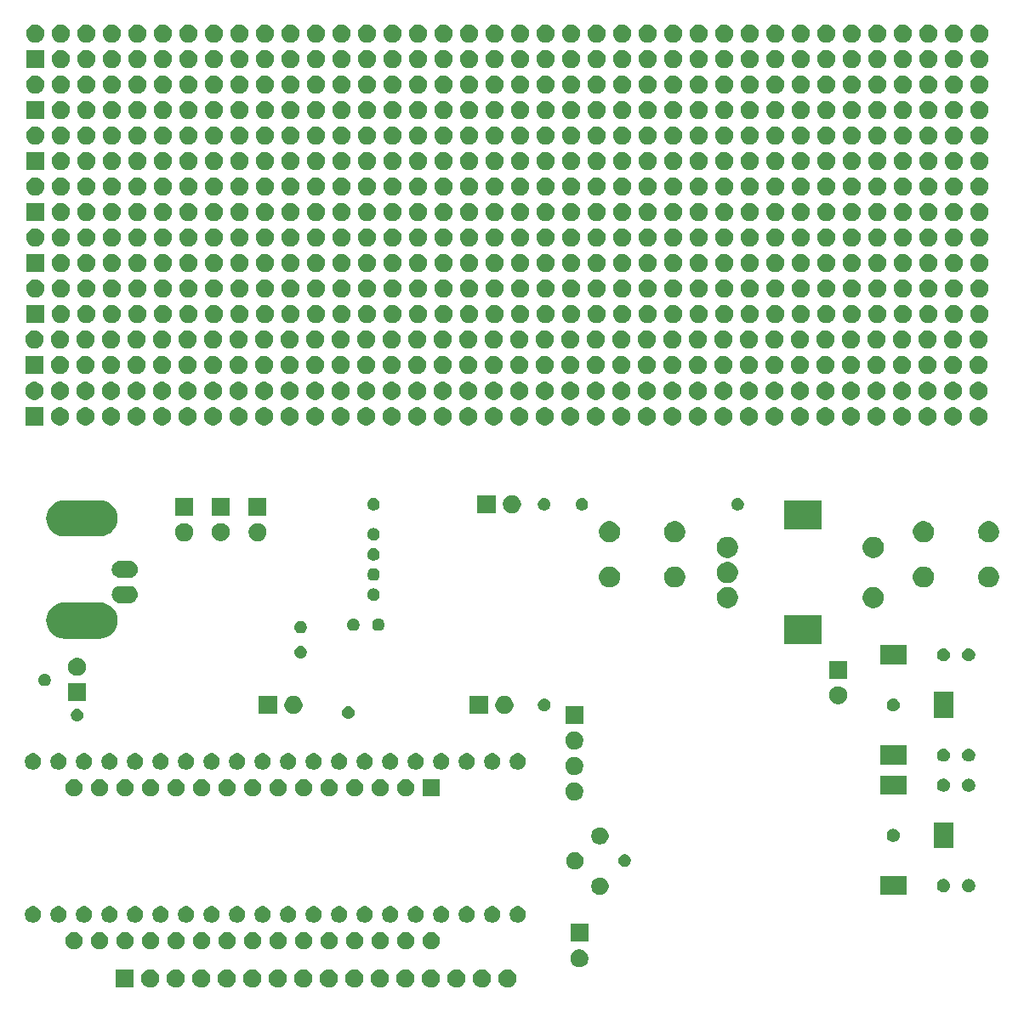
<source format=gbr>
G04 #@! TF.GenerationSoftware,KiCad,Pcbnew,5.1.5+dfsg1-2build2*
G04 #@! TF.CreationDate,2020-07-21T14:48:07-07:00*
G04 #@! TF.ProjectId,muSDRx,6d755344-5278-42e6-9b69-6361645f7063,0.1*
G04 #@! TF.SameCoordinates,Original*
G04 #@! TF.FileFunction,Soldermask,Bot*
G04 #@! TF.FilePolarity,Negative*
%FSLAX46Y46*%
G04 Gerber Fmt 4.6, Leading zero omitted, Abs format (unit mm)*
G04 Created by KiCad (PCBNEW 5.1.5+dfsg1-2build2) date 2020-07-21 14:48:07*
%MOMM*%
%LPD*%
G04 APERTURE LIST*
%ADD10C,0.100000*%
G04 APERTURE END LIST*
D10*
G36*
X62901000Y-148901000D02*
G01*
X61099000Y-148901000D01*
X61099000Y-147099000D01*
X62901000Y-147099000D01*
X62901000Y-148901000D01*
G37*
G36*
X82433512Y-147103927D02*
G01*
X82582812Y-147133624D01*
X82746784Y-147201544D01*
X82894354Y-147300147D01*
X83019853Y-147425646D01*
X83118456Y-147573216D01*
X83186376Y-147737188D01*
X83221000Y-147911259D01*
X83221000Y-148088741D01*
X83186376Y-148262812D01*
X83118456Y-148426784D01*
X83019853Y-148574354D01*
X82894354Y-148699853D01*
X82746784Y-148798456D01*
X82582812Y-148866376D01*
X82433512Y-148896073D01*
X82408742Y-148901000D01*
X82231258Y-148901000D01*
X82206488Y-148896073D01*
X82057188Y-148866376D01*
X81893216Y-148798456D01*
X81745646Y-148699853D01*
X81620147Y-148574354D01*
X81521544Y-148426784D01*
X81453624Y-148262812D01*
X81419000Y-148088741D01*
X81419000Y-147911259D01*
X81453624Y-147737188D01*
X81521544Y-147573216D01*
X81620147Y-147425646D01*
X81745646Y-147300147D01*
X81893216Y-147201544D01*
X82057188Y-147133624D01*
X82206488Y-147103927D01*
X82231258Y-147099000D01*
X82408742Y-147099000D01*
X82433512Y-147103927D01*
G37*
G36*
X100213512Y-147103927D02*
G01*
X100362812Y-147133624D01*
X100526784Y-147201544D01*
X100674354Y-147300147D01*
X100799853Y-147425646D01*
X100898456Y-147573216D01*
X100966376Y-147737188D01*
X101001000Y-147911259D01*
X101001000Y-148088741D01*
X100966376Y-148262812D01*
X100898456Y-148426784D01*
X100799853Y-148574354D01*
X100674354Y-148699853D01*
X100526784Y-148798456D01*
X100362812Y-148866376D01*
X100213512Y-148896073D01*
X100188742Y-148901000D01*
X100011258Y-148901000D01*
X99986488Y-148896073D01*
X99837188Y-148866376D01*
X99673216Y-148798456D01*
X99525646Y-148699853D01*
X99400147Y-148574354D01*
X99301544Y-148426784D01*
X99233624Y-148262812D01*
X99199000Y-148088741D01*
X99199000Y-147911259D01*
X99233624Y-147737188D01*
X99301544Y-147573216D01*
X99400147Y-147425646D01*
X99525646Y-147300147D01*
X99673216Y-147201544D01*
X99837188Y-147133624D01*
X99986488Y-147103927D01*
X100011258Y-147099000D01*
X100188742Y-147099000D01*
X100213512Y-147103927D01*
G37*
G36*
X95133512Y-147103927D02*
G01*
X95282812Y-147133624D01*
X95446784Y-147201544D01*
X95594354Y-147300147D01*
X95719853Y-147425646D01*
X95818456Y-147573216D01*
X95886376Y-147737188D01*
X95921000Y-147911259D01*
X95921000Y-148088741D01*
X95886376Y-148262812D01*
X95818456Y-148426784D01*
X95719853Y-148574354D01*
X95594354Y-148699853D01*
X95446784Y-148798456D01*
X95282812Y-148866376D01*
X95133512Y-148896073D01*
X95108742Y-148901000D01*
X94931258Y-148901000D01*
X94906488Y-148896073D01*
X94757188Y-148866376D01*
X94593216Y-148798456D01*
X94445646Y-148699853D01*
X94320147Y-148574354D01*
X94221544Y-148426784D01*
X94153624Y-148262812D01*
X94119000Y-148088741D01*
X94119000Y-147911259D01*
X94153624Y-147737188D01*
X94221544Y-147573216D01*
X94320147Y-147425646D01*
X94445646Y-147300147D01*
X94593216Y-147201544D01*
X94757188Y-147133624D01*
X94906488Y-147103927D01*
X94931258Y-147099000D01*
X95108742Y-147099000D01*
X95133512Y-147103927D01*
G37*
G36*
X92593512Y-147103927D02*
G01*
X92742812Y-147133624D01*
X92906784Y-147201544D01*
X93054354Y-147300147D01*
X93179853Y-147425646D01*
X93278456Y-147573216D01*
X93346376Y-147737188D01*
X93381000Y-147911259D01*
X93381000Y-148088741D01*
X93346376Y-148262812D01*
X93278456Y-148426784D01*
X93179853Y-148574354D01*
X93054354Y-148699853D01*
X92906784Y-148798456D01*
X92742812Y-148866376D01*
X92593512Y-148896073D01*
X92568742Y-148901000D01*
X92391258Y-148901000D01*
X92366488Y-148896073D01*
X92217188Y-148866376D01*
X92053216Y-148798456D01*
X91905646Y-148699853D01*
X91780147Y-148574354D01*
X91681544Y-148426784D01*
X91613624Y-148262812D01*
X91579000Y-148088741D01*
X91579000Y-147911259D01*
X91613624Y-147737188D01*
X91681544Y-147573216D01*
X91780147Y-147425646D01*
X91905646Y-147300147D01*
X92053216Y-147201544D01*
X92217188Y-147133624D01*
X92366488Y-147103927D01*
X92391258Y-147099000D01*
X92568742Y-147099000D01*
X92593512Y-147103927D01*
G37*
G36*
X90053512Y-147103927D02*
G01*
X90202812Y-147133624D01*
X90366784Y-147201544D01*
X90514354Y-147300147D01*
X90639853Y-147425646D01*
X90738456Y-147573216D01*
X90806376Y-147737188D01*
X90841000Y-147911259D01*
X90841000Y-148088741D01*
X90806376Y-148262812D01*
X90738456Y-148426784D01*
X90639853Y-148574354D01*
X90514354Y-148699853D01*
X90366784Y-148798456D01*
X90202812Y-148866376D01*
X90053512Y-148896073D01*
X90028742Y-148901000D01*
X89851258Y-148901000D01*
X89826488Y-148896073D01*
X89677188Y-148866376D01*
X89513216Y-148798456D01*
X89365646Y-148699853D01*
X89240147Y-148574354D01*
X89141544Y-148426784D01*
X89073624Y-148262812D01*
X89039000Y-148088741D01*
X89039000Y-147911259D01*
X89073624Y-147737188D01*
X89141544Y-147573216D01*
X89240147Y-147425646D01*
X89365646Y-147300147D01*
X89513216Y-147201544D01*
X89677188Y-147133624D01*
X89826488Y-147103927D01*
X89851258Y-147099000D01*
X90028742Y-147099000D01*
X90053512Y-147103927D01*
G37*
G36*
X87513512Y-147103927D02*
G01*
X87662812Y-147133624D01*
X87826784Y-147201544D01*
X87974354Y-147300147D01*
X88099853Y-147425646D01*
X88198456Y-147573216D01*
X88266376Y-147737188D01*
X88301000Y-147911259D01*
X88301000Y-148088741D01*
X88266376Y-148262812D01*
X88198456Y-148426784D01*
X88099853Y-148574354D01*
X87974354Y-148699853D01*
X87826784Y-148798456D01*
X87662812Y-148866376D01*
X87513512Y-148896073D01*
X87488742Y-148901000D01*
X87311258Y-148901000D01*
X87286488Y-148896073D01*
X87137188Y-148866376D01*
X86973216Y-148798456D01*
X86825646Y-148699853D01*
X86700147Y-148574354D01*
X86601544Y-148426784D01*
X86533624Y-148262812D01*
X86499000Y-148088741D01*
X86499000Y-147911259D01*
X86533624Y-147737188D01*
X86601544Y-147573216D01*
X86700147Y-147425646D01*
X86825646Y-147300147D01*
X86973216Y-147201544D01*
X87137188Y-147133624D01*
X87286488Y-147103927D01*
X87311258Y-147099000D01*
X87488742Y-147099000D01*
X87513512Y-147103927D01*
G37*
G36*
X84973512Y-147103927D02*
G01*
X85122812Y-147133624D01*
X85286784Y-147201544D01*
X85434354Y-147300147D01*
X85559853Y-147425646D01*
X85658456Y-147573216D01*
X85726376Y-147737188D01*
X85761000Y-147911259D01*
X85761000Y-148088741D01*
X85726376Y-148262812D01*
X85658456Y-148426784D01*
X85559853Y-148574354D01*
X85434354Y-148699853D01*
X85286784Y-148798456D01*
X85122812Y-148866376D01*
X84973512Y-148896073D01*
X84948742Y-148901000D01*
X84771258Y-148901000D01*
X84746488Y-148896073D01*
X84597188Y-148866376D01*
X84433216Y-148798456D01*
X84285646Y-148699853D01*
X84160147Y-148574354D01*
X84061544Y-148426784D01*
X83993624Y-148262812D01*
X83959000Y-148088741D01*
X83959000Y-147911259D01*
X83993624Y-147737188D01*
X84061544Y-147573216D01*
X84160147Y-147425646D01*
X84285646Y-147300147D01*
X84433216Y-147201544D01*
X84597188Y-147133624D01*
X84746488Y-147103927D01*
X84771258Y-147099000D01*
X84948742Y-147099000D01*
X84973512Y-147103927D01*
G37*
G36*
X97673512Y-147103927D02*
G01*
X97822812Y-147133624D01*
X97986784Y-147201544D01*
X98134354Y-147300147D01*
X98259853Y-147425646D01*
X98358456Y-147573216D01*
X98426376Y-147737188D01*
X98461000Y-147911259D01*
X98461000Y-148088741D01*
X98426376Y-148262812D01*
X98358456Y-148426784D01*
X98259853Y-148574354D01*
X98134354Y-148699853D01*
X97986784Y-148798456D01*
X97822812Y-148866376D01*
X97673512Y-148896073D01*
X97648742Y-148901000D01*
X97471258Y-148901000D01*
X97446488Y-148896073D01*
X97297188Y-148866376D01*
X97133216Y-148798456D01*
X96985646Y-148699853D01*
X96860147Y-148574354D01*
X96761544Y-148426784D01*
X96693624Y-148262812D01*
X96659000Y-148088741D01*
X96659000Y-147911259D01*
X96693624Y-147737188D01*
X96761544Y-147573216D01*
X96860147Y-147425646D01*
X96985646Y-147300147D01*
X97133216Y-147201544D01*
X97297188Y-147133624D01*
X97446488Y-147103927D01*
X97471258Y-147099000D01*
X97648742Y-147099000D01*
X97673512Y-147103927D01*
G37*
G36*
X79893512Y-147103927D02*
G01*
X80042812Y-147133624D01*
X80206784Y-147201544D01*
X80354354Y-147300147D01*
X80479853Y-147425646D01*
X80578456Y-147573216D01*
X80646376Y-147737188D01*
X80681000Y-147911259D01*
X80681000Y-148088741D01*
X80646376Y-148262812D01*
X80578456Y-148426784D01*
X80479853Y-148574354D01*
X80354354Y-148699853D01*
X80206784Y-148798456D01*
X80042812Y-148866376D01*
X79893512Y-148896073D01*
X79868742Y-148901000D01*
X79691258Y-148901000D01*
X79666488Y-148896073D01*
X79517188Y-148866376D01*
X79353216Y-148798456D01*
X79205646Y-148699853D01*
X79080147Y-148574354D01*
X78981544Y-148426784D01*
X78913624Y-148262812D01*
X78879000Y-148088741D01*
X78879000Y-147911259D01*
X78913624Y-147737188D01*
X78981544Y-147573216D01*
X79080147Y-147425646D01*
X79205646Y-147300147D01*
X79353216Y-147201544D01*
X79517188Y-147133624D01*
X79666488Y-147103927D01*
X79691258Y-147099000D01*
X79868742Y-147099000D01*
X79893512Y-147103927D01*
G37*
G36*
X77353512Y-147103927D02*
G01*
X77502812Y-147133624D01*
X77666784Y-147201544D01*
X77814354Y-147300147D01*
X77939853Y-147425646D01*
X78038456Y-147573216D01*
X78106376Y-147737188D01*
X78141000Y-147911259D01*
X78141000Y-148088741D01*
X78106376Y-148262812D01*
X78038456Y-148426784D01*
X77939853Y-148574354D01*
X77814354Y-148699853D01*
X77666784Y-148798456D01*
X77502812Y-148866376D01*
X77353512Y-148896073D01*
X77328742Y-148901000D01*
X77151258Y-148901000D01*
X77126488Y-148896073D01*
X76977188Y-148866376D01*
X76813216Y-148798456D01*
X76665646Y-148699853D01*
X76540147Y-148574354D01*
X76441544Y-148426784D01*
X76373624Y-148262812D01*
X76339000Y-148088741D01*
X76339000Y-147911259D01*
X76373624Y-147737188D01*
X76441544Y-147573216D01*
X76540147Y-147425646D01*
X76665646Y-147300147D01*
X76813216Y-147201544D01*
X76977188Y-147133624D01*
X77126488Y-147103927D01*
X77151258Y-147099000D01*
X77328742Y-147099000D01*
X77353512Y-147103927D01*
G37*
G36*
X74813512Y-147103927D02*
G01*
X74962812Y-147133624D01*
X75126784Y-147201544D01*
X75274354Y-147300147D01*
X75399853Y-147425646D01*
X75498456Y-147573216D01*
X75566376Y-147737188D01*
X75601000Y-147911259D01*
X75601000Y-148088741D01*
X75566376Y-148262812D01*
X75498456Y-148426784D01*
X75399853Y-148574354D01*
X75274354Y-148699853D01*
X75126784Y-148798456D01*
X74962812Y-148866376D01*
X74813512Y-148896073D01*
X74788742Y-148901000D01*
X74611258Y-148901000D01*
X74586488Y-148896073D01*
X74437188Y-148866376D01*
X74273216Y-148798456D01*
X74125646Y-148699853D01*
X74000147Y-148574354D01*
X73901544Y-148426784D01*
X73833624Y-148262812D01*
X73799000Y-148088741D01*
X73799000Y-147911259D01*
X73833624Y-147737188D01*
X73901544Y-147573216D01*
X74000147Y-147425646D01*
X74125646Y-147300147D01*
X74273216Y-147201544D01*
X74437188Y-147133624D01*
X74586488Y-147103927D01*
X74611258Y-147099000D01*
X74788742Y-147099000D01*
X74813512Y-147103927D01*
G37*
G36*
X72273512Y-147103927D02*
G01*
X72422812Y-147133624D01*
X72586784Y-147201544D01*
X72734354Y-147300147D01*
X72859853Y-147425646D01*
X72958456Y-147573216D01*
X73026376Y-147737188D01*
X73061000Y-147911259D01*
X73061000Y-148088741D01*
X73026376Y-148262812D01*
X72958456Y-148426784D01*
X72859853Y-148574354D01*
X72734354Y-148699853D01*
X72586784Y-148798456D01*
X72422812Y-148866376D01*
X72273512Y-148896073D01*
X72248742Y-148901000D01*
X72071258Y-148901000D01*
X72046488Y-148896073D01*
X71897188Y-148866376D01*
X71733216Y-148798456D01*
X71585646Y-148699853D01*
X71460147Y-148574354D01*
X71361544Y-148426784D01*
X71293624Y-148262812D01*
X71259000Y-148088741D01*
X71259000Y-147911259D01*
X71293624Y-147737188D01*
X71361544Y-147573216D01*
X71460147Y-147425646D01*
X71585646Y-147300147D01*
X71733216Y-147201544D01*
X71897188Y-147133624D01*
X72046488Y-147103927D01*
X72071258Y-147099000D01*
X72248742Y-147099000D01*
X72273512Y-147103927D01*
G37*
G36*
X69733512Y-147103927D02*
G01*
X69882812Y-147133624D01*
X70046784Y-147201544D01*
X70194354Y-147300147D01*
X70319853Y-147425646D01*
X70418456Y-147573216D01*
X70486376Y-147737188D01*
X70521000Y-147911259D01*
X70521000Y-148088741D01*
X70486376Y-148262812D01*
X70418456Y-148426784D01*
X70319853Y-148574354D01*
X70194354Y-148699853D01*
X70046784Y-148798456D01*
X69882812Y-148866376D01*
X69733512Y-148896073D01*
X69708742Y-148901000D01*
X69531258Y-148901000D01*
X69506488Y-148896073D01*
X69357188Y-148866376D01*
X69193216Y-148798456D01*
X69045646Y-148699853D01*
X68920147Y-148574354D01*
X68821544Y-148426784D01*
X68753624Y-148262812D01*
X68719000Y-148088741D01*
X68719000Y-147911259D01*
X68753624Y-147737188D01*
X68821544Y-147573216D01*
X68920147Y-147425646D01*
X69045646Y-147300147D01*
X69193216Y-147201544D01*
X69357188Y-147133624D01*
X69506488Y-147103927D01*
X69531258Y-147099000D01*
X69708742Y-147099000D01*
X69733512Y-147103927D01*
G37*
G36*
X67193512Y-147103927D02*
G01*
X67342812Y-147133624D01*
X67506784Y-147201544D01*
X67654354Y-147300147D01*
X67779853Y-147425646D01*
X67878456Y-147573216D01*
X67946376Y-147737188D01*
X67981000Y-147911259D01*
X67981000Y-148088741D01*
X67946376Y-148262812D01*
X67878456Y-148426784D01*
X67779853Y-148574354D01*
X67654354Y-148699853D01*
X67506784Y-148798456D01*
X67342812Y-148866376D01*
X67193512Y-148896073D01*
X67168742Y-148901000D01*
X66991258Y-148901000D01*
X66966488Y-148896073D01*
X66817188Y-148866376D01*
X66653216Y-148798456D01*
X66505646Y-148699853D01*
X66380147Y-148574354D01*
X66281544Y-148426784D01*
X66213624Y-148262812D01*
X66179000Y-148088741D01*
X66179000Y-147911259D01*
X66213624Y-147737188D01*
X66281544Y-147573216D01*
X66380147Y-147425646D01*
X66505646Y-147300147D01*
X66653216Y-147201544D01*
X66817188Y-147133624D01*
X66966488Y-147103927D01*
X66991258Y-147099000D01*
X67168742Y-147099000D01*
X67193512Y-147103927D01*
G37*
G36*
X64653512Y-147103927D02*
G01*
X64802812Y-147133624D01*
X64966784Y-147201544D01*
X65114354Y-147300147D01*
X65239853Y-147425646D01*
X65338456Y-147573216D01*
X65406376Y-147737188D01*
X65441000Y-147911259D01*
X65441000Y-148088741D01*
X65406376Y-148262812D01*
X65338456Y-148426784D01*
X65239853Y-148574354D01*
X65114354Y-148699853D01*
X64966784Y-148798456D01*
X64802812Y-148866376D01*
X64653512Y-148896073D01*
X64628742Y-148901000D01*
X64451258Y-148901000D01*
X64426488Y-148896073D01*
X64277188Y-148866376D01*
X64113216Y-148798456D01*
X63965646Y-148699853D01*
X63840147Y-148574354D01*
X63741544Y-148426784D01*
X63673624Y-148262812D01*
X63639000Y-148088741D01*
X63639000Y-147911259D01*
X63673624Y-147737188D01*
X63741544Y-147573216D01*
X63840147Y-147425646D01*
X63965646Y-147300147D01*
X64113216Y-147201544D01*
X64277188Y-147133624D01*
X64426488Y-147103927D01*
X64451258Y-147099000D01*
X64628742Y-147099000D01*
X64653512Y-147103927D01*
G37*
G36*
X107363512Y-145103927D02*
G01*
X107512812Y-145133624D01*
X107676784Y-145201544D01*
X107824354Y-145300147D01*
X107949853Y-145425646D01*
X108048456Y-145573216D01*
X108116376Y-145737188D01*
X108151000Y-145911259D01*
X108151000Y-146088741D01*
X108116376Y-146262812D01*
X108048456Y-146426784D01*
X107949853Y-146574354D01*
X107824354Y-146699853D01*
X107676784Y-146798456D01*
X107512812Y-146866376D01*
X107363512Y-146896073D01*
X107338742Y-146901000D01*
X107161258Y-146901000D01*
X107136488Y-146896073D01*
X106987188Y-146866376D01*
X106823216Y-146798456D01*
X106675646Y-146699853D01*
X106550147Y-146574354D01*
X106451544Y-146426784D01*
X106383624Y-146262812D01*
X106349000Y-146088741D01*
X106349000Y-145911259D01*
X106383624Y-145737188D01*
X106451544Y-145573216D01*
X106550147Y-145425646D01*
X106675646Y-145300147D01*
X106823216Y-145201544D01*
X106987188Y-145133624D01*
X107136488Y-145103927D01*
X107161258Y-145099000D01*
X107338742Y-145099000D01*
X107363512Y-145103927D01*
G37*
G36*
X67348228Y-143421703D02*
G01*
X67503100Y-143485853D01*
X67642481Y-143578985D01*
X67761015Y-143697519D01*
X67854147Y-143836900D01*
X67918297Y-143991772D01*
X67951000Y-144156184D01*
X67951000Y-144323816D01*
X67918297Y-144488228D01*
X67854147Y-144643100D01*
X67761015Y-144782481D01*
X67642481Y-144901015D01*
X67503100Y-144994147D01*
X67348228Y-145058297D01*
X67183816Y-145091000D01*
X67016184Y-145091000D01*
X66851772Y-145058297D01*
X66696900Y-144994147D01*
X66557519Y-144901015D01*
X66438985Y-144782481D01*
X66345853Y-144643100D01*
X66281703Y-144488228D01*
X66249000Y-144323816D01*
X66249000Y-144156184D01*
X66281703Y-143991772D01*
X66345853Y-143836900D01*
X66438985Y-143697519D01*
X66557519Y-143578985D01*
X66696900Y-143485853D01*
X66851772Y-143421703D01*
X67016184Y-143389000D01*
X67183816Y-143389000D01*
X67348228Y-143421703D01*
G37*
G36*
X57188228Y-143421703D02*
G01*
X57343100Y-143485853D01*
X57482481Y-143578985D01*
X57601015Y-143697519D01*
X57694147Y-143836900D01*
X57758297Y-143991772D01*
X57791000Y-144156184D01*
X57791000Y-144323816D01*
X57758297Y-144488228D01*
X57694147Y-144643100D01*
X57601015Y-144782481D01*
X57482481Y-144901015D01*
X57343100Y-144994147D01*
X57188228Y-145058297D01*
X57023816Y-145091000D01*
X56856184Y-145091000D01*
X56691772Y-145058297D01*
X56536900Y-144994147D01*
X56397519Y-144901015D01*
X56278985Y-144782481D01*
X56185853Y-144643100D01*
X56121703Y-144488228D01*
X56089000Y-144323816D01*
X56089000Y-144156184D01*
X56121703Y-143991772D01*
X56185853Y-143836900D01*
X56278985Y-143697519D01*
X56397519Y-143578985D01*
X56536900Y-143485853D01*
X56691772Y-143421703D01*
X56856184Y-143389000D01*
X57023816Y-143389000D01*
X57188228Y-143421703D01*
G37*
G36*
X92748228Y-143421703D02*
G01*
X92903100Y-143485853D01*
X93042481Y-143578985D01*
X93161015Y-143697519D01*
X93254147Y-143836900D01*
X93318297Y-143991772D01*
X93351000Y-144156184D01*
X93351000Y-144323816D01*
X93318297Y-144488228D01*
X93254147Y-144643100D01*
X93161015Y-144782481D01*
X93042481Y-144901015D01*
X92903100Y-144994147D01*
X92748228Y-145058297D01*
X92583816Y-145091000D01*
X92416184Y-145091000D01*
X92251772Y-145058297D01*
X92096900Y-144994147D01*
X91957519Y-144901015D01*
X91838985Y-144782481D01*
X91745853Y-144643100D01*
X91681703Y-144488228D01*
X91649000Y-144323816D01*
X91649000Y-144156184D01*
X91681703Y-143991772D01*
X91745853Y-143836900D01*
X91838985Y-143697519D01*
X91957519Y-143578985D01*
X92096900Y-143485853D01*
X92251772Y-143421703D01*
X92416184Y-143389000D01*
X92583816Y-143389000D01*
X92748228Y-143421703D01*
G37*
G36*
X90208228Y-143421703D02*
G01*
X90363100Y-143485853D01*
X90502481Y-143578985D01*
X90621015Y-143697519D01*
X90714147Y-143836900D01*
X90778297Y-143991772D01*
X90811000Y-144156184D01*
X90811000Y-144323816D01*
X90778297Y-144488228D01*
X90714147Y-144643100D01*
X90621015Y-144782481D01*
X90502481Y-144901015D01*
X90363100Y-144994147D01*
X90208228Y-145058297D01*
X90043816Y-145091000D01*
X89876184Y-145091000D01*
X89711772Y-145058297D01*
X89556900Y-144994147D01*
X89417519Y-144901015D01*
X89298985Y-144782481D01*
X89205853Y-144643100D01*
X89141703Y-144488228D01*
X89109000Y-144323816D01*
X89109000Y-144156184D01*
X89141703Y-143991772D01*
X89205853Y-143836900D01*
X89298985Y-143697519D01*
X89417519Y-143578985D01*
X89556900Y-143485853D01*
X89711772Y-143421703D01*
X89876184Y-143389000D01*
X90043816Y-143389000D01*
X90208228Y-143421703D01*
G37*
G36*
X85128228Y-143421703D02*
G01*
X85283100Y-143485853D01*
X85422481Y-143578985D01*
X85541015Y-143697519D01*
X85634147Y-143836900D01*
X85698297Y-143991772D01*
X85731000Y-144156184D01*
X85731000Y-144323816D01*
X85698297Y-144488228D01*
X85634147Y-144643100D01*
X85541015Y-144782481D01*
X85422481Y-144901015D01*
X85283100Y-144994147D01*
X85128228Y-145058297D01*
X84963816Y-145091000D01*
X84796184Y-145091000D01*
X84631772Y-145058297D01*
X84476900Y-144994147D01*
X84337519Y-144901015D01*
X84218985Y-144782481D01*
X84125853Y-144643100D01*
X84061703Y-144488228D01*
X84029000Y-144323816D01*
X84029000Y-144156184D01*
X84061703Y-143991772D01*
X84125853Y-143836900D01*
X84218985Y-143697519D01*
X84337519Y-143578985D01*
X84476900Y-143485853D01*
X84631772Y-143421703D01*
X84796184Y-143389000D01*
X84963816Y-143389000D01*
X85128228Y-143421703D01*
G37*
G36*
X82588228Y-143421703D02*
G01*
X82743100Y-143485853D01*
X82882481Y-143578985D01*
X83001015Y-143697519D01*
X83094147Y-143836900D01*
X83158297Y-143991772D01*
X83191000Y-144156184D01*
X83191000Y-144323816D01*
X83158297Y-144488228D01*
X83094147Y-144643100D01*
X83001015Y-144782481D01*
X82882481Y-144901015D01*
X82743100Y-144994147D01*
X82588228Y-145058297D01*
X82423816Y-145091000D01*
X82256184Y-145091000D01*
X82091772Y-145058297D01*
X81936900Y-144994147D01*
X81797519Y-144901015D01*
X81678985Y-144782481D01*
X81585853Y-144643100D01*
X81521703Y-144488228D01*
X81489000Y-144323816D01*
X81489000Y-144156184D01*
X81521703Y-143991772D01*
X81585853Y-143836900D01*
X81678985Y-143697519D01*
X81797519Y-143578985D01*
X81936900Y-143485853D01*
X82091772Y-143421703D01*
X82256184Y-143389000D01*
X82423816Y-143389000D01*
X82588228Y-143421703D01*
G37*
G36*
X80048228Y-143421703D02*
G01*
X80203100Y-143485853D01*
X80342481Y-143578985D01*
X80461015Y-143697519D01*
X80554147Y-143836900D01*
X80618297Y-143991772D01*
X80651000Y-144156184D01*
X80651000Y-144323816D01*
X80618297Y-144488228D01*
X80554147Y-144643100D01*
X80461015Y-144782481D01*
X80342481Y-144901015D01*
X80203100Y-144994147D01*
X80048228Y-145058297D01*
X79883816Y-145091000D01*
X79716184Y-145091000D01*
X79551772Y-145058297D01*
X79396900Y-144994147D01*
X79257519Y-144901015D01*
X79138985Y-144782481D01*
X79045853Y-144643100D01*
X78981703Y-144488228D01*
X78949000Y-144323816D01*
X78949000Y-144156184D01*
X78981703Y-143991772D01*
X79045853Y-143836900D01*
X79138985Y-143697519D01*
X79257519Y-143578985D01*
X79396900Y-143485853D01*
X79551772Y-143421703D01*
X79716184Y-143389000D01*
X79883816Y-143389000D01*
X80048228Y-143421703D01*
G37*
G36*
X59728228Y-143421703D02*
G01*
X59883100Y-143485853D01*
X60022481Y-143578985D01*
X60141015Y-143697519D01*
X60234147Y-143836900D01*
X60298297Y-143991772D01*
X60331000Y-144156184D01*
X60331000Y-144323816D01*
X60298297Y-144488228D01*
X60234147Y-144643100D01*
X60141015Y-144782481D01*
X60022481Y-144901015D01*
X59883100Y-144994147D01*
X59728228Y-145058297D01*
X59563816Y-145091000D01*
X59396184Y-145091000D01*
X59231772Y-145058297D01*
X59076900Y-144994147D01*
X58937519Y-144901015D01*
X58818985Y-144782481D01*
X58725853Y-144643100D01*
X58661703Y-144488228D01*
X58629000Y-144323816D01*
X58629000Y-144156184D01*
X58661703Y-143991772D01*
X58725853Y-143836900D01*
X58818985Y-143697519D01*
X58937519Y-143578985D01*
X59076900Y-143485853D01*
X59231772Y-143421703D01*
X59396184Y-143389000D01*
X59563816Y-143389000D01*
X59728228Y-143421703D01*
G37*
G36*
X62268228Y-143421703D02*
G01*
X62423100Y-143485853D01*
X62562481Y-143578985D01*
X62681015Y-143697519D01*
X62774147Y-143836900D01*
X62838297Y-143991772D01*
X62871000Y-144156184D01*
X62871000Y-144323816D01*
X62838297Y-144488228D01*
X62774147Y-144643100D01*
X62681015Y-144782481D01*
X62562481Y-144901015D01*
X62423100Y-144994147D01*
X62268228Y-145058297D01*
X62103816Y-145091000D01*
X61936184Y-145091000D01*
X61771772Y-145058297D01*
X61616900Y-144994147D01*
X61477519Y-144901015D01*
X61358985Y-144782481D01*
X61265853Y-144643100D01*
X61201703Y-144488228D01*
X61169000Y-144323816D01*
X61169000Y-144156184D01*
X61201703Y-143991772D01*
X61265853Y-143836900D01*
X61358985Y-143697519D01*
X61477519Y-143578985D01*
X61616900Y-143485853D01*
X61771772Y-143421703D01*
X61936184Y-143389000D01*
X62103816Y-143389000D01*
X62268228Y-143421703D01*
G37*
G36*
X64808228Y-143421703D02*
G01*
X64963100Y-143485853D01*
X65102481Y-143578985D01*
X65221015Y-143697519D01*
X65314147Y-143836900D01*
X65378297Y-143991772D01*
X65411000Y-144156184D01*
X65411000Y-144323816D01*
X65378297Y-144488228D01*
X65314147Y-144643100D01*
X65221015Y-144782481D01*
X65102481Y-144901015D01*
X64963100Y-144994147D01*
X64808228Y-145058297D01*
X64643816Y-145091000D01*
X64476184Y-145091000D01*
X64311772Y-145058297D01*
X64156900Y-144994147D01*
X64017519Y-144901015D01*
X63898985Y-144782481D01*
X63805853Y-144643100D01*
X63741703Y-144488228D01*
X63709000Y-144323816D01*
X63709000Y-144156184D01*
X63741703Y-143991772D01*
X63805853Y-143836900D01*
X63898985Y-143697519D01*
X64017519Y-143578985D01*
X64156900Y-143485853D01*
X64311772Y-143421703D01*
X64476184Y-143389000D01*
X64643816Y-143389000D01*
X64808228Y-143421703D01*
G37*
G36*
X87668228Y-143421703D02*
G01*
X87823100Y-143485853D01*
X87962481Y-143578985D01*
X88081015Y-143697519D01*
X88174147Y-143836900D01*
X88238297Y-143991772D01*
X88271000Y-144156184D01*
X88271000Y-144323816D01*
X88238297Y-144488228D01*
X88174147Y-144643100D01*
X88081015Y-144782481D01*
X87962481Y-144901015D01*
X87823100Y-144994147D01*
X87668228Y-145058297D01*
X87503816Y-145091000D01*
X87336184Y-145091000D01*
X87171772Y-145058297D01*
X87016900Y-144994147D01*
X86877519Y-144901015D01*
X86758985Y-144782481D01*
X86665853Y-144643100D01*
X86601703Y-144488228D01*
X86569000Y-144323816D01*
X86569000Y-144156184D01*
X86601703Y-143991772D01*
X86665853Y-143836900D01*
X86758985Y-143697519D01*
X86877519Y-143578985D01*
X87016900Y-143485853D01*
X87171772Y-143421703D01*
X87336184Y-143389000D01*
X87503816Y-143389000D01*
X87668228Y-143421703D01*
G37*
G36*
X69888228Y-143421703D02*
G01*
X70043100Y-143485853D01*
X70182481Y-143578985D01*
X70301015Y-143697519D01*
X70394147Y-143836900D01*
X70458297Y-143991772D01*
X70491000Y-144156184D01*
X70491000Y-144323816D01*
X70458297Y-144488228D01*
X70394147Y-144643100D01*
X70301015Y-144782481D01*
X70182481Y-144901015D01*
X70043100Y-144994147D01*
X69888228Y-145058297D01*
X69723816Y-145091000D01*
X69556184Y-145091000D01*
X69391772Y-145058297D01*
X69236900Y-144994147D01*
X69097519Y-144901015D01*
X68978985Y-144782481D01*
X68885853Y-144643100D01*
X68821703Y-144488228D01*
X68789000Y-144323816D01*
X68789000Y-144156184D01*
X68821703Y-143991772D01*
X68885853Y-143836900D01*
X68978985Y-143697519D01*
X69097519Y-143578985D01*
X69236900Y-143485853D01*
X69391772Y-143421703D01*
X69556184Y-143389000D01*
X69723816Y-143389000D01*
X69888228Y-143421703D01*
G37*
G36*
X72428228Y-143421703D02*
G01*
X72583100Y-143485853D01*
X72722481Y-143578985D01*
X72841015Y-143697519D01*
X72934147Y-143836900D01*
X72998297Y-143991772D01*
X73031000Y-144156184D01*
X73031000Y-144323816D01*
X72998297Y-144488228D01*
X72934147Y-144643100D01*
X72841015Y-144782481D01*
X72722481Y-144901015D01*
X72583100Y-144994147D01*
X72428228Y-145058297D01*
X72263816Y-145091000D01*
X72096184Y-145091000D01*
X71931772Y-145058297D01*
X71776900Y-144994147D01*
X71637519Y-144901015D01*
X71518985Y-144782481D01*
X71425853Y-144643100D01*
X71361703Y-144488228D01*
X71329000Y-144323816D01*
X71329000Y-144156184D01*
X71361703Y-143991772D01*
X71425853Y-143836900D01*
X71518985Y-143697519D01*
X71637519Y-143578985D01*
X71776900Y-143485853D01*
X71931772Y-143421703D01*
X72096184Y-143389000D01*
X72263816Y-143389000D01*
X72428228Y-143421703D01*
G37*
G36*
X74968228Y-143421703D02*
G01*
X75123100Y-143485853D01*
X75262481Y-143578985D01*
X75381015Y-143697519D01*
X75474147Y-143836900D01*
X75538297Y-143991772D01*
X75571000Y-144156184D01*
X75571000Y-144323816D01*
X75538297Y-144488228D01*
X75474147Y-144643100D01*
X75381015Y-144782481D01*
X75262481Y-144901015D01*
X75123100Y-144994147D01*
X74968228Y-145058297D01*
X74803816Y-145091000D01*
X74636184Y-145091000D01*
X74471772Y-145058297D01*
X74316900Y-144994147D01*
X74177519Y-144901015D01*
X74058985Y-144782481D01*
X73965853Y-144643100D01*
X73901703Y-144488228D01*
X73869000Y-144323816D01*
X73869000Y-144156184D01*
X73901703Y-143991772D01*
X73965853Y-143836900D01*
X74058985Y-143697519D01*
X74177519Y-143578985D01*
X74316900Y-143485853D01*
X74471772Y-143421703D01*
X74636184Y-143389000D01*
X74803816Y-143389000D01*
X74968228Y-143421703D01*
G37*
G36*
X77508228Y-143421703D02*
G01*
X77663100Y-143485853D01*
X77802481Y-143578985D01*
X77921015Y-143697519D01*
X78014147Y-143836900D01*
X78078297Y-143991772D01*
X78111000Y-144156184D01*
X78111000Y-144323816D01*
X78078297Y-144488228D01*
X78014147Y-144643100D01*
X77921015Y-144782481D01*
X77802481Y-144901015D01*
X77663100Y-144994147D01*
X77508228Y-145058297D01*
X77343816Y-145091000D01*
X77176184Y-145091000D01*
X77011772Y-145058297D01*
X76856900Y-144994147D01*
X76717519Y-144901015D01*
X76598985Y-144782481D01*
X76505853Y-144643100D01*
X76441703Y-144488228D01*
X76409000Y-144323816D01*
X76409000Y-144156184D01*
X76441703Y-143991772D01*
X76505853Y-143836900D01*
X76598985Y-143697519D01*
X76717519Y-143578985D01*
X76856900Y-143485853D01*
X77011772Y-143421703D01*
X77176184Y-143389000D01*
X77343816Y-143389000D01*
X77508228Y-143421703D01*
G37*
G36*
X108151000Y-144361000D02*
G01*
X106349000Y-144361000D01*
X106349000Y-142559000D01*
X108151000Y-142559000D01*
X108151000Y-144361000D01*
G37*
G36*
X70887142Y-140838242D02*
G01*
X71035101Y-140899529D01*
X71168255Y-140988499D01*
X71281501Y-141101745D01*
X71370471Y-141234899D01*
X71431758Y-141382858D01*
X71463000Y-141539925D01*
X71463000Y-141700075D01*
X71431758Y-141857142D01*
X71370471Y-142005101D01*
X71281501Y-142138255D01*
X71168255Y-142251501D01*
X71035101Y-142340471D01*
X70887142Y-142401758D01*
X70730075Y-142433000D01*
X70569925Y-142433000D01*
X70412858Y-142401758D01*
X70264899Y-142340471D01*
X70131745Y-142251501D01*
X70018499Y-142138255D01*
X69929529Y-142005101D01*
X69868242Y-141857142D01*
X69837000Y-141700075D01*
X69837000Y-141539925D01*
X69868242Y-141382858D01*
X69929529Y-141234899D01*
X70018499Y-141101745D01*
X70131745Y-140988499D01*
X70264899Y-140899529D01*
X70412858Y-140838242D01*
X70569925Y-140807000D01*
X70730075Y-140807000D01*
X70887142Y-140838242D01*
G37*
G36*
X73427142Y-140838242D02*
G01*
X73575101Y-140899529D01*
X73708255Y-140988499D01*
X73821501Y-141101745D01*
X73910471Y-141234899D01*
X73971758Y-141382858D01*
X74003000Y-141539925D01*
X74003000Y-141700075D01*
X73971758Y-141857142D01*
X73910471Y-142005101D01*
X73821501Y-142138255D01*
X73708255Y-142251501D01*
X73575101Y-142340471D01*
X73427142Y-142401758D01*
X73270075Y-142433000D01*
X73109925Y-142433000D01*
X72952858Y-142401758D01*
X72804899Y-142340471D01*
X72671745Y-142251501D01*
X72558499Y-142138255D01*
X72469529Y-142005101D01*
X72408242Y-141857142D01*
X72377000Y-141700075D01*
X72377000Y-141539925D01*
X72408242Y-141382858D01*
X72469529Y-141234899D01*
X72558499Y-141101745D01*
X72671745Y-140988499D01*
X72804899Y-140899529D01*
X72952858Y-140838242D01*
X73109925Y-140807000D01*
X73270075Y-140807000D01*
X73427142Y-140838242D01*
G37*
G36*
X98827142Y-140838242D02*
G01*
X98975101Y-140899529D01*
X99108255Y-140988499D01*
X99221501Y-141101745D01*
X99310471Y-141234899D01*
X99371758Y-141382858D01*
X99403000Y-141539925D01*
X99403000Y-141700075D01*
X99371758Y-141857142D01*
X99310471Y-142005101D01*
X99221501Y-142138255D01*
X99108255Y-142251501D01*
X98975101Y-142340471D01*
X98827142Y-142401758D01*
X98670075Y-142433000D01*
X98509925Y-142433000D01*
X98352858Y-142401758D01*
X98204899Y-142340471D01*
X98071745Y-142251501D01*
X97958499Y-142138255D01*
X97869529Y-142005101D01*
X97808242Y-141857142D01*
X97777000Y-141700075D01*
X97777000Y-141539925D01*
X97808242Y-141382858D01*
X97869529Y-141234899D01*
X97958499Y-141101745D01*
X98071745Y-140988499D01*
X98204899Y-140899529D01*
X98352858Y-140838242D01*
X98509925Y-140807000D01*
X98670075Y-140807000D01*
X98827142Y-140838242D01*
G37*
G36*
X81047142Y-140838242D02*
G01*
X81195101Y-140899529D01*
X81328255Y-140988499D01*
X81441501Y-141101745D01*
X81530471Y-141234899D01*
X81591758Y-141382858D01*
X81623000Y-141539925D01*
X81623000Y-141700075D01*
X81591758Y-141857142D01*
X81530471Y-142005101D01*
X81441501Y-142138255D01*
X81328255Y-142251501D01*
X81195101Y-142340471D01*
X81047142Y-142401758D01*
X80890075Y-142433000D01*
X80729925Y-142433000D01*
X80572858Y-142401758D01*
X80424899Y-142340471D01*
X80291745Y-142251501D01*
X80178499Y-142138255D01*
X80089529Y-142005101D01*
X80028242Y-141857142D01*
X79997000Y-141700075D01*
X79997000Y-141539925D01*
X80028242Y-141382858D01*
X80089529Y-141234899D01*
X80178499Y-141101745D01*
X80291745Y-140988499D01*
X80424899Y-140899529D01*
X80572858Y-140838242D01*
X80729925Y-140807000D01*
X80890075Y-140807000D01*
X81047142Y-140838242D01*
G37*
G36*
X83587142Y-140838242D02*
G01*
X83735101Y-140899529D01*
X83868255Y-140988499D01*
X83981501Y-141101745D01*
X84070471Y-141234899D01*
X84131758Y-141382858D01*
X84163000Y-141539925D01*
X84163000Y-141700075D01*
X84131758Y-141857142D01*
X84070471Y-142005101D01*
X83981501Y-142138255D01*
X83868255Y-142251501D01*
X83735101Y-142340471D01*
X83587142Y-142401758D01*
X83430075Y-142433000D01*
X83269925Y-142433000D01*
X83112858Y-142401758D01*
X82964899Y-142340471D01*
X82831745Y-142251501D01*
X82718499Y-142138255D01*
X82629529Y-142005101D01*
X82568242Y-141857142D01*
X82537000Y-141700075D01*
X82537000Y-141539925D01*
X82568242Y-141382858D01*
X82629529Y-141234899D01*
X82718499Y-141101745D01*
X82831745Y-140988499D01*
X82964899Y-140899529D01*
X83112858Y-140838242D01*
X83269925Y-140807000D01*
X83430075Y-140807000D01*
X83587142Y-140838242D01*
G37*
G36*
X86127142Y-140838242D02*
G01*
X86275101Y-140899529D01*
X86408255Y-140988499D01*
X86521501Y-141101745D01*
X86610471Y-141234899D01*
X86671758Y-141382858D01*
X86703000Y-141539925D01*
X86703000Y-141700075D01*
X86671758Y-141857142D01*
X86610471Y-142005101D01*
X86521501Y-142138255D01*
X86408255Y-142251501D01*
X86275101Y-142340471D01*
X86127142Y-142401758D01*
X85970075Y-142433000D01*
X85809925Y-142433000D01*
X85652858Y-142401758D01*
X85504899Y-142340471D01*
X85371745Y-142251501D01*
X85258499Y-142138255D01*
X85169529Y-142005101D01*
X85108242Y-141857142D01*
X85077000Y-141700075D01*
X85077000Y-141539925D01*
X85108242Y-141382858D01*
X85169529Y-141234899D01*
X85258499Y-141101745D01*
X85371745Y-140988499D01*
X85504899Y-140899529D01*
X85652858Y-140838242D01*
X85809925Y-140807000D01*
X85970075Y-140807000D01*
X86127142Y-140838242D01*
G37*
G36*
X88667142Y-140838242D02*
G01*
X88815101Y-140899529D01*
X88948255Y-140988499D01*
X89061501Y-141101745D01*
X89150471Y-141234899D01*
X89211758Y-141382858D01*
X89243000Y-141539925D01*
X89243000Y-141700075D01*
X89211758Y-141857142D01*
X89150471Y-142005101D01*
X89061501Y-142138255D01*
X88948255Y-142251501D01*
X88815101Y-142340471D01*
X88667142Y-142401758D01*
X88510075Y-142433000D01*
X88349925Y-142433000D01*
X88192858Y-142401758D01*
X88044899Y-142340471D01*
X87911745Y-142251501D01*
X87798499Y-142138255D01*
X87709529Y-142005101D01*
X87648242Y-141857142D01*
X87617000Y-141700075D01*
X87617000Y-141539925D01*
X87648242Y-141382858D01*
X87709529Y-141234899D01*
X87798499Y-141101745D01*
X87911745Y-140988499D01*
X88044899Y-140899529D01*
X88192858Y-140838242D01*
X88349925Y-140807000D01*
X88510075Y-140807000D01*
X88667142Y-140838242D01*
G37*
G36*
X91207142Y-140838242D02*
G01*
X91355101Y-140899529D01*
X91488255Y-140988499D01*
X91601501Y-141101745D01*
X91690471Y-141234899D01*
X91751758Y-141382858D01*
X91783000Y-141539925D01*
X91783000Y-141700075D01*
X91751758Y-141857142D01*
X91690471Y-142005101D01*
X91601501Y-142138255D01*
X91488255Y-142251501D01*
X91355101Y-142340471D01*
X91207142Y-142401758D01*
X91050075Y-142433000D01*
X90889925Y-142433000D01*
X90732858Y-142401758D01*
X90584899Y-142340471D01*
X90451745Y-142251501D01*
X90338499Y-142138255D01*
X90249529Y-142005101D01*
X90188242Y-141857142D01*
X90157000Y-141700075D01*
X90157000Y-141539925D01*
X90188242Y-141382858D01*
X90249529Y-141234899D01*
X90338499Y-141101745D01*
X90451745Y-140988499D01*
X90584899Y-140899529D01*
X90732858Y-140838242D01*
X90889925Y-140807000D01*
X91050075Y-140807000D01*
X91207142Y-140838242D01*
G37*
G36*
X53107142Y-140838242D02*
G01*
X53255101Y-140899529D01*
X53388255Y-140988499D01*
X53501501Y-141101745D01*
X53590471Y-141234899D01*
X53651758Y-141382858D01*
X53683000Y-141539925D01*
X53683000Y-141700075D01*
X53651758Y-141857142D01*
X53590471Y-142005101D01*
X53501501Y-142138255D01*
X53388255Y-142251501D01*
X53255101Y-142340471D01*
X53107142Y-142401758D01*
X52950075Y-142433000D01*
X52789925Y-142433000D01*
X52632858Y-142401758D01*
X52484899Y-142340471D01*
X52351745Y-142251501D01*
X52238499Y-142138255D01*
X52149529Y-142005101D01*
X52088242Y-141857142D01*
X52057000Y-141700075D01*
X52057000Y-141539925D01*
X52088242Y-141382858D01*
X52149529Y-141234899D01*
X52238499Y-141101745D01*
X52351745Y-140988499D01*
X52484899Y-140899529D01*
X52632858Y-140838242D01*
X52789925Y-140807000D01*
X52950075Y-140807000D01*
X53107142Y-140838242D01*
G37*
G36*
X78507142Y-140838242D02*
G01*
X78655101Y-140899529D01*
X78788255Y-140988499D01*
X78901501Y-141101745D01*
X78990471Y-141234899D01*
X79051758Y-141382858D01*
X79083000Y-141539925D01*
X79083000Y-141700075D01*
X79051758Y-141857142D01*
X78990471Y-142005101D01*
X78901501Y-142138255D01*
X78788255Y-142251501D01*
X78655101Y-142340471D01*
X78507142Y-142401758D01*
X78350075Y-142433000D01*
X78189925Y-142433000D01*
X78032858Y-142401758D01*
X77884899Y-142340471D01*
X77751745Y-142251501D01*
X77638499Y-142138255D01*
X77549529Y-142005101D01*
X77488242Y-141857142D01*
X77457000Y-141700075D01*
X77457000Y-141539925D01*
X77488242Y-141382858D01*
X77549529Y-141234899D01*
X77638499Y-141101745D01*
X77751745Y-140988499D01*
X77884899Y-140899529D01*
X78032858Y-140838242D01*
X78189925Y-140807000D01*
X78350075Y-140807000D01*
X78507142Y-140838242D01*
G37*
G36*
X65807142Y-140838242D02*
G01*
X65955101Y-140899529D01*
X66088255Y-140988499D01*
X66201501Y-141101745D01*
X66290471Y-141234899D01*
X66351758Y-141382858D01*
X66383000Y-141539925D01*
X66383000Y-141700075D01*
X66351758Y-141857142D01*
X66290471Y-142005101D01*
X66201501Y-142138255D01*
X66088255Y-142251501D01*
X65955101Y-142340471D01*
X65807142Y-142401758D01*
X65650075Y-142433000D01*
X65489925Y-142433000D01*
X65332858Y-142401758D01*
X65184899Y-142340471D01*
X65051745Y-142251501D01*
X64938499Y-142138255D01*
X64849529Y-142005101D01*
X64788242Y-141857142D01*
X64757000Y-141700075D01*
X64757000Y-141539925D01*
X64788242Y-141382858D01*
X64849529Y-141234899D01*
X64938499Y-141101745D01*
X65051745Y-140988499D01*
X65184899Y-140899529D01*
X65332858Y-140838242D01*
X65489925Y-140807000D01*
X65650075Y-140807000D01*
X65807142Y-140838242D01*
G37*
G36*
X63267142Y-140838242D02*
G01*
X63415101Y-140899529D01*
X63548255Y-140988499D01*
X63661501Y-141101745D01*
X63750471Y-141234899D01*
X63811758Y-141382858D01*
X63843000Y-141539925D01*
X63843000Y-141700075D01*
X63811758Y-141857142D01*
X63750471Y-142005101D01*
X63661501Y-142138255D01*
X63548255Y-142251501D01*
X63415101Y-142340471D01*
X63267142Y-142401758D01*
X63110075Y-142433000D01*
X62949925Y-142433000D01*
X62792858Y-142401758D01*
X62644899Y-142340471D01*
X62511745Y-142251501D01*
X62398499Y-142138255D01*
X62309529Y-142005101D01*
X62248242Y-141857142D01*
X62217000Y-141700075D01*
X62217000Y-141539925D01*
X62248242Y-141382858D01*
X62309529Y-141234899D01*
X62398499Y-141101745D01*
X62511745Y-140988499D01*
X62644899Y-140899529D01*
X62792858Y-140838242D01*
X62949925Y-140807000D01*
X63110075Y-140807000D01*
X63267142Y-140838242D01*
G37*
G36*
X93747142Y-140838242D02*
G01*
X93895101Y-140899529D01*
X94028255Y-140988499D01*
X94141501Y-141101745D01*
X94230471Y-141234899D01*
X94291758Y-141382858D01*
X94323000Y-141539925D01*
X94323000Y-141700075D01*
X94291758Y-141857142D01*
X94230471Y-142005101D01*
X94141501Y-142138255D01*
X94028255Y-142251501D01*
X93895101Y-142340471D01*
X93747142Y-142401758D01*
X93590075Y-142433000D01*
X93429925Y-142433000D01*
X93272858Y-142401758D01*
X93124899Y-142340471D01*
X92991745Y-142251501D01*
X92878499Y-142138255D01*
X92789529Y-142005101D01*
X92728242Y-141857142D01*
X92697000Y-141700075D01*
X92697000Y-141539925D01*
X92728242Y-141382858D01*
X92789529Y-141234899D01*
X92878499Y-141101745D01*
X92991745Y-140988499D01*
X93124899Y-140899529D01*
X93272858Y-140838242D01*
X93429925Y-140807000D01*
X93590075Y-140807000D01*
X93747142Y-140838242D01*
G37*
G36*
X60727142Y-140838242D02*
G01*
X60875101Y-140899529D01*
X61008255Y-140988499D01*
X61121501Y-141101745D01*
X61210471Y-141234899D01*
X61271758Y-141382858D01*
X61303000Y-141539925D01*
X61303000Y-141700075D01*
X61271758Y-141857142D01*
X61210471Y-142005101D01*
X61121501Y-142138255D01*
X61008255Y-142251501D01*
X60875101Y-142340471D01*
X60727142Y-142401758D01*
X60570075Y-142433000D01*
X60409925Y-142433000D01*
X60252858Y-142401758D01*
X60104899Y-142340471D01*
X59971745Y-142251501D01*
X59858499Y-142138255D01*
X59769529Y-142005101D01*
X59708242Y-141857142D01*
X59677000Y-141700075D01*
X59677000Y-141539925D01*
X59708242Y-141382858D01*
X59769529Y-141234899D01*
X59858499Y-141101745D01*
X59971745Y-140988499D01*
X60104899Y-140899529D01*
X60252858Y-140838242D01*
X60409925Y-140807000D01*
X60570075Y-140807000D01*
X60727142Y-140838242D01*
G37*
G36*
X58187142Y-140838242D02*
G01*
X58335101Y-140899529D01*
X58468255Y-140988499D01*
X58581501Y-141101745D01*
X58670471Y-141234899D01*
X58731758Y-141382858D01*
X58763000Y-141539925D01*
X58763000Y-141700075D01*
X58731758Y-141857142D01*
X58670471Y-142005101D01*
X58581501Y-142138255D01*
X58468255Y-142251501D01*
X58335101Y-142340471D01*
X58187142Y-142401758D01*
X58030075Y-142433000D01*
X57869925Y-142433000D01*
X57712858Y-142401758D01*
X57564899Y-142340471D01*
X57431745Y-142251501D01*
X57318499Y-142138255D01*
X57229529Y-142005101D01*
X57168242Y-141857142D01*
X57137000Y-141700075D01*
X57137000Y-141539925D01*
X57168242Y-141382858D01*
X57229529Y-141234899D01*
X57318499Y-141101745D01*
X57431745Y-140988499D01*
X57564899Y-140899529D01*
X57712858Y-140838242D01*
X57869925Y-140807000D01*
X58030075Y-140807000D01*
X58187142Y-140838242D01*
G37*
G36*
X55647142Y-140838242D02*
G01*
X55795101Y-140899529D01*
X55928255Y-140988499D01*
X56041501Y-141101745D01*
X56130471Y-141234899D01*
X56191758Y-141382858D01*
X56223000Y-141539925D01*
X56223000Y-141700075D01*
X56191758Y-141857142D01*
X56130471Y-142005101D01*
X56041501Y-142138255D01*
X55928255Y-142251501D01*
X55795101Y-142340471D01*
X55647142Y-142401758D01*
X55490075Y-142433000D01*
X55329925Y-142433000D01*
X55172858Y-142401758D01*
X55024899Y-142340471D01*
X54891745Y-142251501D01*
X54778499Y-142138255D01*
X54689529Y-142005101D01*
X54628242Y-141857142D01*
X54597000Y-141700075D01*
X54597000Y-141539925D01*
X54628242Y-141382858D01*
X54689529Y-141234899D01*
X54778499Y-141101745D01*
X54891745Y-140988499D01*
X55024899Y-140899529D01*
X55172858Y-140838242D01*
X55329925Y-140807000D01*
X55490075Y-140807000D01*
X55647142Y-140838242D01*
G37*
G36*
X75967142Y-140838242D02*
G01*
X76115101Y-140899529D01*
X76248255Y-140988499D01*
X76361501Y-141101745D01*
X76450471Y-141234899D01*
X76511758Y-141382858D01*
X76543000Y-141539925D01*
X76543000Y-141700075D01*
X76511758Y-141857142D01*
X76450471Y-142005101D01*
X76361501Y-142138255D01*
X76248255Y-142251501D01*
X76115101Y-142340471D01*
X75967142Y-142401758D01*
X75810075Y-142433000D01*
X75649925Y-142433000D01*
X75492858Y-142401758D01*
X75344899Y-142340471D01*
X75211745Y-142251501D01*
X75098499Y-142138255D01*
X75009529Y-142005101D01*
X74948242Y-141857142D01*
X74917000Y-141700075D01*
X74917000Y-141539925D01*
X74948242Y-141382858D01*
X75009529Y-141234899D01*
X75098499Y-141101745D01*
X75211745Y-140988499D01*
X75344899Y-140899529D01*
X75492858Y-140838242D01*
X75649925Y-140807000D01*
X75810075Y-140807000D01*
X75967142Y-140838242D01*
G37*
G36*
X96287142Y-140838242D02*
G01*
X96435101Y-140899529D01*
X96568255Y-140988499D01*
X96681501Y-141101745D01*
X96770471Y-141234899D01*
X96831758Y-141382858D01*
X96863000Y-141539925D01*
X96863000Y-141700075D01*
X96831758Y-141857142D01*
X96770471Y-142005101D01*
X96681501Y-142138255D01*
X96568255Y-142251501D01*
X96435101Y-142340471D01*
X96287142Y-142401758D01*
X96130075Y-142433000D01*
X95969925Y-142433000D01*
X95812858Y-142401758D01*
X95664899Y-142340471D01*
X95531745Y-142251501D01*
X95418499Y-142138255D01*
X95329529Y-142005101D01*
X95268242Y-141857142D01*
X95237000Y-141700075D01*
X95237000Y-141539925D01*
X95268242Y-141382858D01*
X95329529Y-141234899D01*
X95418499Y-141101745D01*
X95531745Y-140988499D01*
X95664899Y-140899529D01*
X95812858Y-140838242D01*
X95969925Y-140807000D01*
X96130075Y-140807000D01*
X96287142Y-140838242D01*
G37*
G36*
X101367142Y-140838242D02*
G01*
X101515101Y-140899529D01*
X101648255Y-140988499D01*
X101761501Y-141101745D01*
X101850471Y-141234899D01*
X101911758Y-141382858D01*
X101943000Y-141539925D01*
X101943000Y-141700075D01*
X101911758Y-141857142D01*
X101850471Y-142005101D01*
X101761501Y-142138255D01*
X101648255Y-142251501D01*
X101515101Y-142340471D01*
X101367142Y-142401758D01*
X101210075Y-142433000D01*
X101049925Y-142433000D01*
X100892858Y-142401758D01*
X100744899Y-142340471D01*
X100611745Y-142251501D01*
X100498499Y-142138255D01*
X100409529Y-142005101D01*
X100348242Y-141857142D01*
X100317000Y-141700075D01*
X100317000Y-141539925D01*
X100348242Y-141382858D01*
X100409529Y-141234899D01*
X100498499Y-141101745D01*
X100611745Y-140988499D01*
X100744899Y-140899529D01*
X100892858Y-140838242D01*
X101049925Y-140807000D01*
X101210075Y-140807000D01*
X101367142Y-140838242D01*
G37*
G36*
X68347142Y-140838242D02*
G01*
X68495101Y-140899529D01*
X68628255Y-140988499D01*
X68741501Y-141101745D01*
X68830471Y-141234899D01*
X68891758Y-141382858D01*
X68923000Y-141539925D01*
X68923000Y-141700075D01*
X68891758Y-141857142D01*
X68830471Y-142005101D01*
X68741501Y-142138255D01*
X68628255Y-142251501D01*
X68495101Y-142340471D01*
X68347142Y-142401758D01*
X68190075Y-142433000D01*
X68029925Y-142433000D01*
X67872858Y-142401758D01*
X67724899Y-142340471D01*
X67591745Y-142251501D01*
X67478499Y-142138255D01*
X67389529Y-142005101D01*
X67328242Y-141857142D01*
X67297000Y-141700075D01*
X67297000Y-141539925D01*
X67328242Y-141382858D01*
X67389529Y-141234899D01*
X67478499Y-141101745D01*
X67591745Y-140988499D01*
X67724899Y-140899529D01*
X67872858Y-140838242D01*
X68029925Y-140807000D01*
X68190075Y-140807000D01*
X68347142Y-140838242D01*
G37*
G36*
X139801000Y-139701000D02*
G01*
X137199000Y-139701000D01*
X137199000Y-137799000D01*
X139801000Y-137799000D01*
X139801000Y-139701000D01*
G37*
G36*
X109551143Y-137972087D02*
G01*
X109707838Y-138036992D01*
X109848853Y-138131215D01*
X109968785Y-138251147D01*
X110063008Y-138392162D01*
X110127913Y-138548857D01*
X110161000Y-138715198D01*
X110161000Y-138884802D01*
X110127913Y-139051143D01*
X110063008Y-139207838D01*
X109968785Y-139348853D01*
X109848853Y-139468785D01*
X109707838Y-139563008D01*
X109551143Y-139627913D01*
X109384802Y-139661000D01*
X109215198Y-139661000D01*
X109048857Y-139627913D01*
X108892162Y-139563008D01*
X108751147Y-139468785D01*
X108631215Y-139348853D01*
X108536992Y-139207838D01*
X108472087Y-139051143D01*
X108439000Y-138884802D01*
X108439000Y-138715198D01*
X108472087Y-138548857D01*
X108536992Y-138392162D01*
X108631215Y-138251147D01*
X108751147Y-138131215D01*
X108892162Y-138036992D01*
X109048857Y-137972087D01*
X109215198Y-137939000D01*
X109384802Y-137939000D01*
X109551143Y-137972087D01*
G37*
G36*
X143689890Y-138124017D02*
G01*
X143808364Y-138173091D01*
X143914988Y-138244335D01*
X144005665Y-138335012D01*
X144076910Y-138441638D01*
X144125983Y-138560110D01*
X144151000Y-138685881D01*
X144151000Y-138814119D01*
X144125983Y-138939890D01*
X144076909Y-139058364D01*
X144005665Y-139164988D01*
X143914988Y-139255665D01*
X143808364Y-139326909D01*
X143808363Y-139326910D01*
X143808362Y-139326910D01*
X143689890Y-139375983D01*
X143564119Y-139401000D01*
X143435881Y-139401000D01*
X143310110Y-139375983D01*
X143191638Y-139326910D01*
X143191637Y-139326910D01*
X143191636Y-139326909D01*
X143085012Y-139255665D01*
X142994335Y-139164988D01*
X142923091Y-139058364D01*
X142874017Y-138939890D01*
X142849000Y-138814119D01*
X142849000Y-138685881D01*
X142874017Y-138560110D01*
X142923090Y-138441638D01*
X142994335Y-138335012D01*
X143085012Y-138244335D01*
X143191636Y-138173091D01*
X143310110Y-138124017D01*
X143435881Y-138099000D01*
X143564119Y-138099000D01*
X143689890Y-138124017D01*
G37*
G36*
X146189890Y-138124017D02*
G01*
X146308364Y-138173091D01*
X146414988Y-138244335D01*
X146505665Y-138335012D01*
X146576910Y-138441638D01*
X146625983Y-138560110D01*
X146651000Y-138685881D01*
X146651000Y-138814119D01*
X146625983Y-138939890D01*
X146576909Y-139058364D01*
X146505665Y-139164988D01*
X146414988Y-139255665D01*
X146308364Y-139326909D01*
X146308363Y-139326910D01*
X146308362Y-139326910D01*
X146189890Y-139375983D01*
X146064119Y-139401000D01*
X145935881Y-139401000D01*
X145810110Y-139375983D01*
X145691638Y-139326910D01*
X145691637Y-139326910D01*
X145691636Y-139326909D01*
X145585012Y-139255665D01*
X145494335Y-139164988D01*
X145423091Y-139058364D01*
X145374017Y-138939890D01*
X145349000Y-138814119D01*
X145349000Y-138685881D01*
X145374017Y-138560110D01*
X145423090Y-138441638D01*
X145494335Y-138335012D01*
X145585012Y-138244335D01*
X145691636Y-138173091D01*
X145810110Y-138124017D01*
X145935881Y-138099000D01*
X146064119Y-138099000D01*
X146189890Y-138124017D01*
G37*
G36*
X107051143Y-135472087D02*
G01*
X107207838Y-135536992D01*
X107348853Y-135631215D01*
X107468785Y-135751147D01*
X107563008Y-135892162D01*
X107627913Y-136048857D01*
X107661000Y-136215198D01*
X107661000Y-136384802D01*
X107627913Y-136551143D01*
X107563008Y-136707838D01*
X107468785Y-136848853D01*
X107348853Y-136968785D01*
X107207838Y-137063008D01*
X107051143Y-137127913D01*
X106884802Y-137161000D01*
X106715198Y-137161000D01*
X106548857Y-137127913D01*
X106392162Y-137063008D01*
X106251147Y-136968785D01*
X106131215Y-136848853D01*
X106036992Y-136707838D01*
X105972087Y-136551143D01*
X105939000Y-136384802D01*
X105939000Y-136215198D01*
X105972087Y-136048857D01*
X106036992Y-135892162D01*
X106131215Y-135751147D01*
X106251147Y-135631215D01*
X106392162Y-135536992D01*
X106548857Y-135472087D01*
X106715198Y-135439000D01*
X106884802Y-135439000D01*
X107051143Y-135472087D01*
G37*
G36*
X111871444Y-135639461D02*
G01*
X111931577Y-135651422D01*
X111969339Y-135667064D01*
X112044866Y-135698348D01*
X112146818Y-135766470D01*
X112233530Y-135853182D01*
X112301652Y-135955134D01*
X112348578Y-136068424D01*
X112372500Y-136188688D01*
X112372500Y-136311312D01*
X112348578Y-136431576D01*
X112301652Y-136544866D01*
X112233530Y-136646818D01*
X112146818Y-136733530D01*
X112044866Y-136801652D01*
X111969339Y-136832936D01*
X111931577Y-136848578D01*
X111871444Y-136860539D01*
X111811312Y-136872500D01*
X111688688Y-136872500D01*
X111628556Y-136860539D01*
X111568423Y-136848578D01*
X111530661Y-136832936D01*
X111455134Y-136801652D01*
X111353182Y-136733530D01*
X111266470Y-136646818D01*
X111198348Y-136544866D01*
X111151422Y-136431576D01*
X111127500Y-136311312D01*
X111127500Y-136188688D01*
X111151422Y-136068424D01*
X111198348Y-135955134D01*
X111266470Y-135853182D01*
X111353182Y-135766470D01*
X111455134Y-135698348D01*
X111530661Y-135667064D01*
X111568423Y-135651422D01*
X111628556Y-135639461D01*
X111688688Y-135627500D01*
X111811312Y-135627500D01*
X111871444Y-135639461D01*
G37*
G36*
X144451000Y-135051000D02*
G01*
X142549000Y-135051000D01*
X142549000Y-132449000D01*
X144451000Y-132449000D01*
X144451000Y-135051000D01*
G37*
G36*
X109551143Y-132972087D02*
G01*
X109707838Y-133036992D01*
X109848853Y-133131215D01*
X109968785Y-133251147D01*
X110063008Y-133392162D01*
X110127913Y-133548857D01*
X110161000Y-133715198D01*
X110161000Y-133884802D01*
X110127913Y-134051143D01*
X110063008Y-134207838D01*
X109968785Y-134348853D01*
X109848853Y-134468785D01*
X109707838Y-134563008D01*
X109551143Y-134627913D01*
X109384802Y-134661000D01*
X109215198Y-134661000D01*
X109048857Y-134627913D01*
X108892162Y-134563008D01*
X108751147Y-134468785D01*
X108631215Y-134348853D01*
X108536992Y-134207838D01*
X108472087Y-134051143D01*
X108439000Y-133884802D01*
X108439000Y-133715198D01*
X108472087Y-133548857D01*
X108536992Y-133392162D01*
X108631215Y-133251147D01*
X108751147Y-133131215D01*
X108892162Y-133036992D01*
X109048857Y-132972087D01*
X109215198Y-132939000D01*
X109384802Y-132939000D01*
X109551143Y-132972087D01*
G37*
G36*
X138689890Y-133124017D02*
G01*
X138808364Y-133173091D01*
X138914988Y-133244335D01*
X139005665Y-133335012D01*
X139076910Y-133441638D01*
X139125983Y-133560110D01*
X139151000Y-133685881D01*
X139151000Y-133814119D01*
X139125983Y-133939890D01*
X139076909Y-134058364D01*
X139005665Y-134164988D01*
X138914988Y-134255665D01*
X138808364Y-134326909D01*
X138808363Y-134326910D01*
X138808362Y-134326910D01*
X138689890Y-134375983D01*
X138564119Y-134401000D01*
X138435881Y-134401000D01*
X138310110Y-134375983D01*
X138191638Y-134326910D01*
X138191637Y-134326910D01*
X138191636Y-134326909D01*
X138085012Y-134255665D01*
X137994335Y-134164988D01*
X137923091Y-134058364D01*
X137874017Y-133939890D01*
X137849000Y-133814119D01*
X137849000Y-133685881D01*
X137874017Y-133560110D01*
X137923090Y-133441638D01*
X137994335Y-133335012D01*
X138085012Y-133244335D01*
X138191636Y-133173091D01*
X138310110Y-133124017D01*
X138435881Y-133099000D01*
X138564119Y-133099000D01*
X138689890Y-133124017D01*
G37*
G36*
X106863512Y-128473927D02*
G01*
X107012812Y-128503624D01*
X107176784Y-128571544D01*
X107324354Y-128670147D01*
X107449853Y-128795646D01*
X107548456Y-128943216D01*
X107616376Y-129107188D01*
X107651000Y-129281259D01*
X107651000Y-129458741D01*
X107616376Y-129632812D01*
X107548456Y-129796784D01*
X107449853Y-129944354D01*
X107324354Y-130069853D01*
X107176784Y-130168456D01*
X107012812Y-130236376D01*
X106863512Y-130266073D01*
X106838742Y-130271000D01*
X106661258Y-130271000D01*
X106636488Y-130266073D01*
X106487188Y-130236376D01*
X106323216Y-130168456D01*
X106175646Y-130069853D01*
X106050147Y-129944354D01*
X105951544Y-129796784D01*
X105883624Y-129632812D01*
X105849000Y-129458741D01*
X105849000Y-129281259D01*
X105883624Y-129107188D01*
X105951544Y-128943216D01*
X106050147Y-128795646D01*
X106175646Y-128670147D01*
X106323216Y-128571544D01*
X106487188Y-128503624D01*
X106636488Y-128473927D01*
X106661258Y-128469000D01*
X106838742Y-128469000D01*
X106863512Y-128473927D01*
G37*
G36*
X85128228Y-128181703D02*
G01*
X85283100Y-128245853D01*
X85422481Y-128338985D01*
X85541015Y-128457519D01*
X85634147Y-128596900D01*
X85698297Y-128751772D01*
X85731000Y-128916184D01*
X85731000Y-129083816D01*
X85698297Y-129248228D01*
X85634147Y-129403100D01*
X85541015Y-129542481D01*
X85422481Y-129661015D01*
X85283100Y-129754147D01*
X85128228Y-129818297D01*
X84963816Y-129851000D01*
X84796184Y-129851000D01*
X84631772Y-129818297D01*
X84476900Y-129754147D01*
X84337519Y-129661015D01*
X84218985Y-129542481D01*
X84125853Y-129403100D01*
X84061703Y-129248228D01*
X84029000Y-129083816D01*
X84029000Y-128916184D01*
X84061703Y-128751772D01*
X84125853Y-128596900D01*
X84218985Y-128457519D01*
X84337519Y-128338985D01*
X84476900Y-128245853D01*
X84631772Y-128181703D01*
X84796184Y-128149000D01*
X84963816Y-128149000D01*
X85128228Y-128181703D01*
G37*
G36*
X87668228Y-128181703D02*
G01*
X87823100Y-128245853D01*
X87962481Y-128338985D01*
X88081015Y-128457519D01*
X88174147Y-128596900D01*
X88238297Y-128751772D01*
X88271000Y-128916184D01*
X88271000Y-129083816D01*
X88238297Y-129248228D01*
X88174147Y-129403100D01*
X88081015Y-129542481D01*
X87962481Y-129661015D01*
X87823100Y-129754147D01*
X87668228Y-129818297D01*
X87503816Y-129851000D01*
X87336184Y-129851000D01*
X87171772Y-129818297D01*
X87016900Y-129754147D01*
X86877519Y-129661015D01*
X86758985Y-129542481D01*
X86665853Y-129403100D01*
X86601703Y-129248228D01*
X86569000Y-129083816D01*
X86569000Y-128916184D01*
X86601703Y-128751772D01*
X86665853Y-128596900D01*
X86758985Y-128457519D01*
X86877519Y-128338985D01*
X87016900Y-128245853D01*
X87171772Y-128181703D01*
X87336184Y-128149000D01*
X87503816Y-128149000D01*
X87668228Y-128181703D01*
G37*
G36*
X90208228Y-128181703D02*
G01*
X90363100Y-128245853D01*
X90502481Y-128338985D01*
X90621015Y-128457519D01*
X90714147Y-128596900D01*
X90778297Y-128751772D01*
X90811000Y-128916184D01*
X90811000Y-129083816D01*
X90778297Y-129248228D01*
X90714147Y-129403100D01*
X90621015Y-129542481D01*
X90502481Y-129661015D01*
X90363100Y-129754147D01*
X90208228Y-129818297D01*
X90043816Y-129851000D01*
X89876184Y-129851000D01*
X89711772Y-129818297D01*
X89556900Y-129754147D01*
X89417519Y-129661015D01*
X89298985Y-129542481D01*
X89205853Y-129403100D01*
X89141703Y-129248228D01*
X89109000Y-129083816D01*
X89109000Y-128916184D01*
X89141703Y-128751772D01*
X89205853Y-128596900D01*
X89298985Y-128457519D01*
X89417519Y-128338985D01*
X89556900Y-128245853D01*
X89711772Y-128181703D01*
X89876184Y-128149000D01*
X90043816Y-128149000D01*
X90208228Y-128181703D01*
G37*
G36*
X93351000Y-129851000D02*
G01*
X91649000Y-129851000D01*
X91649000Y-128149000D01*
X93351000Y-128149000D01*
X93351000Y-129851000D01*
G37*
G36*
X62268228Y-128181703D02*
G01*
X62423100Y-128245853D01*
X62562481Y-128338985D01*
X62681015Y-128457519D01*
X62774147Y-128596900D01*
X62838297Y-128751772D01*
X62871000Y-128916184D01*
X62871000Y-129083816D01*
X62838297Y-129248228D01*
X62774147Y-129403100D01*
X62681015Y-129542481D01*
X62562481Y-129661015D01*
X62423100Y-129754147D01*
X62268228Y-129818297D01*
X62103816Y-129851000D01*
X61936184Y-129851000D01*
X61771772Y-129818297D01*
X61616900Y-129754147D01*
X61477519Y-129661015D01*
X61358985Y-129542481D01*
X61265853Y-129403100D01*
X61201703Y-129248228D01*
X61169000Y-129083816D01*
X61169000Y-128916184D01*
X61201703Y-128751772D01*
X61265853Y-128596900D01*
X61358985Y-128457519D01*
X61477519Y-128338985D01*
X61616900Y-128245853D01*
X61771772Y-128181703D01*
X61936184Y-128149000D01*
X62103816Y-128149000D01*
X62268228Y-128181703D01*
G37*
G36*
X80048228Y-128181703D02*
G01*
X80203100Y-128245853D01*
X80342481Y-128338985D01*
X80461015Y-128457519D01*
X80554147Y-128596900D01*
X80618297Y-128751772D01*
X80651000Y-128916184D01*
X80651000Y-129083816D01*
X80618297Y-129248228D01*
X80554147Y-129403100D01*
X80461015Y-129542481D01*
X80342481Y-129661015D01*
X80203100Y-129754147D01*
X80048228Y-129818297D01*
X79883816Y-129851000D01*
X79716184Y-129851000D01*
X79551772Y-129818297D01*
X79396900Y-129754147D01*
X79257519Y-129661015D01*
X79138985Y-129542481D01*
X79045853Y-129403100D01*
X78981703Y-129248228D01*
X78949000Y-129083816D01*
X78949000Y-128916184D01*
X78981703Y-128751772D01*
X79045853Y-128596900D01*
X79138985Y-128457519D01*
X79257519Y-128338985D01*
X79396900Y-128245853D01*
X79551772Y-128181703D01*
X79716184Y-128149000D01*
X79883816Y-128149000D01*
X80048228Y-128181703D01*
G37*
G36*
X82588228Y-128181703D02*
G01*
X82743100Y-128245853D01*
X82882481Y-128338985D01*
X83001015Y-128457519D01*
X83094147Y-128596900D01*
X83158297Y-128751772D01*
X83191000Y-128916184D01*
X83191000Y-129083816D01*
X83158297Y-129248228D01*
X83094147Y-129403100D01*
X83001015Y-129542481D01*
X82882481Y-129661015D01*
X82743100Y-129754147D01*
X82588228Y-129818297D01*
X82423816Y-129851000D01*
X82256184Y-129851000D01*
X82091772Y-129818297D01*
X81936900Y-129754147D01*
X81797519Y-129661015D01*
X81678985Y-129542481D01*
X81585853Y-129403100D01*
X81521703Y-129248228D01*
X81489000Y-129083816D01*
X81489000Y-128916184D01*
X81521703Y-128751772D01*
X81585853Y-128596900D01*
X81678985Y-128457519D01*
X81797519Y-128338985D01*
X81936900Y-128245853D01*
X82091772Y-128181703D01*
X82256184Y-128149000D01*
X82423816Y-128149000D01*
X82588228Y-128181703D01*
G37*
G36*
X77508228Y-128181703D02*
G01*
X77663100Y-128245853D01*
X77802481Y-128338985D01*
X77921015Y-128457519D01*
X78014147Y-128596900D01*
X78078297Y-128751772D01*
X78111000Y-128916184D01*
X78111000Y-129083816D01*
X78078297Y-129248228D01*
X78014147Y-129403100D01*
X77921015Y-129542481D01*
X77802481Y-129661015D01*
X77663100Y-129754147D01*
X77508228Y-129818297D01*
X77343816Y-129851000D01*
X77176184Y-129851000D01*
X77011772Y-129818297D01*
X76856900Y-129754147D01*
X76717519Y-129661015D01*
X76598985Y-129542481D01*
X76505853Y-129403100D01*
X76441703Y-129248228D01*
X76409000Y-129083816D01*
X76409000Y-128916184D01*
X76441703Y-128751772D01*
X76505853Y-128596900D01*
X76598985Y-128457519D01*
X76717519Y-128338985D01*
X76856900Y-128245853D01*
X77011772Y-128181703D01*
X77176184Y-128149000D01*
X77343816Y-128149000D01*
X77508228Y-128181703D01*
G37*
G36*
X72428228Y-128181703D02*
G01*
X72583100Y-128245853D01*
X72722481Y-128338985D01*
X72841015Y-128457519D01*
X72934147Y-128596900D01*
X72998297Y-128751772D01*
X73031000Y-128916184D01*
X73031000Y-129083816D01*
X72998297Y-129248228D01*
X72934147Y-129403100D01*
X72841015Y-129542481D01*
X72722481Y-129661015D01*
X72583100Y-129754147D01*
X72428228Y-129818297D01*
X72263816Y-129851000D01*
X72096184Y-129851000D01*
X71931772Y-129818297D01*
X71776900Y-129754147D01*
X71637519Y-129661015D01*
X71518985Y-129542481D01*
X71425853Y-129403100D01*
X71361703Y-129248228D01*
X71329000Y-129083816D01*
X71329000Y-128916184D01*
X71361703Y-128751772D01*
X71425853Y-128596900D01*
X71518985Y-128457519D01*
X71637519Y-128338985D01*
X71776900Y-128245853D01*
X71931772Y-128181703D01*
X72096184Y-128149000D01*
X72263816Y-128149000D01*
X72428228Y-128181703D01*
G37*
G36*
X69888228Y-128181703D02*
G01*
X70043100Y-128245853D01*
X70182481Y-128338985D01*
X70301015Y-128457519D01*
X70394147Y-128596900D01*
X70458297Y-128751772D01*
X70491000Y-128916184D01*
X70491000Y-129083816D01*
X70458297Y-129248228D01*
X70394147Y-129403100D01*
X70301015Y-129542481D01*
X70182481Y-129661015D01*
X70043100Y-129754147D01*
X69888228Y-129818297D01*
X69723816Y-129851000D01*
X69556184Y-129851000D01*
X69391772Y-129818297D01*
X69236900Y-129754147D01*
X69097519Y-129661015D01*
X68978985Y-129542481D01*
X68885853Y-129403100D01*
X68821703Y-129248228D01*
X68789000Y-129083816D01*
X68789000Y-128916184D01*
X68821703Y-128751772D01*
X68885853Y-128596900D01*
X68978985Y-128457519D01*
X69097519Y-128338985D01*
X69236900Y-128245853D01*
X69391772Y-128181703D01*
X69556184Y-128149000D01*
X69723816Y-128149000D01*
X69888228Y-128181703D01*
G37*
G36*
X59728228Y-128181703D02*
G01*
X59883100Y-128245853D01*
X60022481Y-128338985D01*
X60141015Y-128457519D01*
X60234147Y-128596900D01*
X60298297Y-128751772D01*
X60331000Y-128916184D01*
X60331000Y-129083816D01*
X60298297Y-129248228D01*
X60234147Y-129403100D01*
X60141015Y-129542481D01*
X60022481Y-129661015D01*
X59883100Y-129754147D01*
X59728228Y-129818297D01*
X59563816Y-129851000D01*
X59396184Y-129851000D01*
X59231772Y-129818297D01*
X59076900Y-129754147D01*
X58937519Y-129661015D01*
X58818985Y-129542481D01*
X58725853Y-129403100D01*
X58661703Y-129248228D01*
X58629000Y-129083816D01*
X58629000Y-128916184D01*
X58661703Y-128751772D01*
X58725853Y-128596900D01*
X58818985Y-128457519D01*
X58937519Y-128338985D01*
X59076900Y-128245853D01*
X59231772Y-128181703D01*
X59396184Y-128149000D01*
X59563816Y-128149000D01*
X59728228Y-128181703D01*
G37*
G36*
X57188228Y-128181703D02*
G01*
X57343100Y-128245853D01*
X57482481Y-128338985D01*
X57601015Y-128457519D01*
X57694147Y-128596900D01*
X57758297Y-128751772D01*
X57791000Y-128916184D01*
X57791000Y-129083816D01*
X57758297Y-129248228D01*
X57694147Y-129403100D01*
X57601015Y-129542481D01*
X57482481Y-129661015D01*
X57343100Y-129754147D01*
X57188228Y-129818297D01*
X57023816Y-129851000D01*
X56856184Y-129851000D01*
X56691772Y-129818297D01*
X56536900Y-129754147D01*
X56397519Y-129661015D01*
X56278985Y-129542481D01*
X56185853Y-129403100D01*
X56121703Y-129248228D01*
X56089000Y-129083816D01*
X56089000Y-128916184D01*
X56121703Y-128751772D01*
X56185853Y-128596900D01*
X56278985Y-128457519D01*
X56397519Y-128338985D01*
X56536900Y-128245853D01*
X56691772Y-128181703D01*
X56856184Y-128149000D01*
X57023816Y-128149000D01*
X57188228Y-128181703D01*
G37*
G36*
X64808228Y-128181703D02*
G01*
X64963100Y-128245853D01*
X65102481Y-128338985D01*
X65221015Y-128457519D01*
X65314147Y-128596900D01*
X65378297Y-128751772D01*
X65411000Y-128916184D01*
X65411000Y-129083816D01*
X65378297Y-129248228D01*
X65314147Y-129403100D01*
X65221015Y-129542481D01*
X65102481Y-129661015D01*
X64963100Y-129754147D01*
X64808228Y-129818297D01*
X64643816Y-129851000D01*
X64476184Y-129851000D01*
X64311772Y-129818297D01*
X64156900Y-129754147D01*
X64017519Y-129661015D01*
X63898985Y-129542481D01*
X63805853Y-129403100D01*
X63741703Y-129248228D01*
X63709000Y-129083816D01*
X63709000Y-128916184D01*
X63741703Y-128751772D01*
X63805853Y-128596900D01*
X63898985Y-128457519D01*
X64017519Y-128338985D01*
X64156900Y-128245853D01*
X64311772Y-128181703D01*
X64476184Y-128149000D01*
X64643816Y-128149000D01*
X64808228Y-128181703D01*
G37*
G36*
X67348228Y-128181703D02*
G01*
X67503100Y-128245853D01*
X67642481Y-128338985D01*
X67761015Y-128457519D01*
X67854147Y-128596900D01*
X67918297Y-128751772D01*
X67951000Y-128916184D01*
X67951000Y-129083816D01*
X67918297Y-129248228D01*
X67854147Y-129403100D01*
X67761015Y-129542481D01*
X67642481Y-129661015D01*
X67503100Y-129754147D01*
X67348228Y-129818297D01*
X67183816Y-129851000D01*
X67016184Y-129851000D01*
X66851772Y-129818297D01*
X66696900Y-129754147D01*
X66557519Y-129661015D01*
X66438985Y-129542481D01*
X66345853Y-129403100D01*
X66281703Y-129248228D01*
X66249000Y-129083816D01*
X66249000Y-128916184D01*
X66281703Y-128751772D01*
X66345853Y-128596900D01*
X66438985Y-128457519D01*
X66557519Y-128338985D01*
X66696900Y-128245853D01*
X66851772Y-128181703D01*
X67016184Y-128149000D01*
X67183816Y-128149000D01*
X67348228Y-128181703D01*
G37*
G36*
X74968228Y-128181703D02*
G01*
X75123100Y-128245853D01*
X75262481Y-128338985D01*
X75381015Y-128457519D01*
X75474147Y-128596900D01*
X75538297Y-128751772D01*
X75571000Y-128916184D01*
X75571000Y-129083816D01*
X75538297Y-129248228D01*
X75474147Y-129403100D01*
X75381015Y-129542481D01*
X75262481Y-129661015D01*
X75123100Y-129754147D01*
X74968228Y-129818297D01*
X74803816Y-129851000D01*
X74636184Y-129851000D01*
X74471772Y-129818297D01*
X74316900Y-129754147D01*
X74177519Y-129661015D01*
X74058985Y-129542481D01*
X73965853Y-129403100D01*
X73901703Y-129248228D01*
X73869000Y-129083816D01*
X73869000Y-128916184D01*
X73901703Y-128751772D01*
X73965853Y-128596900D01*
X74058985Y-128457519D01*
X74177519Y-128338985D01*
X74316900Y-128245853D01*
X74471772Y-128181703D01*
X74636184Y-128149000D01*
X74803816Y-128149000D01*
X74968228Y-128181703D01*
G37*
G36*
X139801000Y-129701000D02*
G01*
X137199000Y-129701000D01*
X137199000Y-127799000D01*
X139801000Y-127799000D01*
X139801000Y-129701000D01*
G37*
G36*
X143689890Y-128124017D02*
G01*
X143808364Y-128173091D01*
X143914988Y-128244335D01*
X144005665Y-128335012D01*
X144076910Y-128441638D01*
X144125983Y-128560110D01*
X144147871Y-128670148D01*
X144151000Y-128685882D01*
X144151000Y-128814118D01*
X144125983Y-128939890D01*
X144076909Y-129058364D01*
X144005665Y-129164988D01*
X143914988Y-129255665D01*
X143808364Y-129326909D01*
X143808363Y-129326910D01*
X143808362Y-129326910D01*
X143689890Y-129375983D01*
X143564119Y-129401000D01*
X143435881Y-129401000D01*
X143310110Y-129375983D01*
X143191638Y-129326910D01*
X143191637Y-129326910D01*
X143191636Y-129326909D01*
X143085012Y-129255665D01*
X142994335Y-129164988D01*
X142923091Y-129058364D01*
X142874017Y-128939890D01*
X142849000Y-128814118D01*
X142849000Y-128685882D01*
X142852130Y-128670148D01*
X142874017Y-128560110D01*
X142923090Y-128441638D01*
X142994335Y-128335012D01*
X143085012Y-128244335D01*
X143191636Y-128173091D01*
X143310110Y-128124017D01*
X143435881Y-128099000D01*
X143564119Y-128099000D01*
X143689890Y-128124017D01*
G37*
G36*
X146189890Y-128124017D02*
G01*
X146308364Y-128173091D01*
X146414988Y-128244335D01*
X146505665Y-128335012D01*
X146576910Y-128441638D01*
X146625983Y-128560110D01*
X146647871Y-128670148D01*
X146651000Y-128685882D01*
X146651000Y-128814118D01*
X146625983Y-128939890D01*
X146576909Y-129058364D01*
X146505665Y-129164988D01*
X146414988Y-129255665D01*
X146308364Y-129326909D01*
X146308363Y-129326910D01*
X146308362Y-129326910D01*
X146189890Y-129375983D01*
X146064119Y-129401000D01*
X145935881Y-129401000D01*
X145810110Y-129375983D01*
X145691638Y-129326910D01*
X145691637Y-129326910D01*
X145691636Y-129326909D01*
X145585012Y-129255665D01*
X145494335Y-129164988D01*
X145423091Y-129058364D01*
X145374017Y-128939890D01*
X145349000Y-128814118D01*
X145349000Y-128685882D01*
X145352130Y-128670148D01*
X145374017Y-128560110D01*
X145423090Y-128441638D01*
X145494335Y-128335012D01*
X145585012Y-128244335D01*
X145691636Y-128173091D01*
X145810110Y-128124017D01*
X145935881Y-128099000D01*
X146064119Y-128099000D01*
X146189890Y-128124017D01*
G37*
G36*
X106863512Y-125933927D02*
G01*
X107012812Y-125963624D01*
X107176784Y-126031544D01*
X107324354Y-126130147D01*
X107449853Y-126255646D01*
X107548456Y-126403216D01*
X107616376Y-126567188D01*
X107651000Y-126741259D01*
X107651000Y-126918741D01*
X107616376Y-127092812D01*
X107548456Y-127256784D01*
X107449853Y-127404354D01*
X107324354Y-127529853D01*
X107176784Y-127628456D01*
X107012812Y-127696376D01*
X106863512Y-127726073D01*
X106838742Y-127731000D01*
X106661258Y-127731000D01*
X106636488Y-127726073D01*
X106487188Y-127696376D01*
X106323216Y-127628456D01*
X106175646Y-127529853D01*
X106050147Y-127404354D01*
X105951544Y-127256784D01*
X105883624Y-127092812D01*
X105849000Y-126918741D01*
X105849000Y-126741259D01*
X105883624Y-126567188D01*
X105951544Y-126403216D01*
X106050147Y-126255646D01*
X106175646Y-126130147D01*
X106323216Y-126031544D01*
X106487188Y-125963624D01*
X106636488Y-125933927D01*
X106661258Y-125929000D01*
X106838742Y-125929000D01*
X106863512Y-125933927D01*
G37*
G36*
X73427142Y-125598242D02*
G01*
X73575101Y-125659529D01*
X73708255Y-125748499D01*
X73821501Y-125861745D01*
X73910471Y-125994899D01*
X73971758Y-126142858D01*
X74003000Y-126299925D01*
X74003000Y-126460075D01*
X73971758Y-126617142D01*
X73910471Y-126765101D01*
X73821501Y-126898255D01*
X73708255Y-127011501D01*
X73575101Y-127100471D01*
X73427142Y-127161758D01*
X73270075Y-127193000D01*
X73109925Y-127193000D01*
X72952858Y-127161758D01*
X72804899Y-127100471D01*
X72671745Y-127011501D01*
X72558499Y-126898255D01*
X72469529Y-126765101D01*
X72408242Y-126617142D01*
X72377000Y-126460075D01*
X72377000Y-126299925D01*
X72408242Y-126142858D01*
X72469529Y-125994899D01*
X72558499Y-125861745D01*
X72671745Y-125748499D01*
X72804899Y-125659529D01*
X72952858Y-125598242D01*
X73109925Y-125567000D01*
X73270075Y-125567000D01*
X73427142Y-125598242D01*
G37*
G36*
X101367142Y-125598242D02*
G01*
X101515101Y-125659529D01*
X101648255Y-125748499D01*
X101761501Y-125861745D01*
X101850471Y-125994899D01*
X101911758Y-126142858D01*
X101943000Y-126299925D01*
X101943000Y-126460075D01*
X101911758Y-126617142D01*
X101850471Y-126765101D01*
X101761501Y-126898255D01*
X101648255Y-127011501D01*
X101515101Y-127100471D01*
X101367142Y-127161758D01*
X101210075Y-127193000D01*
X101049925Y-127193000D01*
X100892858Y-127161758D01*
X100744899Y-127100471D01*
X100611745Y-127011501D01*
X100498499Y-126898255D01*
X100409529Y-126765101D01*
X100348242Y-126617142D01*
X100317000Y-126460075D01*
X100317000Y-126299925D01*
X100348242Y-126142858D01*
X100409529Y-125994899D01*
X100498499Y-125861745D01*
X100611745Y-125748499D01*
X100744899Y-125659529D01*
X100892858Y-125598242D01*
X101049925Y-125567000D01*
X101210075Y-125567000D01*
X101367142Y-125598242D01*
G37*
G36*
X98827142Y-125598242D02*
G01*
X98975101Y-125659529D01*
X99108255Y-125748499D01*
X99221501Y-125861745D01*
X99310471Y-125994899D01*
X99371758Y-126142858D01*
X99403000Y-126299925D01*
X99403000Y-126460075D01*
X99371758Y-126617142D01*
X99310471Y-126765101D01*
X99221501Y-126898255D01*
X99108255Y-127011501D01*
X98975101Y-127100471D01*
X98827142Y-127161758D01*
X98670075Y-127193000D01*
X98509925Y-127193000D01*
X98352858Y-127161758D01*
X98204899Y-127100471D01*
X98071745Y-127011501D01*
X97958499Y-126898255D01*
X97869529Y-126765101D01*
X97808242Y-126617142D01*
X97777000Y-126460075D01*
X97777000Y-126299925D01*
X97808242Y-126142858D01*
X97869529Y-125994899D01*
X97958499Y-125861745D01*
X98071745Y-125748499D01*
X98204899Y-125659529D01*
X98352858Y-125598242D01*
X98509925Y-125567000D01*
X98670075Y-125567000D01*
X98827142Y-125598242D01*
G37*
G36*
X96287142Y-125598242D02*
G01*
X96435101Y-125659529D01*
X96568255Y-125748499D01*
X96681501Y-125861745D01*
X96770471Y-125994899D01*
X96831758Y-126142858D01*
X96863000Y-126299925D01*
X96863000Y-126460075D01*
X96831758Y-126617142D01*
X96770471Y-126765101D01*
X96681501Y-126898255D01*
X96568255Y-127011501D01*
X96435101Y-127100471D01*
X96287142Y-127161758D01*
X96130075Y-127193000D01*
X95969925Y-127193000D01*
X95812858Y-127161758D01*
X95664899Y-127100471D01*
X95531745Y-127011501D01*
X95418499Y-126898255D01*
X95329529Y-126765101D01*
X95268242Y-126617142D01*
X95237000Y-126460075D01*
X95237000Y-126299925D01*
X95268242Y-126142858D01*
X95329529Y-125994899D01*
X95418499Y-125861745D01*
X95531745Y-125748499D01*
X95664899Y-125659529D01*
X95812858Y-125598242D01*
X95969925Y-125567000D01*
X96130075Y-125567000D01*
X96287142Y-125598242D01*
G37*
G36*
X93747142Y-125598242D02*
G01*
X93895101Y-125659529D01*
X94028255Y-125748499D01*
X94141501Y-125861745D01*
X94230471Y-125994899D01*
X94291758Y-126142858D01*
X94323000Y-126299925D01*
X94323000Y-126460075D01*
X94291758Y-126617142D01*
X94230471Y-126765101D01*
X94141501Y-126898255D01*
X94028255Y-127011501D01*
X93895101Y-127100471D01*
X93747142Y-127161758D01*
X93590075Y-127193000D01*
X93429925Y-127193000D01*
X93272858Y-127161758D01*
X93124899Y-127100471D01*
X92991745Y-127011501D01*
X92878499Y-126898255D01*
X92789529Y-126765101D01*
X92728242Y-126617142D01*
X92697000Y-126460075D01*
X92697000Y-126299925D01*
X92728242Y-126142858D01*
X92789529Y-125994899D01*
X92878499Y-125861745D01*
X92991745Y-125748499D01*
X93124899Y-125659529D01*
X93272858Y-125598242D01*
X93429925Y-125567000D01*
X93590075Y-125567000D01*
X93747142Y-125598242D01*
G37*
G36*
X91207142Y-125598242D02*
G01*
X91355101Y-125659529D01*
X91488255Y-125748499D01*
X91601501Y-125861745D01*
X91690471Y-125994899D01*
X91751758Y-126142858D01*
X91783000Y-126299925D01*
X91783000Y-126460075D01*
X91751758Y-126617142D01*
X91690471Y-126765101D01*
X91601501Y-126898255D01*
X91488255Y-127011501D01*
X91355101Y-127100471D01*
X91207142Y-127161758D01*
X91050075Y-127193000D01*
X90889925Y-127193000D01*
X90732858Y-127161758D01*
X90584899Y-127100471D01*
X90451745Y-127011501D01*
X90338499Y-126898255D01*
X90249529Y-126765101D01*
X90188242Y-126617142D01*
X90157000Y-126460075D01*
X90157000Y-126299925D01*
X90188242Y-126142858D01*
X90249529Y-125994899D01*
X90338499Y-125861745D01*
X90451745Y-125748499D01*
X90584899Y-125659529D01*
X90732858Y-125598242D01*
X90889925Y-125567000D01*
X91050075Y-125567000D01*
X91207142Y-125598242D01*
G37*
G36*
X86127142Y-125598242D02*
G01*
X86275101Y-125659529D01*
X86408255Y-125748499D01*
X86521501Y-125861745D01*
X86610471Y-125994899D01*
X86671758Y-126142858D01*
X86703000Y-126299925D01*
X86703000Y-126460075D01*
X86671758Y-126617142D01*
X86610471Y-126765101D01*
X86521501Y-126898255D01*
X86408255Y-127011501D01*
X86275101Y-127100471D01*
X86127142Y-127161758D01*
X85970075Y-127193000D01*
X85809925Y-127193000D01*
X85652858Y-127161758D01*
X85504899Y-127100471D01*
X85371745Y-127011501D01*
X85258499Y-126898255D01*
X85169529Y-126765101D01*
X85108242Y-126617142D01*
X85077000Y-126460075D01*
X85077000Y-126299925D01*
X85108242Y-126142858D01*
X85169529Y-125994899D01*
X85258499Y-125861745D01*
X85371745Y-125748499D01*
X85504899Y-125659529D01*
X85652858Y-125598242D01*
X85809925Y-125567000D01*
X85970075Y-125567000D01*
X86127142Y-125598242D01*
G37*
G36*
X83587142Y-125598242D02*
G01*
X83735101Y-125659529D01*
X83868255Y-125748499D01*
X83981501Y-125861745D01*
X84070471Y-125994899D01*
X84131758Y-126142858D01*
X84163000Y-126299925D01*
X84163000Y-126460075D01*
X84131758Y-126617142D01*
X84070471Y-126765101D01*
X83981501Y-126898255D01*
X83868255Y-127011501D01*
X83735101Y-127100471D01*
X83587142Y-127161758D01*
X83430075Y-127193000D01*
X83269925Y-127193000D01*
X83112858Y-127161758D01*
X82964899Y-127100471D01*
X82831745Y-127011501D01*
X82718499Y-126898255D01*
X82629529Y-126765101D01*
X82568242Y-126617142D01*
X82537000Y-126460075D01*
X82537000Y-126299925D01*
X82568242Y-126142858D01*
X82629529Y-125994899D01*
X82718499Y-125861745D01*
X82831745Y-125748499D01*
X82964899Y-125659529D01*
X83112858Y-125598242D01*
X83269925Y-125567000D01*
X83430075Y-125567000D01*
X83587142Y-125598242D01*
G37*
G36*
X81047142Y-125598242D02*
G01*
X81195101Y-125659529D01*
X81328255Y-125748499D01*
X81441501Y-125861745D01*
X81530471Y-125994899D01*
X81591758Y-126142858D01*
X81623000Y-126299925D01*
X81623000Y-126460075D01*
X81591758Y-126617142D01*
X81530471Y-126765101D01*
X81441501Y-126898255D01*
X81328255Y-127011501D01*
X81195101Y-127100471D01*
X81047142Y-127161758D01*
X80890075Y-127193000D01*
X80729925Y-127193000D01*
X80572858Y-127161758D01*
X80424899Y-127100471D01*
X80291745Y-127011501D01*
X80178499Y-126898255D01*
X80089529Y-126765101D01*
X80028242Y-126617142D01*
X79997000Y-126460075D01*
X79997000Y-126299925D01*
X80028242Y-126142858D01*
X80089529Y-125994899D01*
X80178499Y-125861745D01*
X80291745Y-125748499D01*
X80424899Y-125659529D01*
X80572858Y-125598242D01*
X80729925Y-125567000D01*
X80890075Y-125567000D01*
X81047142Y-125598242D01*
G37*
G36*
X78507142Y-125598242D02*
G01*
X78655101Y-125659529D01*
X78788255Y-125748499D01*
X78901501Y-125861745D01*
X78990471Y-125994899D01*
X79051758Y-126142858D01*
X79083000Y-126299925D01*
X79083000Y-126460075D01*
X79051758Y-126617142D01*
X78990471Y-126765101D01*
X78901501Y-126898255D01*
X78788255Y-127011501D01*
X78655101Y-127100471D01*
X78507142Y-127161758D01*
X78350075Y-127193000D01*
X78189925Y-127193000D01*
X78032858Y-127161758D01*
X77884899Y-127100471D01*
X77751745Y-127011501D01*
X77638499Y-126898255D01*
X77549529Y-126765101D01*
X77488242Y-126617142D01*
X77457000Y-126460075D01*
X77457000Y-126299925D01*
X77488242Y-126142858D01*
X77549529Y-125994899D01*
X77638499Y-125861745D01*
X77751745Y-125748499D01*
X77884899Y-125659529D01*
X78032858Y-125598242D01*
X78189925Y-125567000D01*
X78350075Y-125567000D01*
X78507142Y-125598242D01*
G37*
G36*
X75967142Y-125598242D02*
G01*
X76115101Y-125659529D01*
X76248255Y-125748499D01*
X76361501Y-125861745D01*
X76450471Y-125994899D01*
X76511758Y-126142858D01*
X76543000Y-126299925D01*
X76543000Y-126460075D01*
X76511758Y-126617142D01*
X76450471Y-126765101D01*
X76361501Y-126898255D01*
X76248255Y-127011501D01*
X76115101Y-127100471D01*
X75967142Y-127161758D01*
X75810075Y-127193000D01*
X75649925Y-127193000D01*
X75492858Y-127161758D01*
X75344899Y-127100471D01*
X75211745Y-127011501D01*
X75098499Y-126898255D01*
X75009529Y-126765101D01*
X74948242Y-126617142D01*
X74917000Y-126460075D01*
X74917000Y-126299925D01*
X74948242Y-126142858D01*
X75009529Y-125994899D01*
X75098499Y-125861745D01*
X75211745Y-125748499D01*
X75344899Y-125659529D01*
X75492858Y-125598242D01*
X75649925Y-125567000D01*
X75810075Y-125567000D01*
X75967142Y-125598242D01*
G37*
G36*
X88667142Y-125598242D02*
G01*
X88815101Y-125659529D01*
X88948255Y-125748499D01*
X89061501Y-125861745D01*
X89150471Y-125994899D01*
X89211758Y-126142858D01*
X89243000Y-126299925D01*
X89243000Y-126460075D01*
X89211758Y-126617142D01*
X89150471Y-126765101D01*
X89061501Y-126898255D01*
X88948255Y-127011501D01*
X88815101Y-127100471D01*
X88667142Y-127161758D01*
X88510075Y-127193000D01*
X88349925Y-127193000D01*
X88192858Y-127161758D01*
X88044899Y-127100471D01*
X87911745Y-127011501D01*
X87798499Y-126898255D01*
X87709529Y-126765101D01*
X87648242Y-126617142D01*
X87617000Y-126460075D01*
X87617000Y-126299925D01*
X87648242Y-126142858D01*
X87709529Y-125994899D01*
X87798499Y-125861745D01*
X87911745Y-125748499D01*
X88044899Y-125659529D01*
X88192858Y-125598242D01*
X88349925Y-125567000D01*
X88510075Y-125567000D01*
X88667142Y-125598242D01*
G37*
G36*
X53107142Y-125598242D02*
G01*
X53255101Y-125659529D01*
X53388255Y-125748499D01*
X53501501Y-125861745D01*
X53590471Y-125994899D01*
X53651758Y-126142858D01*
X53683000Y-126299925D01*
X53683000Y-126460075D01*
X53651758Y-126617142D01*
X53590471Y-126765101D01*
X53501501Y-126898255D01*
X53388255Y-127011501D01*
X53255101Y-127100471D01*
X53107142Y-127161758D01*
X52950075Y-127193000D01*
X52789925Y-127193000D01*
X52632858Y-127161758D01*
X52484899Y-127100471D01*
X52351745Y-127011501D01*
X52238499Y-126898255D01*
X52149529Y-126765101D01*
X52088242Y-126617142D01*
X52057000Y-126460075D01*
X52057000Y-126299925D01*
X52088242Y-126142858D01*
X52149529Y-125994899D01*
X52238499Y-125861745D01*
X52351745Y-125748499D01*
X52484899Y-125659529D01*
X52632858Y-125598242D01*
X52789925Y-125567000D01*
X52950075Y-125567000D01*
X53107142Y-125598242D01*
G37*
G36*
X55647142Y-125598242D02*
G01*
X55795101Y-125659529D01*
X55928255Y-125748499D01*
X56041501Y-125861745D01*
X56130471Y-125994899D01*
X56191758Y-126142858D01*
X56223000Y-126299925D01*
X56223000Y-126460075D01*
X56191758Y-126617142D01*
X56130471Y-126765101D01*
X56041501Y-126898255D01*
X55928255Y-127011501D01*
X55795101Y-127100471D01*
X55647142Y-127161758D01*
X55490075Y-127193000D01*
X55329925Y-127193000D01*
X55172858Y-127161758D01*
X55024899Y-127100471D01*
X54891745Y-127011501D01*
X54778499Y-126898255D01*
X54689529Y-126765101D01*
X54628242Y-126617142D01*
X54597000Y-126460075D01*
X54597000Y-126299925D01*
X54628242Y-126142858D01*
X54689529Y-125994899D01*
X54778499Y-125861745D01*
X54891745Y-125748499D01*
X55024899Y-125659529D01*
X55172858Y-125598242D01*
X55329925Y-125567000D01*
X55490075Y-125567000D01*
X55647142Y-125598242D01*
G37*
G36*
X58187142Y-125598242D02*
G01*
X58335101Y-125659529D01*
X58468255Y-125748499D01*
X58581501Y-125861745D01*
X58670471Y-125994899D01*
X58731758Y-126142858D01*
X58763000Y-126299925D01*
X58763000Y-126460075D01*
X58731758Y-126617142D01*
X58670471Y-126765101D01*
X58581501Y-126898255D01*
X58468255Y-127011501D01*
X58335101Y-127100471D01*
X58187142Y-127161758D01*
X58030075Y-127193000D01*
X57869925Y-127193000D01*
X57712858Y-127161758D01*
X57564899Y-127100471D01*
X57431745Y-127011501D01*
X57318499Y-126898255D01*
X57229529Y-126765101D01*
X57168242Y-126617142D01*
X57137000Y-126460075D01*
X57137000Y-126299925D01*
X57168242Y-126142858D01*
X57229529Y-125994899D01*
X57318499Y-125861745D01*
X57431745Y-125748499D01*
X57564899Y-125659529D01*
X57712858Y-125598242D01*
X57869925Y-125567000D01*
X58030075Y-125567000D01*
X58187142Y-125598242D01*
G37*
G36*
X60727142Y-125598242D02*
G01*
X60875101Y-125659529D01*
X61008255Y-125748499D01*
X61121501Y-125861745D01*
X61210471Y-125994899D01*
X61271758Y-126142858D01*
X61303000Y-126299925D01*
X61303000Y-126460075D01*
X61271758Y-126617142D01*
X61210471Y-126765101D01*
X61121501Y-126898255D01*
X61008255Y-127011501D01*
X60875101Y-127100471D01*
X60727142Y-127161758D01*
X60570075Y-127193000D01*
X60409925Y-127193000D01*
X60252858Y-127161758D01*
X60104899Y-127100471D01*
X59971745Y-127011501D01*
X59858499Y-126898255D01*
X59769529Y-126765101D01*
X59708242Y-126617142D01*
X59677000Y-126460075D01*
X59677000Y-126299925D01*
X59708242Y-126142858D01*
X59769529Y-125994899D01*
X59858499Y-125861745D01*
X59971745Y-125748499D01*
X60104899Y-125659529D01*
X60252858Y-125598242D01*
X60409925Y-125567000D01*
X60570075Y-125567000D01*
X60727142Y-125598242D01*
G37*
G36*
X65807142Y-125598242D02*
G01*
X65955101Y-125659529D01*
X66088255Y-125748499D01*
X66201501Y-125861745D01*
X66290471Y-125994899D01*
X66351758Y-126142858D01*
X66383000Y-126299925D01*
X66383000Y-126460075D01*
X66351758Y-126617142D01*
X66290471Y-126765101D01*
X66201501Y-126898255D01*
X66088255Y-127011501D01*
X65955101Y-127100471D01*
X65807142Y-127161758D01*
X65650075Y-127193000D01*
X65489925Y-127193000D01*
X65332858Y-127161758D01*
X65184899Y-127100471D01*
X65051745Y-127011501D01*
X64938499Y-126898255D01*
X64849529Y-126765101D01*
X64788242Y-126617142D01*
X64757000Y-126460075D01*
X64757000Y-126299925D01*
X64788242Y-126142858D01*
X64849529Y-125994899D01*
X64938499Y-125861745D01*
X65051745Y-125748499D01*
X65184899Y-125659529D01*
X65332858Y-125598242D01*
X65489925Y-125567000D01*
X65650075Y-125567000D01*
X65807142Y-125598242D01*
G37*
G36*
X63267142Y-125598242D02*
G01*
X63415101Y-125659529D01*
X63548255Y-125748499D01*
X63661501Y-125861745D01*
X63750471Y-125994899D01*
X63811758Y-126142858D01*
X63843000Y-126299925D01*
X63843000Y-126460075D01*
X63811758Y-126617142D01*
X63750471Y-126765101D01*
X63661501Y-126898255D01*
X63548255Y-127011501D01*
X63415101Y-127100471D01*
X63267142Y-127161758D01*
X63110075Y-127193000D01*
X62949925Y-127193000D01*
X62792858Y-127161758D01*
X62644899Y-127100471D01*
X62511745Y-127011501D01*
X62398499Y-126898255D01*
X62309529Y-126765101D01*
X62248242Y-126617142D01*
X62217000Y-126460075D01*
X62217000Y-126299925D01*
X62248242Y-126142858D01*
X62309529Y-125994899D01*
X62398499Y-125861745D01*
X62511745Y-125748499D01*
X62644899Y-125659529D01*
X62792858Y-125598242D01*
X62949925Y-125567000D01*
X63110075Y-125567000D01*
X63267142Y-125598242D01*
G37*
G36*
X70887142Y-125598242D02*
G01*
X71035101Y-125659529D01*
X71168255Y-125748499D01*
X71281501Y-125861745D01*
X71370471Y-125994899D01*
X71431758Y-126142858D01*
X71463000Y-126299925D01*
X71463000Y-126460075D01*
X71431758Y-126617142D01*
X71370471Y-126765101D01*
X71281501Y-126898255D01*
X71168255Y-127011501D01*
X71035101Y-127100471D01*
X70887142Y-127161758D01*
X70730075Y-127193000D01*
X70569925Y-127193000D01*
X70412858Y-127161758D01*
X70264899Y-127100471D01*
X70131745Y-127011501D01*
X70018499Y-126898255D01*
X69929529Y-126765101D01*
X69868242Y-126617142D01*
X69837000Y-126460075D01*
X69837000Y-126299925D01*
X69868242Y-126142858D01*
X69929529Y-125994899D01*
X70018499Y-125861745D01*
X70131745Y-125748499D01*
X70264899Y-125659529D01*
X70412858Y-125598242D01*
X70569925Y-125567000D01*
X70730075Y-125567000D01*
X70887142Y-125598242D01*
G37*
G36*
X68347142Y-125598242D02*
G01*
X68495101Y-125659529D01*
X68628255Y-125748499D01*
X68741501Y-125861745D01*
X68830471Y-125994899D01*
X68891758Y-126142858D01*
X68923000Y-126299925D01*
X68923000Y-126460075D01*
X68891758Y-126617142D01*
X68830471Y-126765101D01*
X68741501Y-126898255D01*
X68628255Y-127011501D01*
X68495101Y-127100471D01*
X68347142Y-127161758D01*
X68190075Y-127193000D01*
X68029925Y-127193000D01*
X67872858Y-127161758D01*
X67724899Y-127100471D01*
X67591745Y-127011501D01*
X67478499Y-126898255D01*
X67389529Y-126765101D01*
X67328242Y-126617142D01*
X67297000Y-126460075D01*
X67297000Y-126299925D01*
X67328242Y-126142858D01*
X67389529Y-125994899D01*
X67478499Y-125861745D01*
X67591745Y-125748499D01*
X67724899Y-125659529D01*
X67872858Y-125598242D01*
X68029925Y-125567000D01*
X68190075Y-125567000D01*
X68347142Y-125598242D01*
G37*
G36*
X139801000Y-126701000D02*
G01*
X137199000Y-126701000D01*
X137199000Y-124799000D01*
X139801000Y-124799000D01*
X139801000Y-126701000D01*
G37*
G36*
X146189890Y-125124017D02*
G01*
X146268009Y-125156375D01*
X146308364Y-125173091D01*
X146414988Y-125244335D01*
X146505665Y-125335012D01*
X146576909Y-125441636D01*
X146625983Y-125560110D01*
X146651000Y-125685882D01*
X146651000Y-125814118D01*
X146625983Y-125939890D01*
X146576909Y-126058364D01*
X146505665Y-126164988D01*
X146414988Y-126255665D01*
X146308364Y-126326909D01*
X146308363Y-126326910D01*
X146308362Y-126326910D01*
X146189890Y-126375983D01*
X146064119Y-126401000D01*
X145935881Y-126401000D01*
X145810110Y-126375983D01*
X145691638Y-126326910D01*
X145691637Y-126326910D01*
X145691636Y-126326909D01*
X145585012Y-126255665D01*
X145494335Y-126164988D01*
X145423091Y-126058364D01*
X145374017Y-125939890D01*
X145349000Y-125814118D01*
X145349000Y-125685882D01*
X145374017Y-125560110D01*
X145423091Y-125441636D01*
X145494335Y-125335012D01*
X145585012Y-125244335D01*
X145691636Y-125173091D01*
X145731992Y-125156375D01*
X145810110Y-125124017D01*
X145935881Y-125099000D01*
X146064119Y-125099000D01*
X146189890Y-125124017D01*
G37*
G36*
X143689890Y-125124017D02*
G01*
X143768009Y-125156375D01*
X143808364Y-125173091D01*
X143914988Y-125244335D01*
X144005665Y-125335012D01*
X144076909Y-125441636D01*
X144125983Y-125560110D01*
X144151000Y-125685882D01*
X144151000Y-125814118D01*
X144125983Y-125939890D01*
X144076909Y-126058364D01*
X144005665Y-126164988D01*
X143914988Y-126255665D01*
X143808364Y-126326909D01*
X143808363Y-126326910D01*
X143808362Y-126326910D01*
X143689890Y-126375983D01*
X143564119Y-126401000D01*
X143435881Y-126401000D01*
X143310110Y-126375983D01*
X143191638Y-126326910D01*
X143191637Y-126326910D01*
X143191636Y-126326909D01*
X143085012Y-126255665D01*
X142994335Y-126164988D01*
X142923091Y-126058364D01*
X142874017Y-125939890D01*
X142849000Y-125814118D01*
X142849000Y-125685882D01*
X142874017Y-125560110D01*
X142923091Y-125441636D01*
X142994335Y-125335012D01*
X143085012Y-125244335D01*
X143191636Y-125173091D01*
X143231992Y-125156375D01*
X143310110Y-125124017D01*
X143435881Y-125099000D01*
X143564119Y-125099000D01*
X143689890Y-125124017D01*
G37*
G36*
X106863512Y-123393927D02*
G01*
X107012812Y-123423624D01*
X107176784Y-123491544D01*
X107324354Y-123590147D01*
X107449853Y-123715646D01*
X107548456Y-123863216D01*
X107616376Y-124027188D01*
X107651000Y-124201259D01*
X107651000Y-124378741D01*
X107616376Y-124552812D01*
X107548456Y-124716784D01*
X107449853Y-124864354D01*
X107324354Y-124989853D01*
X107176784Y-125088456D01*
X107012812Y-125156376D01*
X106863512Y-125186073D01*
X106838742Y-125191000D01*
X106661258Y-125191000D01*
X106636488Y-125186073D01*
X106487188Y-125156376D01*
X106323216Y-125088456D01*
X106175646Y-124989853D01*
X106050147Y-124864354D01*
X105951544Y-124716784D01*
X105883624Y-124552812D01*
X105849000Y-124378741D01*
X105849000Y-124201259D01*
X105883624Y-124027188D01*
X105951544Y-123863216D01*
X106050147Y-123715646D01*
X106175646Y-123590147D01*
X106323216Y-123491544D01*
X106487188Y-123423624D01*
X106636488Y-123393927D01*
X106661258Y-123389000D01*
X106838742Y-123389000D01*
X106863512Y-123393927D01*
G37*
G36*
X107651000Y-122651000D02*
G01*
X105849000Y-122651000D01*
X105849000Y-120849000D01*
X107651000Y-120849000D01*
X107651000Y-122651000D01*
G37*
G36*
X57371444Y-121139461D02*
G01*
X57431577Y-121151422D01*
X57469339Y-121167064D01*
X57544866Y-121198348D01*
X57646818Y-121266470D01*
X57733530Y-121353182D01*
X57801652Y-121455134D01*
X57848578Y-121568424D01*
X57872500Y-121688688D01*
X57872500Y-121811312D01*
X57848578Y-121931576D01*
X57801652Y-122044866D01*
X57733530Y-122146818D01*
X57646818Y-122233530D01*
X57544866Y-122301652D01*
X57469339Y-122332936D01*
X57431577Y-122348578D01*
X57371444Y-122360539D01*
X57311312Y-122372500D01*
X57188688Y-122372500D01*
X57128556Y-122360539D01*
X57068423Y-122348578D01*
X57030661Y-122332936D01*
X56955134Y-122301652D01*
X56853182Y-122233530D01*
X56766470Y-122146818D01*
X56698348Y-122044866D01*
X56651422Y-121931576D01*
X56627500Y-121811312D01*
X56627500Y-121688688D01*
X56651422Y-121568424D01*
X56698348Y-121455134D01*
X56766470Y-121353182D01*
X56853182Y-121266470D01*
X56955134Y-121198348D01*
X57030661Y-121167064D01*
X57068423Y-121151422D01*
X57128556Y-121139461D01*
X57188688Y-121127500D01*
X57311312Y-121127500D01*
X57371444Y-121139461D01*
G37*
G36*
X84371444Y-120889461D02*
G01*
X84431577Y-120901422D01*
X84469339Y-120917064D01*
X84544866Y-120948348D01*
X84646818Y-121016470D01*
X84733530Y-121103182D01*
X84801652Y-121205134D01*
X84827058Y-121266470D01*
X84848578Y-121318423D01*
X84849758Y-121324354D01*
X84872500Y-121438688D01*
X84872500Y-121561312D01*
X84848578Y-121681576D01*
X84801652Y-121794866D01*
X84733530Y-121896818D01*
X84646818Y-121983530D01*
X84544866Y-122051652D01*
X84469339Y-122082936D01*
X84431577Y-122098578D01*
X84371444Y-122110539D01*
X84311312Y-122122500D01*
X84188688Y-122122500D01*
X84128556Y-122110539D01*
X84068423Y-122098578D01*
X84030661Y-122082936D01*
X83955134Y-122051652D01*
X83853182Y-121983530D01*
X83766470Y-121896818D01*
X83698348Y-121794866D01*
X83651422Y-121681576D01*
X83627500Y-121561312D01*
X83627500Y-121438688D01*
X83650242Y-121324354D01*
X83651422Y-121318423D01*
X83672942Y-121266470D01*
X83698348Y-121205134D01*
X83766470Y-121103182D01*
X83853182Y-121016470D01*
X83955134Y-120948348D01*
X84030661Y-120917064D01*
X84068423Y-120901422D01*
X84128556Y-120889461D01*
X84188688Y-120877500D01*
X84311312Y-120877500D01*
X84371444Y-120889461D01*
G37*
G36*
X144451000Y-122051000D02*
G01*
X142549000Y-122051000D01*
X142549000Y-119449000D01*
X144451000Y-119449000D01*
X144451000Y-122051000D01*
G37*
G36*
X77151000Y-121651000D02*
G01*
X75349000Y-121651000D01*
X75349000Y-119849000D01*
X77151000Y-119849000D01*
X77151000Y-121651000D01*
G37*
G36*
X78903512Y-119853927D02*
G01*
X79052812Y-119883624D01*
X79216784Y-119951544D01*
X79364354Y-120050147D01*
X79489853Y-120175646D01*
X79588456Y-120323216D01*
X79656376Y-120487188D01*
X79672534Y-120568423D01*
X79691000Y-120661258D01*
X79691000Y-120838742D01*
X79686073Y-120863512D01*
X79656376Y-121012812D01*
X79588456Y-121176784D01*
X79489853Y-121324354D01*
X79364354Y-121449853D01*
X79216784Y-121548456D01*
X79052812Y-121616376D01*
X78903512Y-121646073D01*
X78878742Y-121651000D01*
X78701258Y-121651000D01*
X78676488Y-121646073D01*
X78527188Y-121616376D01*
X78363216Y-121548456D01*
X78215646Y-121449853D01*
X78090147Y-121324354D01*
X77991544Y-121176784D01*
X77923624Y-121012812D01*
X77893927Y-120863512D01*
X77889000Y-120838742D01*
X77889000Y-120661258D01*
X77907466Y-120568423D01*
X77923624Y-120487188D01*
X77991544Y-120323216D01*
X78090147Y-120175646D01*
X78215646Y-120050147D01*
X78363216Y-119951544D01*
X78527188Y-119883624D01*
X78676488Y-119853927D01*
X78701258Y-119849000D01*
X78878742Y-119849000D01*
X78903512Y-119853927D01*
G37*
G36*
X98151000Y-121651000D02*
G01*
X96349000Y-121651000D01*
X96349000Y-119849000D01*
X98151000Y-119849000D01*
X98151000Y-121651000D01*
G37*
G36*
X99903512Y-119853927D02*
G01*
X100052812Y-119883624D01*
X100216784Y-119951544D01*
X100364354Y-120050147D01*
X100489853Y-120175646D01*
X100588456Y-120323216D01*
X100656376Y-120487188D01*
X100672534Y-120568423D01*
X100691000Y-120661258D01*
X100691000Y-120838742D01*
X100686073Y-120863512D01*
X100656376Y-121012812D01*
X100588456Y-121176784D01*
X100489853Y-121324354D01*
X100364354Y-121449853D01*
X100216784Y-121548456D01*
X100052812Y-121616376D01*
X99903512Y-121646073D01*
X99878742Y-121651000D01*
X99701258Y-121651000D01*
X99676488Y-121646073D01*
X99527188Y-121616376D01*
X99363216Y-121548456D01*
X99215646Y-121449853D01*
X99090147Y-121324354D01*
X98991544Y-121176784D01*
X98923624Y-121012812D01*
X98893927Y-120863512D01*
X98889000Y-120838742D01*
X98889000Y-120661258D01*
X98907466Y-120568423D01*
X98923624Y-120487188D01*
X98991544Y-120323216D01*
X99090147Y-120175646D01*
X99215646Y-120050147D01*
X99363216Y-119951544D01*
X99527188Y-119883624D01*
X99676488Y-119853927D01*
X99701258Y-119849000D01*
X99878742Y-119849000D01*
X99903512Y-119853927D01*
G37*
G36*
X138689890Y-120124017D02*
G01*
X138808364Y-120173091D01*
X138873752Y-120216782D01*
X138914988Y-120244335D01*
X139005665Y-120335012D01*
X139076910Y-120441638D01*
X139125983Y-120560110D01*
X139151000Y-120685881D01*
X139151000Y-120814119D01*
X139125983Y-120939890D01*
X139095778Y-121012812D01*
X139076909Y-121058364D01*
X139005665Y-121164988D01*
X138914988Y-121255665D01*
X138808364Y-121326909D01*
X138808363Y-121326910D01*
X138808362Y-121326910D01*
X138689890Y-121375983D01*
X138564119Y-121401000D01*
X138435881Y-121401000D01*
X138310110Y-121375983D01*
X138191638Y-121326910D01*
X138191637Y-121326910D01*
X138191636Y-121326909D01*
X138085012Y-121255665D01*
X137994335Y-121164988D01*
X137923091Y-121058364D01*
X137904223Y-121012812D01*
X137874017Y-120939890D01*
X137849000Y-120814119D01*
X137849000Y-120685881D01*
X137874017Y-120560110D01*
X137923090Y-120441638D01*
X137994335Y-120335012D01*
X138085012Y-120244335D01*
X138126248Y-120216782D01*
X138191636Y-120173091D01*
X138310110Y-120124017D01*
X138435881Y-120099000D01*
X138564119Y-120099000D01*
X138689890Y-120124017D01*
G37*
G36*
X103871444Y-120139461D02*
G01*
X103931577Y-120151422D01*
X103969339Y-120167064D01*
X104044866Y-120198348D01*
X104146818Y-120266470D01*
X104233530Y-120353182D01*
X104301652Y-120455134D01*
X104316033Y-120489853D01*
X104345135Y-120560110D01*
X104348578Y-120568424D01*
X104372500Y-120688688D01*
X104372500Y-120811312D01*
X104367044Y-120838741D01*
X104348578Y-120931577D01*
X104341631Y-120948348D01*
X104301652Y-121044866D01*
X104233530Y-121146818D01*
X104146818Y-121233530D01*
X104044866Y-121301652D01*
X103983887Y-121326910D01*
X103931577Y-121348578D01*
X103871444Y-121360539D01*
X103811312Y-121372500D01*
X103688688Y-121372500D01*
X103628556Y-121360539D01*
X103568423Y-121348578D01*
X103516113Y-121326910D01*
X103455134Y-121301652D01*
X103353182Y-121233530D01*
X103266470Y-121146818D01*
X103198348Y-121044866D01*
X103158369Y-120948348D01*
X103151422Y-120931577D01*
X103132956Y-120838741D01*
X103127500Y-120811312D01*
X103127500Y-120688688D01*
X103151422Y-120568424D01*
X103154866Y-120560110D01*
X103183967Y-120489853D01*
X103198348Y-120455134D01*
X103266470Y-120353182D01*
X103353182Y-120266470D01*
X103455134Y-120198348D01*
X103530661Y-120167064D01*
X103568423Y-120151422D01*
X103628556Y-120139461D01*
X103688688Y-120127500D01*
X103811312Y-120127500D01*
X103871444Y-120139461D01*
G37*
G36*
X133113512Y-118893927D02*
G01*
X133262812Y-118923624D01*
X133426784Y-118991544D01*
X133574354Y-119090147D01*
X133699853Y-119215646D01*
X133798456Y-119363216D01*
X133866376Y-119527188D01*
X133901000Y-119701259D01*
X133901000Y-119878741D01*
X133866376Y-120052812D01*
X133798456Y-120216784D01*
X133699853Y-120364354D01*
X133574354Y-120489853D01*
X133426784Y-120588456D01*
X133262812Y-120656376D01*
X133114477Y-120685881D01*
X133088742Y-120691000D01*
X132911258Y-120691000D01*
X132885523Y-120685881D01*
X132737188Y-120656376D01*
X132573216Y-120588456D01*
X132425646Y-120489853D01*
X132300147Y-120364354D01*
X132201544Y-120216784D01*
X132133624Y-120052812D01*
X132099000Y-119878741D01*
X132099000Y-119701259D01*
X132133624Y-119527188D01*
X132201544Y-119363216D01*
X132300147Y-119215646D01*
X132425646Y-119090147D01*
X132573216Y-118991544D01*
X132737188Y-118923624D01*
X132886488Y-118893927D01*
X132911258Y-118889000D01*
X133088742Y-118889000D01*
X133113512Y-118893927D01*
G37*
G36*
X58151000Y-120401000D02*
G01*
X56349000Y-120401000D01*
X56349000Y-118599000D01*
X58151000Y-118599000D01*
X58151000Y-120401000D01*
G37*
G36*
X54121444Y-117639461D02*
G01*
X54181577Y-117651422D01*
X54219339Y-117667064D01*
X54294866Y-117698348D01*
X54396818Y-117766470D01*
X54483530Y-117853182D01*
X54551652Y-117955134D01*
X54598578Y-118068424D01*
X54622500Y-118188688D01*
X54622500Y-118311312D01*
X54598578Y-118431576D01*
X54551652Y-118544866D01*
X54483530Y-118646818D01*
X54396818Y-118733530D01*
X54294866Y-118801652D01*
X54219339Y-118832936D01*
X54181577Y-118848578D01*
X54121444Y-118860539D01*
X54061312Y-118872500D01*
X53938688Y-118872500D01*
X53878556Y-118860539D01*
X53818423Y-118848578D01*
X53780661Y-118832936D01*
X53705134Y-118801652D01*
X53603182Y-118733530D01*
X53516470Y-118646818D01*
X53448348Y-118544866D01*
X53401422Y-118431576D01*
X53377500Y-118311312D01*
X53377500Y-118188688D01*
X53401422Y-118068424D01*
X53448348Y-117955134D01*
X53516470Y-117853182D01*
X53603182Y-117766470D01*
X53705134Y-117698348D01*
X53780661Y-117667064D01*
X53818423Y-117651422D01*
X53878556Y-117639461D01*
X53938688Y-117627500D01*
X54061312Y-117627500D01*
X54121444Y-117639461D01*
G37*
G36*
X133901000Y-118151000D02*
G01*
X132099000Y-118151000D01*
X132099000Y-116349000D01*
X133901000Y-116349000D01*
X133901000Y-118151000D01*
G37*
G36*
X57363512Y-116063927D02*
G01*
X57512812Y-116093624D01*
X57676784Y-116161544D01*
X57824354Y-116260147D01*
X57949853Y-116385646D01*
X58048456Y-116533216D01*
X58116376Y-116697188D01*
X58151000Y-116871259D01*
X58151000Y-117048741D01*
X58116376Y-117222812D01*
X58048456Y-117386784D01*
X57949853Y-117534354D01*
X57824354Y-117659853D01*
X57676784Y-117758456D01*
X57512812Y-117826376D01*
X57363512Y-117856073D01*
X57338742Y-117861000D01*
X57161258Y-117861000D01*
X57136488Y-117856073D01*
X56987188Y-117826376D01*
X56823216Y-117758456D01*
X56675646Y-117659853D01*
X56550147Y-117534354D01*
X56451544Y-117386784D01*
X56383624Y-117222812D01*
X56349000Y-117048741D01*
X56349000Y-116871259D01*
X56383624Y-116697188D01*
X56451544Y-116533216D01*
X56550147Y-116385646D01*
X56675646Y-116260147D01*
X56823216Y-116161544D01*
X56987188Y-116093624D01*
X57136488Y-116063927D01*
X57161258Y-116059000D01*
X57338742Y-116059000D01*
X57363512Y-116063927D01*
G37*
G36*
X139801000Y-116701000D02*
G01*
X137199000Y-116701000D01*
X137199000Y-114799000D01*
X139801000Y-114799000D01*
X139801000Y-116701000D01*
G37*
G36*
X146189890Y-115124017D02*
G01*
X146308364Y-115173091D01*
X146414988Y-115244335D01*
X146505665Y-115335012D01*
X146576909Y-115441636D01*
X146625983Y-115560110D01*
X146651000Y-115685882D01*
X146651000Y-115814118D01*
X146625983Y-115939890D01*
X146576909Y-116058364D01*
X146505665Y-116164988D01*
X146414988Y-116255665D01*
X146308364Y-116326909D01*
X146308363Y-116326910D01*
X146308362Y-116326910D01*
X146189890Y-116375983D01*
X146064119Y-116401000D01*
X145935881Y-116401000D01*
X145810110Y-116375983D01*
X145691638Y-116326910D01*
X145691637Y-116326910D01*
X145691636Y-116326909D01*
X145585012Y-116255665D01*
X145494335Y-116164988D01*
X145423091Y-116058364D01*
X145374017Y-115939890D01*
X145349000Y-115814118D01*
X145349000Y-115685882D01*
X145374017Y-115560110D01*
X145423091Y-115441636D01*
X145494335Y-115335012D01*
X145585012Y-115244335D01*
X145691636Y-115173091D01*
X145810110Y-115124017D01*
X145935881Y-115099000D01*
X146064119Y-115099000D01*
X146189890Y-115124017D01*
G37*
G36*
X143689890Y-115124017D02*
G01*
X143808364Y-115173091D01*
X143914988Y-115244335D01*
X144005665Y-115335012D01*
X144076909Y-115441636D01*
X144125983Y-115560110D01*
X144151000Y-115685882D01*
X144151000Y-115814118D01*
X144125983Y-115939890D01*
X144076909Y-116058364D01*
X144005665Y-116164988D01*
X143914988Y-116255665D01*
X143808364Y-116326909D01*
X143808363Y-116326910D01*
X143808362Y-116326910D01*
X143689890Y-116375983D01*
X143564119Y-116401000D01*
X143435881Y-116401000D01*
X143310110Y-116375983D01*
X143191638Y-116326910D01*
X143191637Y-116326910D01*
X143191636Y-116326909D01*
X143085012Y-116255665D01*
X142994335Y-116164988D01*
X142923091Y-116058364D01*
X142874017Y-115939890D01*
X142849000Y-115814118D01*
X142849000Y-115685882D01*
X142874017Y-115560110D01*
X142923091Y-115441636D01*
X142994335Y-115335012D01*
X143085012Y-115244335D01*
X143191636Y-115173091D01*
X143310110Y-115124017D01*
X143435881Y-115099000D01*
X143564119Y-115099000D01*
X143689890Y-115124017D01*
G37*
G36*
X79621444Y-114889461D02*
G01*
X79681577Y-114901422D01*
X79719339Y-114917064D01*
X79794866Y-114948348D01*
X79896818Y-115016470D01*
X79983530Y-115103182D01*
X80051652Y-115205134D01*
X80067889Y-115244335D01*
X80098578Y-115318423D01*
X80122500Y-115438689D01*
X80122500Y-115561311D01*
X80098578Y-115681577D01*
X80082936Y-115719339D01*
X80051652Y-115794866D01*
X79983530Y-115896818D01*
X79896818Y-115983530D01*
X79794866Y-116051652D01*
X79719339Y-116082936D01*
X79681577Y-116098578D01*
X79621444Y-116110539D01*
X79561312Y-116122500D01*
X79438688Y-116122500D01*
X79378556Y-116110539D01*
X79318423Y-116098578D01*
X79280661Y-116082936D01*
X79205134Y-116051652D01*
X79103182Y-115983530D01*
X79016470Y-115896818D01*
X78948348Y-115794866D01*
X78917064Y-115719339D01*
X78901422Y-115681577D01*
X78877500Y-115561311D01*
X78877500Y-115438689D01*
X78901422Y-115318423D01*
X78932111Y-115244335D01*
X78948348Y-115205134D01*
X79016470Y-115103182D01*
X79103182Y-115016470D01*
X79205134Y-114948348D01*
X79280661Y-114917064D01*
X79318423Y-114901422D01*
X79378556Y-114889461D01*
X79438688Y-114877500D01*
X79561312Y-114877500D01*
X79621444Y-114889461D01*
G37*
G36*
X131351000Y-114701000D02*
G01*
X127649000Y-114701000D01*
X127649000Y-111799000D01*
X131351000Y-111799000D01*
X131351000Y-114701000D01*
G37*
G36*
X59751531Y-110564093D02*
G01*
X59839729Y-110572780D01*
X60179231Y-110675767D01*
X60492117Y-110843008D01*
X60520577Y-110866365D01*
X60766364Y-111068076D01*
X60932802Y-111270883D01*
X60991432Y-111342323D01*
X61158673Y-111655209D01*
X61261660Y-111994711D01*
X61296434Y-112347780D01*
X61261660Y-112700849D01*
X61158673Y-113040351D01*
X60991432Y-113353237D01*
X60975623Y-113372500D01*
X60766364Y-113627484D01*
X60563557Y-113793922D01*
X60492117Y-113852552D01*
X60179231Y-114019793D01*
X59839729Y-114122780D01*
X59751531Y-114131467D01*
X59575137Y-114148840D01*
X55898063Y-114148840D01*
X55721669Y-114131467D01*
X55633471Y-114122780D01*
X55293969Y-114019793D01*
X54981083Y-113852552D01*
X54909643Y-113793922D01*
X54706836Y-113627484D01*
X54497577Y-113372500D01*
X54481768Y-113353237D01*
X54314527Y-113040351D01*
X54211540Y-112700849D01*
X54176766Y-112347780D01*
X54211540Y-111994711D01*
X54314527Y-111655209D01*
X54481768Y-111342323D01*
X54540398Y-111270883D01*
X54706836Y-111068076D01*
X54952623Y-110866365D01*
X54981083Y-110843008D01*
X55293969Y-110675767D01*
X55633471Y-110572780D01*
X55721669Y-110564093D01*
X55898063Y-110546720D01*
X59575137Y-110546720D01*
X59751531Y-110564093D01*
G37*
G36*
X79621444Y-112389461D02*
G01*
X79681577Y-112401422D01*
X79719339Y-112417064D01*
X79794866Y-112448348D01*
X79896818Y-112516470D01*
X79983530Y-112603182D01*
X80051652Y-112705134D01*
X80098578Y-112818424D01*
X80122500Y-112938688D01*
X80122500Y-113061312D01*
X80098578Y-113181576D01*
X80051652Y-113294866D01*
X79983530Y-113396818D01*
X79896818Y-113483530D01*
X79794866Y-113551652D01*
X79719339Y-113582936D01*
X79681577Y-113598578D01*
X79621444Y-113610539D01*
X79561312Y-113622500D01*
X79438688Y-113622500D01*
X79378556Y-113610539D01*
X79318423Y-113598578D01*
X79280661Y-113582936D01*
X79205134Y-113551652D01*
X79103182Y-113483530D01*
X79016470Y-113396818D01*
X78948348Y-113294866D01*
X78901422Y-113181576D01*
X78877500Y-113061312D01*
X78877500Y-112938688D01*
X78901422Y-112818424D01*
X78948348Y-112705134D01*
X79016470Y-112603182D01*
X79103182Y-112516470D01*
X79205134Y-112448348D01*
X79280661Y-112417064D01*
X79318423Y-112401422D01*
X79378556Y-112389461D01*
X79438688Y-112377500D01*
X79561312Y-112377500D01*
X79621444Y-112389461D01*
G37*
G36*
X84871444Y-112139461D02*
G01*
X84931577Y-112151422D01*
X84969339Y-112167064D01*
X85044866Y-112198348D01*
X85146818Y-112266470D01*
X85233530Y-112353182D01*
X85301652Y-112455134D01*
X85348578Y-112568424D01*
X85372500Y-112688688D01*
X85372500Y-112811312D01*
X85348578Y-112931576D01*
X85301652Y-113044866D01*
X85233530Y-113146818D01*
X85146818Y-113233530D01*
X85044866Y-113301652D01*
X84969339Y-113332936D01*
X84931577Y-113348578D01*
X84908164Y-113353235D01*
X84811312Y-113372500D01*
X84688688Y-113372500D01*
X84591836Y-113353235D01*
X84568423Y-113348578D01*
X84530661Y-113332936D01*
X84455134Y-113301652D01*
X84353182Y-113233530D01*
X84266470Y-113146818D01*
X84198348Y-113044866D01*
X84151422Y-112931576D01*
X84127500Y-112811312D01*
X84127500Y-112688688D01*
X84151422Y-112568424D01*
X84198348Y-112455134D01*
X84266470Y-112353182D01*
X84353182Y-112266470D01*
X84455134Y-112198348D01*
X84530661Y-112167064D01*
X84568423Y-112151422D01*
X84628556Y-112139461D01*
X84688688Y-112127500D01*
X84811312Y-112127500D01*
X84871444Y-112139461D01*
G37*
G36*
X87371444Y-112139461D02*
G01*
X87431577Y-112151422D01*
X87469339Y-112167064D01*
X87544866Y-112198348D01*
X87646818Y-112266470D01*
X87733530Y-112353182D01*
X87801652Y-112455134D01*
X87848578Y-112568424D01*
X87872500Y-112688688D01*
X87872500Y-112811312D01*
X87848578Y-112931576D01*
X87801652Y-113044866D01*
X87733530Y-113146818D01*
X87646818Y-113233530D01*
X87544866Y-113301652D01*
X87469339Y-113332936D01*
X87431577Y-113348578D01*
X87408164Y-113353235D01*
X87311312Y-113372500D01*
X87188688Y-113372500D01*
X87091836Y-113353235D01*
X87068423Y-113348578D01*
X87030661Y-113332936D01*
X86955134Y-113301652D01*
X86853182Y-113233530D01*
X86766470Y-113146818D01*
X86698348Y-113044866D01*
X86651422Y-112931576D01*
X86627500Y-112811312D01*
X86627500Y-112688688D01*
X86651422Y-112568424D01*
X86698348Y-112455134D01*
X86766470Y-112353182D01*
X86853182Y-112266470D01*
X86955134Y-112198348D01*
X87030661Y-112167064D01*
X87068423Y-112151422D01*
X87128556Y-112139461D01*
X87188688Y-112127500D01*
X87311312Y-112127500D01*
X87371444Y-112139461D01*
G37*
G36*
X136806564Y-109039389D02*
G01*
X136997833Y-109118615D01*
X136997835Y-109118616D01*
X137117162Y-109198348D01*
X137169973Y-109233635D01*
X137316365Y-109380027D01*
X137431385Y-109552167D01*
X137510611Y-109743436D01*
X137551000Y-109946484D01*
X137551000Y-110153516D01*
X137510611Y-110356564D01*
X137504010Y-110372500D01*
X137431384Y-110547835D01*
X137316365Y-110719973D01*
X137169973Y-110866365D01*
X136997835Y-110981384D01*
X136997834Y-110981385D01*
X136997833Y-110981385D01*
X136806564Y-111060611D01*
X136603516Y-111101000D01*
X136396484Y-111101000D01*
X136193436Y-111060611D01*
X136002167Y-110981385D01*
X136002166Y-110981385D01*
X136002165Y-110981384D01*
X135830027Y-110866365D01*
X135683635Y-110719973D01*
X135568616Y-110547835D01*
X135495990Y-110372500D01*
X135489389Y-110356564D01*
X135449000Y-110153516D01*
X135449000Y-109946484D01*
X135489389Y-109743436D01*
X135568615Y-109552167D01*
X135683635Y-109380027D01*
X135830027Y-109233635D01*
X135882838Y-109198348D01*
X136002165Y-109118616D01*
X136002167Y-109118615D01*
X136193436Y-109039389D01*
X136396484Y-108999000D01*
X136603516Y-108999000D01*
X136806564Y-109039389D01*
G37*
G36*
X122306564Y-109039389D02*
G01*
X122497833Y-109118615D01*
X122497835Y-109118616D01*
X122617162Y-109198348D01*
X122669973Y-109233635D01*
X122816365Y-109380027D01*
X122931385Y-109552167D01*
X123010611Y-109743436D01*
X123051000Y-109946484D01*
X123051000Y-110153516D01*
X123010611Y-110356564D01*
X123004010Y-110372500D01*
X122931384Y-110547835D01*
X122816365Y-110719973D01*
X122669973Y-110866365D01*
X122497835Y-110981384D01*
X122497834Y-110981385D01*
X122497833Y-110981385D01*
X122306564Y-111060611D01*
X122103516Y-111101000D01*
X121896484Y-111101000D01*
X121693436Y-111060611D01*
X121502167Y-110981385D01*
X121502166Y-110981385D01*
X121502165Y-110981384D01*
X121330027Y-110866365D01*
X121183635Y-110719973D01*
X121068616Y-110547835D01*
X120995990Y-110372500D01*
X120989389Y-110356564D01*
X120949000Y-110153516D01*
X120949000Y-109946484D01*
X120989389Y-109743436D01*
X121068615Y-109552167D01*
X121183635Y-109380027D01*
X121330027Y-109233635D01*
X121382838Y-109198348D01*
X121502165Y-109118616D01*
X121502167Y-109118615D01*
X121693436Y-109039389D01*
X121896484Y-108999000D01*
X122103516Y-108999000D01*
X122306564Y-109039389D01*
G37*
G36*
X62599823Y-108908816D02*
G01*
X62617686Y-108910575D01*
X62686283Y-108931384D01*
X62778118Y-108959242D01*
X62925974Y-109038272D01*
X63055570Y-109144630D01*
X63161928Y-109274226D01*
X63240958Y-109422082D01*
X63240958Y-109422083D01*
X63280419Y-109552165D01*
X63289625Y-109582515D01*
X63306058Y-109749360D01*
X63299956Y-109811311D01*
X63289625Y-109916206D01*
X63265291Y-109996422D01*
X63240958Y-110076638D01*
X63161928Y-110224494D01*
X63055570Y-110354090D01*
X62925974Y-110460448D01*
X62778118Y-110539478D01*
X62697901Y-110563812D01*
X62617686Y-110588145D01*
X62599823Y-110589904D01*
X62492650Y-110600460D01*
X61509870Y-110600460D01*
X61402697Y-110589904D01*
X61384834Y-110588145D01*
X61304619Y-110563812D01*
X61224402Y-110539478D01*
X61076546Y-110460448D01*
X60946950Y-110354090D01*
X60840592Y-110224494D01*
X60761562Y-110076638D01*
X60737228Y-109996421D01*
X60712895Y-109916206D01*
X60702564Y-109811311D01*
X60696462Y-109749360D01*
X60712895Y-109582515D01*
X60722102Y-109552165D01*
X60761562Y-109422083D01*
X60761562Y-109422082D01*
X60840592Y-109274226D01*
X60946950Y-109144630D01*
X61076546Y-109038272D01*
X61224402Y-108959242D01*
X61316237Y-108931384D01*
X61384834Y-108910575D01*
X61402697Y-108908816D01*
X61509870Y-108898260D01*
X62492650Y-108898260D01*
X62599823Y-108908816D01*
G37*
G36*
X86871444Y-109139461D02*
G01*
X86931577Y-109151422D01*
X86969339Y-109167064D01*
X87044866Y-109198348D01*
X87146818Y-109266470D01*
X87233530Y-109353182D01*
X87301652Y-109455134D01*
X87332936Y-109530661D01*
X87348578Y-109568423D01*
X87372500Y-109688689D01*
X87372500Y-109811311D01*
X87351636Y-109916205D01*
X87348578Y-109931576D01*
X87301652Y-110044866D01*
X87233530Y-110146818D01*
X87146818Y-110233530D01*
X87044866Y-110301652D01*
X86969339Y-110332936D01*
X86931577Y-110348578D01*
X86891428Y-110356564D01*
X86811312Y-110372500D01*
X86688688Y-110372500D01*
X86608572Y-110356564D01*
X86568423Y-110348578D01*
X86530661Y-110332936D01*
X86455134Y-110301652D01*
X86353182Y-110233530D01*
X86266470Y-110146818D01*
X86198348Y-110044866D01*
X86151422Y-109931576D01*
X86148365Y-109916205D01*
X86127500Y-109811311D01*
X86127500Y-109688689D01*
X86151422Y-109568423D01*
X86167064Y-109530661D01*
X86198348Y-109455134D01*
X86266470Y-109353182D01*
X86353182Y-109266470D01*
X86455134Y-109198348D01*
X86530661Y-109167064D01*
X86568423Y-109151422D01*
X86628556Y-109139461D01*
X86688688Y-109127500D01*
X86811312Y-109127500D01*
X86871444Y-109139461D01*
G37*
G36*
X110556564Y-106989389D02*
G01*
X110747833Y-107068615D01*
X110747835Y-107068616D01*
X110919973Y-107183635D01*
X111066365Y-107330027D01*
X111124376Y-107416846D01*
X111181385Y-107502167D01*
X111260611Y-107693436D01*
X111301000Y-107896484D01*
X111301000Y-108103516D01*
X111260611Y-108306564D01*
X111233299Y-108372500D01*
X111181384Y-108497835D01*
X111066365Y-108669973D01*
X110919973Y-108816365D01*
X110747835Y-108931384D01*
X110747834Y-108931385D01*
X110747833Y-108931385D01*
X110556564Y-109010611D01*
X110353516Y-109051000D01*
X110146484Y-109051000D01*
X109943436Y-109010611D01*
X109752167Y-108931385D01*
X109752166Y-108931385D01*
X109752165Y-108931384D01*
X109580027Y-108816365D01*
X109433635Y-108669973D01*
X109318616Y-108497835D01*
X109266701Y-108372500D01*
X109239389Y-108306564D01*
X109199000Y-108103516D01*
X109199000Y-107896484D01*
X109239389Y-107693436D01*
X109318615Y-107502167D01*
X109375625Y-107416846D01*
X109433635Y-107330027D01*
X109580027Y-107183635D01*
X109752165Y-107068616D01*
X109752167Y-107068615D01*
X109943436Y-106989389D01*
X110146484Y-106949000D01*
X110353516Y-106949000D01*
X110556564Y-106989389D01*
G37*
G36*
X117056564Y-106989389D02*
G01*
X117247833Y-107068615D01*
X117247835Y-107068616D01*
X117419973Y-107183635D01*
X117566365Y-107330027D01*
X117624376Y-107416846D01*
X117681385Y-107502167D01*
X117760611Y-107693436D01*
X117801000Y-107896484D01*
X117801000Y-108103516D01*
X117760611Y-108306564D01*
X117733299Y-108372500D01*
X117681384Y-108497835D01*
X117566365Y-108669973D01*
X117419973Y-108816365D01*
X117247835Y-108931384D01*
X117247834Y-108931385D01*
X117247833Y-108931385D01*
X117056564Y-109010611D01*
X116853516Y-109051000D01*
X116646484Y-109051000D01*
X116443436Y-109010611D01*
X116252167Y-108931385D01*
X116252166Y-108931385D01*
X116252165Y-108931384D01*
X116080027Y-108816365D01*
X115933635Y-108669973D01*
X115818616Y-108497835D01*
X115766701Y-108372500D01*
X115739389Y-108306564D01*
X115699000Y-108103516D01*
X115699000Y-107896484D01*
X115739389Y-107693436D01*
X115818615Y-107502167D01*
X115875625Y-107416846D01*
X115933635Y-107330027D01*
X116080027Y-107183635D01*
X116252165Y-107068616D01*
X116252167Y-107068615D01*
X116443436Y-106989389D01*
X116646484Y-106949000D01*
X116853516Y-106949000D01*
X117056564Y-106989389D01*
G37*
G36*
X141806564Y-106989389D02*
G01*
X141997833Y-107068615D01*
X141997835Y-107068616D01*
X142169973Y-107183635D01*
X142316365Y-107330027D01*
X142374376Y-107416846D01*
X142431385Y-107502167D01*
X142510611Y-107693436D01*
X142551000Y-107896484D01*
X142551000Y-108103516D01*
X142510611Y-108306564D01*
X142483299Y-108372500D01*
X142431384Y-108497835D01*
X142316365Y-108669973D01*
X142169973Y-108816365D01*
X141997835Y-108931384D01*
X141997834Y-108931385D01*
X141997833Y-108931385D01*
X141806564Y-109010611D01*
X141603516Y-109051000D01*
X141396484Y-109051000D01*
X141193436Y-109010611D01*
X141002167Y-108931385D01*
X141002166Y-108931385D01*
X141002165Y-108931384D01*
X140830027Y-108816365D01*
X140683635Y-108669973D01*
X140568616Y-108497835D01*
X140516701Y-108372500D01*
X140489389Y-108306564D01*
X140449000Y-108103516D01*
X140449000Y-107896484D01*
X140489389Y-107693436D01*
X140568615Y-107502167D01*
X140625625Y-107416846D01*
X140683635Y-107330027D01*
X140830027Y-107183635D01*
X141002165Y-107068616D01*
X141002167Y-107068615D01*
X141193436Y-106989389D01*
X141396484Y-106949000D01*
X141603516Y-106949000D01*
X141806564Y-106989389D01*
G37*
G36*
X148306564Y-106989389D02*
G01*
X148497833Y-107068615D01*
X148497835Y-107068616D01*
X148669973Y-107183635D01*
X148816365Y-107330027D01*
X148874376Y-107416846D01*
X148931385Y-107502167D01*
X149010611Y-107693436D01*
X149051000Y-107896484D01*
X149051000Y-108103516D01*
X149010611Y-108306564D01*
X148983299Y-108372500D01*
X148931384Y-108497835D01*
X148816365Y-108669973D01*
X148669973Y-108816365D01*
X148497835Y-108931384D01*
X148497834Y-108931385D01*
X148497833Y-108931385D01*
X148306564Y-109010611D01*
X148103516Y-109051000D01*
X147896484Y-109051000D01*
X147693436Y-109010611D01*
X147502167Y-108931385D01*
X147502166Y-108931385D01*
X147502165Y-108931384D01*
X147330027Y-108816365D01*
X147183635Y-108669973D01*
X147068616Y-108497835D01*
X147016701Y-108372500D01*
X146989389Y-108306564D01*
X146949000Y-108103516D01*
X146949000Y-107896484D01*
X146989389Y-107693436D01*
X147068615Y-107502167D01*
X147125625Y-107416846D01*
X147183635Y-107330027D01*
X147330027Y-107183635D01*
X147502165Y-107068616D01*
X147502167Y-107068615D01*
X147693436Y-106989389D01*
X147896484Y-106949000D01*
X148103516Y-106949000D01*
X148306564Y-106989389D01*
G37*
G36*
X122306564Y-106539389D02*
G01*
X122497833Y-106618615D01*
X122497835Y-106618616D01*
X122669973Y-106733635D01*
X122816365Y-106880027D01*
X122844894Y-106922723D01*
X122931385Y-107052167D01*
X123010611Y-107243436D01*
X123051000Y-107446484D01*
X123051000Y-107653516D01*
X123010611Y-107856564D01*
X122932615Y-108044864D01*
X122931384Y-108047835D01*
X122816365Y-108219973D01*
X122669973Y-108366365D01*
X122497835Y-108481384D01*
X122497834Y-108481385D01*
X122497833Y-108481385D01*
X122306564Y-108560611D01*
X122103516Y-108601000D01*
X121896484Y-108601000D01*
X121693436Y-108560611D01*
X121502167Y-108481385D01*
X121502166Y-108481385D01*
X121502165Y-108481384D01*
X121330027Y-108366365D01*
X121183635Y-108219973D01*
X121068616Y-108047835D01*
X121067385Y-108044864D01*
X120989389Y-107856564D01*
X120949000Y-107653516D01*
X120949000Y-107446484D01*
X120989389Y-107243436D01*
X121068615Y-107052167D01*
X121155107Y-106922723D01*
X121183635Y-106880027D01*
X121330027Y-106733635D01*
X121502165Y-106618616D01*
X121502167Y-106618615D01*
X121693436Y-106539389D01*
X121896484Y-106499000D01*
X122103516Y-106499000D01*
X122306564Y-106539389D01*
G37*
G36*
X86871444Y-107139461D02*
G01*
X86931577Y-107151422D01*
X86969339Y-107167064D01*
X87044866Y-107198348D01*
X87146818Y-107266470D01*
X87233530Y-107353182D01*
X87301652Y-107455134D01*
X87348578Y-107568424D01*
X87372500Y-107688688D01*
X87372500Y-107811312D01*
X87348578Y-107931576D01*
X87301652Y-108044866D01*
X87233530Y-108146818D01*
X87146818Y-108233530D01*
X87044866Y-108301652D01*
X86969339Y-108332936D01*
X86931577Y-108348578D01*
X86871444Y-108360539D01*
X86811312Y-108372500D01*
X86688688Y-108372500D01*
X86628556Y-108360539D01*
X86568423Y-108348578D01*
X86530661Y-108332936D01*
X86455134Y-108301652D01*
X86353182Y-108233530D01*
X86266470Y-108146818D01*
X86198348Y-108044866D01*
X86151422Y-107931576D01*
X86127500Y-107811312D01*
X86127500Y-107688688D01*
X86151422Y-107568424D01*
X86198348Y-107455134D01*
X86266470Y-107353182D01*
X86353182Y-107266470D01*
X86455134Y-107198348D01*
X86530661Y-107167064D01*
X86568423Y-107151422D01*
X86628556Y-107139461D01*
X86688688Y-107127500D01*
X86811312Y-107127500D01*
X86871444Y-107139461D01*
G37*
G36*
X62599823Y-106409456D02*
G01*
X62617686Y-106411215D01*
X62697901Y-106435548D01*
X62778118Y-106459882D01*
X62925974Y-106538912D01*
X63055570Y-106645270D01*
X63161928Y-106774866D01*
X63240958Y-106922722D01*
X63240958Y-106922723D01*
X63285215Y-107068615D01*
X63289625Y-107083155D01*
X63306058Y-107250000D01*
X63295895Y-107353182D01*
X63289625Y-107416846D01*
X63278010Y-107455134D01*
X63240958Y-107577278D01*
X63161928Y-107725134D01*
X63055570Y-107854730D01*
X62925974Y-107961088D01*
X62778118Y-108040118D01*
X62697902Y-108064451D01*
X62617686Y-108088785D01*
X62599823Y-108090544D01*
X62492650Y-108101100D01*
X61509870Y-108101100D01*
X61402697Y-108090544D01*
X61384834Y-108088785D01*
X61304618Y-108064451D01*
X61224402Y-108040118D01*
X61076546Y-107961088D01*
X60946950Y-107854730D01*
X60840592Y-107725134D01*
X60761562Y-107577278D01*
X60724510Y-107455134D01*
X60712895Y-107416846D01*
X60706625Y-107353182D01*
X60696462Y-107250000D01*
X60712895Y-107083155D01*
X60717306Y-107068615D01*
X60761562Y-106922723D01*
X60761562Y-106922722D01*
X60840592Y-106774866D01*
X60946950Y-106645270D01*
X61076546Y-106538912D01*
X61224402Y-106459882D01*
X61304619Y-106435548D01*
X61384834Y-106411215D01*
X61402697Y-106409456D01*
X61509870Y-106398900D01*
X62492650Y-106398900D01*
X62599823Y-106409456D01*
G37*
G36*
X86871444Y-105139461D02*
G01*
X86931577Y-105151422D01*
X86969339Y-105167064D01*
X87044866Y-105198348D01*
X87146818Y-105266470D01*
X87233530Y-105353182D01*
X87301652Y-105455134D01*
X87348578Y-105568424D01*
X87372500Y-105688688D01*
X87372500Y-105811312D01*
X87348578Y-105931576D01*
X87301652Y-106044866D01*
X87233530Y-106146818D01*
X87146818Y-106233530D01*
X87044866Y-106301652D01*
X86969339Y-106332936D01*
X86931577Y-106348578D01*
X86871444Y-106360539D01*
X86811312Y-106372500D01*
X86688688Y-106372500D01*
X86628556Y-106360539D01*
X86568423Y-106348578D01*
X86530661Y-106332936D01*
X86455134Y-106301652D01*
X86353182Y-106233530D01*
X86266470Y-106146818D01*
X86198348Y-106044866D01*
X86151422Y-105931576D01*
X86127500Y-105811312D01*
X86127500Y-105688688D01*
X86151422Y-105568424D01*
X86198348Y-105455134D01*
X86266470Y-105353182D01*
X86353182Y-105266470D01*
X86455134Y-105198348D01*
X86530661Y-105167064D01*
X86568423Y-105151422D01*
X86628556Y-105139461D01*
X86688688Y-105127500D01*
X86811312Y-105127500D01*
X86871444Y-105139461D01*
G37*
G36*
X136806564Y-104039389D02*
G01*
X136987546Y-104114354D01*
X136997835Y-104118616D01*
X137169973Y-104233635D01*
X137316365Y-104380027D01*
X137430606Y-104551000D01*
X137431385Y-104552167D01*
X137510611Y-104743436D01*
X137551000Y-104946484D01*
X137551000Y-105153516D01*
X137510611Y-105356564D01*
X137469782Y-105455134D01*
X137431384Y-105547835D01*
X137316365Y-105719973D01*
X137169973Y-105866365D01*
X136997835Y-105981384D01*
X136997834Y-105981385D01*
X136997833Y-105981385D01*
X136806564Y-106060611D01*
X136603516Y-106101000D01*
X136396484Y-106101000D01*
X136193436Y-106060611D01*
X136002167Y-105981385D01*
X136002166Y-105981385D01*
X136002165Y-105981384D01*
X135830027Y-105866365D01*
X135683635Y-105719973D01*
X135568616Y-105547835D01*
X135530218Y-105455134D01*
X135489389Y-105356564D01*
X135449000Y-105153516D01*
X135449000Y-104946484D01*
X135489389Y-104743436D01*
X135568615Y-104552167D01*
X135569395Y-104551000D01*
X135683635Y-104380027D01*
X135830027Y-104233635D01*
X136002165Y-104118616D01*
X136012454Y-104114354D01*
X136193436Y-104039389D01*
X136396484Y-103999000D01*
X136603516Y-103999000D01*
X136806564Y-104039389D01*
G37*
G36*
X122306564Y-104039389D02*
G01*
X122487546Y-104114354D01*
X122497835Y-104118616D01*
X122669973Y-104233635D01*
X122816365Y-104380027D01*
X122930606Y-104551000D01*
X122931385Y-104552167D01*
X123010611Y-104743436D01*
X123051000Y-104946484D01*
X123051000Y-105153516D01*
X123010611Y-105356564D01*
X122969782Y-105455134D01*
X122931384Y-105547835D01*
X122816365Y-105719973D01*
X122669973Y-105866365D01*
X122497835Y-105981384D01*
X122497834Y-105981385D01*
X122497833Y-105981385D01*
X122306564Y-106060611D01*
X122103516Y-106101000D01*
X121896484Y-106101000D01*
X121693436Y-106060611D01*
X121502167Y-105981385D01*
X121502166Y-105981385D01*
X121502165Y-105981384D01*
X121330027Y-105866365D01*
X121183635Y-105719973D01*
X121068616Y-105547835D01*
X121030218Y-105455134D01*
X120989389Y-105356564D01*
X120949000Y-105153516D01*
X120949000Y-104946484D01*
X120989389Y-104743436D01*
X121068615Y-104552167D01*
X121069395Y-104551000D01*
X121183635Y-104380027D01*
X121330027Y-104233635D01*
X121502165Y-104118616D01*
X121512454Y-104114354D01*
X121693436Y-104039389D01*
X121896484Y-103999000D01*
X122103516Y-103999000D01*
X122306564Y-104039389D01*
G37*
G36*
X110556564Y-102489389D02*
G01*
X110747833Y-102568615D01*
X110747835Y-102568616D01*
X110919973Y-102683635D01*
X111066365Y-102830027D01*
X111150302Y-102955647D01*
X111181385Y-103002167D01*
X111260611Y-103193436D01*
X111301000Y-103396484D01*
X111301000Y-103603516D01*
X111260611Y-103806564D01*
X111194246Y-103966784D01*
X111181384Y-103997835D01*
X111066365Y-104169973D01*
X110919973Y-104316365D01*
X110747835Y-104431384D01*
X110747834Y-104431385D01*
X110747833Y-104431385D01*
X110556564Y-104510611D01*
X110353516Y-104551000D01*
X110146484Y-104551000D01*
X109943436Y-104510611D01*
X109752167Y-104431385D01*
X109752166Y-104431385D01*
X109752165Y-104431384D01*
X109580027Y-104316365D01*
X109433635Y-104169973D01*
X109318616Y-103997835D01*
X109305754Y-103966784D01*
X109239389Y-103806564D01*
X109199000Y-103603516D01*
X109199000Y-103396484D01*
X109239389Y-103193436D01*
X109318615Y-103002167D01*
X109349699Y-102955647D01*
X109433635Y-102830027D01*
X109580027Y-102683635D01*
X109752165Y-102568616D01*
X109752167Y-102568615D01*
X109943436Y-102489389D01*
X110146484Y-102449000D01*
X110353516Y-102449000D01*
X110556564Y-102489389D01*
G37*
G36*
X148306564Y-102489389D02*
G01*
X148497833Y-102568615D01*
X148497835Y-102568616D01*
X148669973Y-102683635D01*
X148816365Y-102830027D01*
X148900302Y-102955647D01*
X148931385Y-103002167D01*
X149010611Y-103193436D01*
X149051000Y-103396484D01*
X149051000Y-103603516D01*
X149010611Y-103806564D01*
X148944246Y-103966784D01*
X148931384Y-103997835D01*
X148816365Y-104169973D01*
X148669973Y-104316365D01*
X148497835Y-104431384D01*
X148497834Y-104431385D01*
X148497833Y-104431385D01*
X148306564Y-104510611D01*
X148103516Y-104551000D01*
X147896484Y-104551000D01*
X147693436Y-104510611D01*
X147502167Y-104431385D01*
X147502166Y-104431385D01*
X147502165Y-104431384D01*
X147330027Y-104316365D01*
X147183635Y-104169973D01*
X147068616Y-103997835D01*
X147055754Y-103966784D01*
X146989389Y-103806564D01*
X146949000Y-103603516D01*
X146949000Y-103396484D01*
X146989389Y-103193436D01*
X147068615Y-103002167D01*
X147099699Y-102955647D01*
X147183635Y-102830027D01*
X147330027Y-102683635D01*
X147502165Y-102568616D01*
X147502167Y-102568615D01*
X147693436Y-102489389D01*
X147896484Y-102449000D01*
X148103516Y-102449000D01*
X148306564Y-102489389D01*
G37*
G36*
X117056564Y-102489389D02*
G01*
X117247833Y-102568615D01*
X117247835Y-102568616D01*
X117419973Y-102683635D01*
X117566365Y-102830027D01*
X117650302Y-102955647D01*
X117681385Y-103002167D01*
X117760611Y-103193436D01*
X117801000Y-103396484D01*
X117801000Y-103603516D01*
X117760611Y-103806564D01*
X117694246Y-103966784D01*
X117681384Y-103997835D01*
X117566365Y-104169973D01*
X117419973Y-104316365D01*
X117247835Y-104431384D01*
X117247834Y-104431385D01*
X117247833Y-104431385D01*
X117056564Y-104510611D01*
X116853516Y-104551000D01*
X116646484Y-104551000D01*
X116443436Y-104510611D01*
X116252167Y-104431385D01*
X116252166Y-104431385D01*
X116252165Y-104431384D01*
X116080027Y-104316365D01*
X115933635Y-104169973D01*
X115818616Y-103997835D01*
X115805754Y-103966784D01*
X115739389Y-103806564D01*
X115699000Y-103603516D01*
X115699000Y-103396484D01*
X115739389Y-103193436D01*
X115818615Y-103002167D01*
X115849699Y-102955647D01*
X115933635Y-102830027D01*
X116080027Y-102683635D01*
X116252165Y-102568616D01*
X116252167Y-102568615D01*
X116443436Y-102489389D01*
X116646484Y-102449000D01*
X116853516Y-102449000D01*
X117056564Y-102489389D01*
G37*
G36*
X141806564Y-102489389D02*
G01*
X141997833Y-102568615D01*
X141997835Y-102568616D01*
X142169973Y-102683635D01*
X142316365Y-102830027D01*
X142400302Y-102955647D01*
X142431385Y-103002167D01*
X142510611Y-103193436D01*
X142551000Y-103396484D01*
X142551000Y-103603516D01*
X142510611Y-103806564D01*
X142444246Y-103966784D01*
X142431384Y-103997835D01*
X142316365Y-104169973D01*
X142169973Y-104316365D01*
X141997835Y-104431384D01*
X141997834Y-104431385D01*
X141997833Y-104431385D01*
X141806564Y-104510611D01*
X141603516Y-104551000D01*
X141396484Y-104551000D01*
X141193436Y-104510611D01*
X141002167Y-104431385D01*
X141002166Y-104431385D01*
X141002165Y-104431384D01*
X140830027Y-104316365D01*
X140683635Y-104169973D01*
X140568616Y-103997835D01*
X140555754Y-103966784D01*
X140489389Y-103806564D01*
X140449000Y-103603516D01*
X140449000Y-103396484D01*
X140489389Y-103193436D01*
X140568615Y-103002167D01*
X140599699Y-102955647D01*
X140683635Y-102830027D01*
X140830027Y-102683635D01*
X141002165Y-102568616D01*
X141002167Y-102568615D01*
X141193436Y-102489389D01*
X141396484Y-102449000D01*
X141603516Y-102449000D01*
X141806564Y-102489389D01*
G37*
G36*
X75333512Y-102643927D02*
G01*
X75482812Y-102673624D01*
X75646784Y-102741544D01*
X75794354Y-102840147D01*
X75919853Y-102965646D01*
X76018456Y-103113216D01*
X76086376Y-103277188D01*
X76121000Y-103451259D01*
X76121000Y-103628741D01*
X76086376Y-103802812D01*
X76018456Y-103966784D01*
X75919853Y-104114354D01*
X75794354Y-104239853D01*
X75646784Y-104338456D01*
X75482812Y-104406376D01*
X75333512Y-104436073D01*
X75308742Y-104441000D01*
X75131258Y-104441000D01*
X75106488Y-104436073D01*
X74957188Y-104406376D01*
X74793216Y-104338456D01*
X74645646Y-104239853D01*
X74520147Y-104114354D01*
X74421544Y-103966784D01*
X74353624Y-103802812D01*
X74319000Y-103628741D01*
X74319000Y-103451259D01*
X74353624Y-103277188D01*
X74421544Y-103113216D01*
X74520147Y-102965646D01*
X74645646Y-102840147D01*
X74793216Y-102741544D01*
X74957188Y-102673624D01*
X75106488Y-102643927D01*
X75131258Y-102639000D01*
X75308742Y-102639000D01*
X75333512Y-102643927D01*
G37*
G36*
X68023512Y-102643927D02*
G01*
X68172812Y-102673624D01*
X68336784Y-102741544D01*
X68484354Y-102840147D01*
X68609853Y-102965646D01*
X68708456Y-103113216D01*
X68776376Y-103277188D01*
X68811000Y-103451259D01*
X68811000Y-103628741D01*
X68776376Y-103802812D01*
X68708456Y-103966784D01*
X68609853Y-104114354D01*
X68484354Y-104239853D01*
X68336784Y-104338456D01*
X68172812Y-104406376D01*
X68023512Y-104436073D01*
X67998742Y-104441000D01*
X67821258Y-104441000D01*
X67796488Y-104436073D01*
X67647188Y-104406376D01*
X67483216Y-104338456D01*
X67335646Y-104239853D01*
X67210147Y-104114354D01*
X67111544Y-103966784D01*
X67043624Y-103802812D01*
X67009000Y-103628741D01*
X67009000Y-103451259D01*
X67043624Y-103277188D01*
X67111544Y-103113216D01*
X67210147Y-102965646D01*
X67335646Y-102840147D01*
X67483216Y-102741544D01*
X67647188Y-102673624D01*
X67796488Y-102643927D01*
X67821258Y-102639000D01*
X67998742Y-102639000D01*
X68023512Y-102643927D01*
G37*
G36*
X71663512Y-102633927D02*
G01*
X71812812Y-102663624D01*
X71976784Y-102731544D01*
X72124354Y-102830147D01*
X72249853Y-102955646D01*
X72348456Y-103103216D01*
X72416376Y-103267188D01*
X72451000Y-103441259D01*
X72451000Y-103618741D01*
X72416376Y-103792812D01*
X72348456Y-103956784D01*
X72249853Y-104104354D01*
X72124354Y-104229853D01*
X71976784Y-104328456D01*
X71812812Y-104396376D01*
X71663512Y-104426073D01*
X71638742Y-104431000D01*
X71461258Y-104431000D01*
X71436488Y-104426073D01*
X71287188Y-104396376D01*
X71123216Y-104328456D01*
X70975646Y-104229853D01*
X70850147Y-104104354D01*
X70751544Y-103956784D01*
X70683624Y-103792812D01*
X70649000Y-103618741D01*
X70649000Y-103441259D01*
X70683624Y-103267188D01*
X70751544Y-103103216D01*
X70850147Y-102955646D01*
X70975646Y-102830147D01*
X71123216Y-102731544D01*
X71287188Y-102663624D01*
X71436488Y-102633927D01*
X71461258Y-102629000D01*
X71638742Y-102629000D01*
X71663512Y-102633927D01*
G37*
G36*
X86871444Y-103139461D02*
G01*
X86931577Y-103151422D01*
X86969339Y-103167064D01*
X87044866Y-103198348D01*
X87146818Y-103266470D01*
X87233530Y-103353182D01*
X87301652Y-103455134D01*
X87332936Y-103530661D01*
X87348578Y-103568423D01*
X87372500Y-103688689D01*
X87372500Y-103811311D01*
X87348578Y-103931577D01*
X87338137Y-103956784D01*
X87301652Y-104044866D01*
X87233530Y-104146818D01*
X87146818Y-104233530D01*
X87044866Y-104301652D01*
X86980155Y-104328456D01*
X86931577Y-104348578D01*
X86871444Y-104360539D01*
X86811312Y-104372500D01*
X86688688Y-104372500D01*
X86628556Y-104360539D01*
X86568423Y-104348578D01*
X86519845Y-104328456D01*
X86455134Y-104301652D01*
X86353182Y-104233530D01*
X86266470Y-104146818D01*
X86198348Y-104044866D01*
X86161863Y-103956784D01*
X86151422Y-103931577D01*
X86127500Y-103811311D01*
X86127500Y-103688689D01*
X86151422Y-103568423D01*
X86167064Y-103530661D01*
X86198348Y-103455134D01*
X86266470Y-103353182D01*
X86353182Y-103266470D01*
X86455134Y-103198348D01*
X86530661Y-103167064D01*
X86568423Y-103151422D01*
X86628556Y-103139461D01*
X86688688Y-103127500D01*
X86811312Y-103127500D01*
X86871444Y-103139461D01*
G37*
G36*
X59751531Y-100365993D02*
G01*
X59839729Y-100374680D01*
X60179231Y-100477667D01*
X60179233Y-100477668D01*
X60335674Y-100561287D01*
X60492117Y-100644908D01*
X60545463Y-100688688D01*
X60766364Y-100869976D01*
X60932802Y-101072783D01*
X60991432Y-101144223D01*
X61158673Y-101457109D01*
X61261660Y-101796611D01*
X61296434Y-102149680D01*
X61261660Y-102502749D01*
X61158673Y-102842251D01*
X60991432Y-103155137D01*
X60955969Y-103198348D01*
X60766364Y-103429384D01*
X60596943Y-103568423D01*
X60492117Y-103654452D01*
X60492115Y-103654453D01*
X60198653Y-103811312D01*
X60179231Y-103821693D01*
X59839729Y-103924680D01*
X59769712Y-103931576D01*
X59575137Y-103950740D01*
X55898063Y-103950740D01*
X55703488Y-103931576D01*
X55633471Y-103924680D01*
X55293969Y-103821693D01*
X55274548Y-103811312D01*
X54981085Y-103654453D01*
X54981083Y-103654452D01*
X54876257Y-103568423D01*
X54706836Y-103429384D01*
X54517231Y-103198348D01*
X54481768Y-103155137D01*
X54314527Y-102842251D01*
X54211540Y-102502749D01*
X54176766Y-102149680D01*
X54211540Y-101796611D01*
X54314527Y-101457109D01*
X54481768Y-101144223D01*
X54540398Y-101072783D01*
X54706836Y-100869976D01*
X54927737Y-100688688D01*
X54981083Y-100644908D01*
X55137526Y-100561287D01*
X55293967Y-100477668D01*
X55293969Y-100477667D01*
X55633471Y-100374680D01*
X55721669Y-100365993D01*
X55898063Y-100348620D01*
X59575137Y-100348620D01*
X59751531Y-100365993D01*
G37*
G36*
X131351000Y-103301000D02*
G01*
X127649000Y-103301000D01*
X127649000Y-100399000D01*
X131351000Y-100399000D01*
X131351000Y-103301000D01*
G37*
G36*
X76121000Y-101901000D02*
G01*
X74319000Y-101901000D01*
X74319000Y-100099000D01*
X76121000Y-100099000D01*
X76121000Y-101901000D01*
G37*
G36*
X68811000Y-101901000D02*
G01*
X67009000Y-101901000D01*
X67009000Y-100099000D01*
X68811000Y-100099000D01*
X68811000Y-101901000D01*
G37*
G36*
X72451000Y-101891000D02*
G01*
X70649000Y-101891000D01*
X70649000Y-100089000D01*
X72451000Y-100089000D01*
X72451000Y-101891000D01*
G37*
G36*
X98901000Y-101651000D02*
G01*
X97099000Y-101651000D01*
X97099000Y-99849000D01*
X98901000Y-99849000D01*
X98901000Y-101651000D01*
G37*
G36*
X100653512Y-99853927D02*
G01*
X100802812Y-99883624D01*
X100966784Y-99951544D01*
X101114354Y-100050147D01*
X101239853Y-100175646D01*
X101338456Y-100323216D01*
X101406376Y-100487188D01*
X101422534Y-100568423D01*
X101437748Y-100644907D01*
X101441000Y-100661259D01*
X101441000Y-100838741D01*
X101406376Y-101012812D01*
X101338456Y-101176784D01*
X101239853Y-101324354D01*
X101114354Y-101449853D01*
X100966784Y-101548456D01*
X100802812Y-101616376D01*
X100653512Y-101646073D01*
X100628742Y-101651000D01*
X100451258Y-101651000D01*
X100426488Y-101646073D01*
X100277188Y-101616376D01*
X100113216Y-101548456D01*
X99965646Y-101449853D01*
X99840147Y-101324354D01*
X99741544Y-101176784D01*
X99673624Y-101012812D01*
X99639000Y-100838741D01*
X99639000Y-100661259D01*
X99642253Y-100644907D01*
X99657466Y-100568423D01*
X99673624Y-100487188D01*
X99741544Y-100323216D01*
X99840147Y-100175646D01*
X99965646Y-100050147D01*
X100113216Y-99951544D01*
X100277188Y-99883624D01*
X100426488Y-99853927D01*
X100451258Y-99849000D01*
X100628742Y-99849000D01*
X100653512Y-99853927D01*
G37*
G36*
X107621444Y-100139461D02*
G01*
X107681577Y-100151422D01*
X107719339Y-100167064D01*
X107794866Y-100198348D01*
X107896818Y-100266470D01*
X107983530Y-100353182D01*
X108051652Y-100455134D01*
X108098578Y-100568424D01*
X108122500Y-100688688D01*
X108122500Y-100811312D01*
X108098578Y-100931576D01*
X108051652Y-101044866D01*
X107983530Y-101146818D01*
X107896818Y-101233530D01*
X107794866Y-101301652D01*
X107740058Y-101324354D01*
X107681577Y-101348578D01*
X107621444Y-101360539D01*
X107561312Y-101372500D01*
X107438688Y-101372500D01*
X107378556Y-101360539D01*
X107318423Y-101348578D01*
X107259942Y-101324354D01*
X107205134Y-101301652D01*
X107103182Y-101233530D01*
X107016470Y-101146818D01*
X106948348Y-101044866D01*
X106901422Y-100931576D01*
X106877500Y-100811312D01*
X106877500Y-100688688D01*
X106901422Y-100568424D01*
X106948348Y-100455134D01*
X107016470Y-100353182D01*
X107103182Y-100266470D01*
X107205134Y-100198348D01*
X107280661Y-100167064D01*
X107318423Y-100151422D01*
X107378556Y-100139461D01*
X107438688Y-100127500D01*
X107561312Y-100127500D01*
X107621444Y-100139461D01*
G37*
G36*
X123121444Y-100139461D02*
G01*
X123181577Y-100151422D01*
X123219339Y-100167064D01*
X123294866Y-100198348D01*
X123396818Y-100266470D01*
X123483530Y-100353182D01*
X123551652Y-100455134D01*
X123598578Y-100568424D01*
X123622500Y-100688688D01*
X123622500Y-100811312D01*
X123598578Y-100931576D01*
X123551652Y-101044866D01*
X123483530Y-101146818D01*
X123396818Y-101233530D01*
X123294866Y-101301652D01*
X123240058Y-101324354D01*
X123181577Y-101348578D01*
X123121444Y-101360539D01*
X123061312Y-101372500D01*
X122938688Y-101372500D01*
X122878556Y-101360539D01*
X122818423Y-101348578D01*
X122759942Y-101324354D01*
X122705134Y-101301652D01*
X122603182Y-101233530D01*
X122516470Y-101146818D01*
X122448348Y-101044866D01*
X122401422Y-100931576D01*
X122377500Y-100811312D01*
X122377500Y-100688688D01*
X122401422Y-100568424D01*
X122448348Y-100455134D01*
X122516470Y-100353182D01*
X122603182Y-100266470D01*
X122705134Y-100198348D01*
X122780661Y-100167064D01*
X122818423Y-100151422D01*
X122878556Y-100139461D01*
X122938688Y-100127500D01*
X123061312Y-100127500D01*
X123121444Y-100139461D01*
G37*
G36*
X86871444Y-100139461D02*
G01*
X86931577Y-100151422D01*
X86969339Y-100167064D01*
X87044866Y-100198348D01*
X87146818Y-100266470D01*
X87233530Y-100353182D01*
X87301652Y-100455134D01*
X87348578Y-100568424D01*
X87372500Y-100688688D01*
X87372500Y-100811312D01*
X87348578Y-100931576D01*
X87301652Y-101044866D01*
X87233530Y-101146818D01*
X87146818Y-101233530D01*
X87044866Y-101301652D01*
X86990058Y-101324354D01*
X86931577Y-101348578D01*
X86871444Y-101360539D01*
X86811312Y-101372500D01*
X86688688Y-101372500D01*
X86628556Y-101360539D01*
X86568423Y-101348578D01*
X86509942Y-101324354D01*
X86455134Y-101301652D01*
X86353182Y-101233530D01*
X86266470Y-101146818D01*
X86198348Y-101044866D01*
X86151422Y-100931576D01*
X86127500Y-100811312D01*
X86127500Y-100688688D01*
X86151422Y-100568424D01*
X86198348Y-100455134D01*
X86266470Y-100353182D01*
X86353182Y-100266470D01*
X86455134Y-100198348D01*
X86530661Y-100167064D01*
X86568423Y-100151422D01*
X86628556Y-100139461D01*
X86688688Y-100127500D01*
X86811312Y-100127500D01*
X86871444Y-100139461D01*
G37*
G36*
X103871444Y-100139461D02*
G01*
X103931577Y-100151422D01*
X103969339Y-100167064D01*
X104044866Y-100198348D01*
X104146818Y-100266470D01*
X104233530Y-100353182D01*
X104301652Y-100455134D01*
X104348578Y-100568424D01*
X104372500Y-100688688D01*
X104372500Y-100811312D01*
X104348578Y-100931576D01*
X104301652Y-101044866D01*
X104233530Y-101146818D01*
X104146818Y-101233530D01*
X104044866Y-101301652D01*
X103990058Y-101324354D01*
X103931577Y-101348578D01*
X103871444Y-101360539D01*
X103811312Y-101372500D01*
X103688688Y-101372500D01*
X103628556Y-101360539D01*
X103568423Y-101348578D01*
X103509942Y-101324354D01*
X103455134Y-101301652D01*
X103353182Y-101233530D01*
X103266470Y-101146818D01*
X103198348Y-101044866D01*
X103151422Y-100931576D01*
X103127500Y-100811312D01*
X103127500Y-100688688D01*
X103151422Y-100568424D01*
X103198348Y-100455134D01*
X103266470Y-100353182D01*
X103353182Y-100266470D01*
X103455134Y-100198348D01*
X103530661Y-100167064D01*
X103568423Y-100151422D01*
X103628556Y-100139461D01*
X103688688Y-100127500D01*
X103811312Y-100127500D01*
X103871444Y-100139461D01*
G37*
G36*
X119153512Y-91103927D02*
G01*
X119302812Y-91133624D01*
X119466784Y-91201544D01*
X119614354Y-91300147D01*
X119739853Y-91425646D01*
X119838456Y-91573216D01*
X119906376Y-91737188D01*
X119941000Y-91911259D01*
X119941000Y-92088741D01*
X119906376Y-92262812D01*
X119838456Y-92426784D01*
X119739853Y-92574354D01*
X119614354Y-92699853D01*
X119466784Y-92798456D01*
X119302812Y-92866376D01*
X119153512Y-92896073D01*
X119128742Y-92901000D01*
X118951258Y-92901000D01*
X118926488Y-92896073D01*
X118777188Y-92866376D01*
X118613216Y-92798456D01*
X118465646Y-92699853D01*
X118340147Y-92574354D01*
X118241544Y-92426784D01*
X118173624Y-92262812D01*
X118139000Y-92088741D01*
X118139000Y-91911259D01*
X118173624Y-91737188D01*
X118241544Y-91573216D01*
X118340147Y-91425646D01*
X118465646Y-91300147D01*
X118613216Y-91201544D01*
X118777188Y-91133624D01*
X118926488Y-91103927D01*
X118951258Y-91099000D01*
X119128742Y-91099000D01*
X119153512Y-91103927D01*
G37*
G36*
X147093512Y-91103927D02*
G01*
X147242812Y-91133624D01*
X147406784Y-91201544D01*
X147554354Y-91300147D01*
X147679853Y-91425646D01*
X147778456Y-91573216D01*
X147846376Y-91737188D01*
X147881000Y-91911259D01*
X147881000Y-92088741D01*
X147846376Y-92262812D01*
X147778456Y-92426784D01*
X147679853Y-92574354D01*
X147554354Y-92699853D01*
X147406784Y-92798456D01*
X147242812Y-92866376D01*
X147093512Y-92896073D01*
X147068742Y-92901000D01*
X146891258Y-92901000D01*
X146866488Y-92896073D01*
X146717188Y-92866376D01*
X146553216Y-92798456D01*
X146405646Y-92699853D01*
X146280147Y-92574354D01*
X146181544Y-92426784D01*
X146113624Y-92262812D01*
X146079000Y-92088741D01*
X146079000Y-91911259D01*
X146113624Y-91737188D01*
X146181544Y-91573216D01*
X146280147Y-91425646D01*
X146405646Y-91300147D01*
X146553216Y-91201544D01*
X146717188Y-91133624D01*
X146866488Y-91103927D01*
X146891258Y-91099000D01*
X147068742Y-91099000D01*
X147093512Y-91103927D01*
G37*
G36*
X139473512Y-91103927D02*
G01*
X139622812Y-91133624D01*
X139786784Y-91201544D01*
X139934354Y-91300147D01*
X140059853Y-91425646D01*
X140158456Y-91573216D01*
X140226376Y-91737188D01*
X140261000Y-91911259D01*
X140261000Y-92088741D01*
X140226376Y-92262812D01*
X140158456Y-92426784D01*
X140059853Y-92574354D01*
X139934354Y-92699853D01*
X139786784Y-92798456D01*
X139622812Y-92866376D01*
X139473512Y-92896073D01*
X139448742Y-92901000D01*
X139271258Y-92901000D01*
X139246488Y-92896073D01*
X139097188Y-92866376D01*
X138933216Y-92798456D01*
X138785646Y-92699853D01*
X138660147Y-92574354D01*
X138561544Y-92426784D01*
X138493624Y-92262812D01*
X138459000Y-92088741D01*
X138459000Y-91911259D01*
X138493624Y-91737188D01*
X138561544Y-91573216D01*
X138660147Y-91425646D01*
X138785646Y-91300147D01*
X138933216Y-91201544D01*
X139097188Y-91133624D01*
X139246488Y-91103927D01*
X139271258Y-91099000D01*
X139448742Y-91099000D01*
X139473512Y-91103927D01*
G37*
G36*
X136933512Y-91103927D02*
G01*
X137082812Y-91133624D01*
X137246784Y-91201544D01*
X137394354Y-91300147D01*
X137519853Y-91425646D01*
X137618456Y-91573216D01*
X137686376Y-91737188D01*
X137721000Y-91911259D01*
X137721000Y-92088741D01*
X137686376Y-92262812D01*
X137618456Y-92426784D01*
X137519853Y-92574354D01*
X137394354Y-92699853D01*
X137246784Y-92798456D01*
X137082812Y-92866376D01*
X136933512Y-92896073D01*
X136908742Y-92901000D01*
X136731258Y-92901000D01*
X136706488Y-92896073D01*
X136557188Y-92866376D01*
X136393216Y-92798456D01*
X136245646Y-92699853D01*
X136120147Y-92574354D01*
X136021544Y-92426784D01*
X135953624Y-92262812D01*
X135919000Y-92088741D01*
X135919000Y-91911259D01*
X135953624Y-91737188D01*
X136021544Y-91573216D01*
X136120147Y-91425646D01*
X136245646Y-91300147D01*
X136393216Y-91201544D01*
X136557188Y-91133624D01*
X136706488Y-91103927D01*
X136731258Y-91099000D01*
X136908742Y-91099000D01*
X136933512Y-91103927D01*
G37*
G36*
X131853512Y-91103927D02*
G01*
X132002812Y-91133624D01*
X132166784Y-91201544D01*
X132314354Y-91300147D01*
X132439853Y-91425646D01*
X132538456Y-91573216D01*
X132606376Y-91737188D01*
X132641000Y-91911259D01*
X132641000Y-92088741D01*
X132606376Y-92262812D01*
X132538456Y-92426784D01*
X132439853Y-92574354D01*
X132314354Y-92699853D01*
X132166784Y-92798456D01*
X132002812Y-92866376D01*
X131853512Y-92896073D01*
X131828742Y-92901000D01*
X131651258Y-92901000D01*
X131626488Y-92896073D01*
X131477188Y-92866376D01*
X131313216Y-92798456D01*
X131165646Y-92699853D01*
X131040147Y-92574354D01*
X130941544Y-92426784D01*
X130873624Y-92262812D01*
X130839000Y-92088741D01*
X130839000Y-91911259D01*
X130873624Y-91737188D01*
X130941544Y-91573216D01*
X131040147Y-91425646D01*
X131165646Y-91300147D01*
X131313216Y-91201544D01*
X131477188Y-91133624D01*
X131626488Y-91103927D01*
X131651258Y-91099000D01*
X131828742Y-91099000D01*
X131853512Y-91103927D01*
G37*
G36*
X129313512Y-91103927D02*
G01*
X129462812Y-91133624D01*
X129626784Y-91201544D01*
X129774354Y-91300147D01*
X129899853Y-91425646D01*
X129998456Y-91573216D01*
X130066376Y-91737188D01*
X130101000Y-91911259D01*
X130101000Y-92088741D01*
X130066376Y-92262812D01*
X129998456Y-92426784D01*
X129899853Y-92574354D01*
X129774354Y-92699853D01*
X129626784Y-92798456D01*
X129462812Y-92866376D01*
X129313512Y-92896073D01*
X129288742Y-92901000D01*
X129111258Y-92901000D01*
X129086488Y-92896073D01*
X128937188Y-92866376D01*
X128773216Y-92798456D01*
X128625646Y-92699853D01*
X128500147Y-92574354D01*
X128401544Y-92426784D01*
X128333624Y-92262812D01*
X128299000Y-92088741D01*
X128299000Y-91911259D01*
X128333624Y-91737188D01*
X128401544Y-91573216D01*
X128500147Y-91425646D01*
X128625646Y-91300147D01*
X128773216Y-91201544D01*
X128937188Y-91133624D01*
X129086488Y-91103927D01*
X129111258Y-91099000D01*
X129288742Y-91099000D01*
X129313512Y-91103927D01*
G37*
G36*
X126773512Y-91103927D02*
G01*
X126922812Y-91133624D01*
X127086784Y-91201544D01*
X127234354Y-91300147D01*
X127359853Y-91425646D01*
X127458456Y-91573216D01*
X127526376Y-91737188D01*
X127561000Y-91911259D01*
X127561000Y-92088741D01*
X127526376Y-92262812D01*
X127458456Y-92426784D01*
X127359853Y-92574354D01*
X127234354Y-92699853D01*
X127086784Y-92798456D01*
X126922812Y-92866376D01*
X126773512Y-92896073D01*
X126748742Y-92901000D01*
X126571258Y-92901000D01*
X126546488Y-92896073D01*
X126397188Y-92866376D01*
X126233216Y-92798456D01*
X126085646Y-92699853D01*
X125960147Y-92574354D01*
X125861544Y-92426784D01*
X125793624Y-92262812D01*
X125759000Y-92088741D01*
X125759000Y-91911259D01*
X125793624Y-91737188D01*
X125861544Y-91573216D01*
X125960147Y-91425646D01*
X126085646Y-91300147D01*
X126233216Y-91201544D01*
X126397188Y-91133624D01*
X126546488Y-91103927D01*
X126571258Y-91099000D01*
X126748742Y-91099000D01*
X126773512Y-91103927D01*
G37*
G36*
X124233512Y-91103927D02*
G01*
X124382812Y-91133624D01*
X124546784Y-91201544D01*
X124694354Y-91300147D01*
X124819853Y-91425646D01*
X124918456Y-91573216D01*
X124986376Y-91737188D01*
X125021000Y-91911259D01*
X125021000Y-92088741D01*
X124986376Y-92262812D01*
X124918456Y-92426784D01*
X124819853Y-92574354D01*
X124694354Y-92699853D01*
X124546784Y-92798456D01*
X124382812Y-92866376D01*
X124233512Y-92896073D01*
X124208742Y-92901000D01*
X124031258Y-92901000D01*
X124006488Y-92896073D01*
X123857188Y-92866376D01*
X123693216Y-92798456D01*
X123545646Y-92699853D01*
X123420147Y-92574354D01*
X123321544Y-92426784D01*
X123253624Y-92262812D01*
X123219000Y-92088741D01*
X123219000Y-91911259D01*
X123253624Y-91737188D01*
X123321544Y-91573216D01*
X123420147Y-91425646D01*
X123545646Y-91300147D01*
X123693216Y-91201544D01*
X123857188Y-91133624D01*
X124006488Y-91103927D01*
X124031258Y-91099000D01*
X124208742Y-91099000D01*
X124233512Y-91103927D01*
G37*
G36*
X121693512Y-91103927D02*
G01*
X121842812Y-91133624D01*
X122006784Y-91201544D01*
X122154354Y-91300147D01*
X122279853Y-91425646D01*
X122378456Y-91573216D01*
X122446376Y-91737188D01*
X122481000Y-91911259D01*
X122481000Y-92088741D01*
X122446376Y-92262812D01*
X122378456Y-92426784D01*
X122279853Y-92574354D01*
X122154354Y-92699853D01*
X122006784Y-92798456D01*
X121842812Y-92866376D01*
X121693512Y-92896073D01*
X121668742Y-92901000D01*
X121491258Y-92901000D01*
X121466488Y-92896073D01*
X121317188Y-92866376D01*
X121153216Y-92798456D01*
X121005646Y-92699853D01*
X120880147Y-92574354D01*
X120781544Y-92426784D01*
X120713624Y-92262812D01*
X120679000Y-92088741D01*
X120679000Y-91911259D01*
X120713624Y-91737188D01*
X120781544Y-91573216D01*
X120880147Y-91425646D01*
X121005646Y-91300147D01*
X121153216Y-91201544D01*
X121317188Y-91133624D01*
X121466488Y-91103927D01*
X121491258Y-91099000D01*
X121668742Y-91099000D01*
X121693512Y-91103927D01*
G37*
G36*
X96293512Y-91103927D02*
G01*
X96442812Y-91133624D01*
X96606784Y-91201544D01*
X96754354Y-91300147D01*
X96879853Y-91425646D01*
X96978456Y-91573216D01*
X97046376Y-91737188D01*
X97081000Y-91911259D01*
X97081000Y-92088741D01*
X97046376Y-92262812D01*
X96978456Y-92426784D01*
X96879853Y-92574354D01*
X96754354Y-92699853D01*
X96606784Y-92798456D01*
X96442812Y-92866376D01*
X96293512Y-92896073D01*
X96268742Y-92901000D01*
X96091258Y-92901000D01*
X96066488Y-92896073D01*
X95917188Y-92866376D01*
X95753216Y-92798456D01*
X95605646Y-92699853D01*
X95480147Y-92574354D01*
X95381544Y-92426784D01*
X95313624Y-92262812D01*
X95279000Y-92088741D01*
X95279000Y-91911259D01*
X95313624Y-91737188D01*
X95381544Y-91573216D01*
X95480147Y-91425646D01*
X95605646Y-91300147D01*
X95753216Y-91201544D01*
X95917188Y-91133624D01*
X96066488Y-91103927D01*
X96091258Y-91099000D01*
X96268742Y-91099000D01*
X96293512Y-91103927D01*
G37*
G36*
X116613512Y-91103927D02*
G01*
X116762812Y-91133624D01*
X116926784Y-91201544D01*
X117074354Y-91300147D01*
X117199853Y-91425646D01*
X117298456Y-91573216D01*
X117366376Y-91737188D01*
X117401000Y-91911259D01*
X117401000Y-92088741D01*
X117366376Y-92262812D01*
X117298456Y-92426784D01*
X117199853Y-92574354D01*
X117074354Y-92699853D01*
X116926784Y-92798456D01*
X116762812Y-92866376D01*
X116613512Y-92896073D01*
X116588742Y-92901000D01*
X116411258Y-92901000D01*
X116386488Y-92896073D01*
X116237188Y-92866376D01*
X116073216Y-92798456D01*
X115925646Y-92699853D01*
X115800147Y-92574354D01*
X115701544Y-92426784D01*
X115633624Y-92262812D01*
X115599000Y-92088741D01*
X115599000Y-91911259D01*
X115633624Y-91737188D01*
X115701544Y-91573216D01*
X115800147Y-91425646D01*
X115925646Y-91300147D01*
X116073216Y-91201544D01*
X116237188Y-91133624D01*
X116386488Y-91103927D01*
X116411258Y-91099000D01*
X116588742Y-91099000D01*
X116613512Y-91103927D01*
G37*
G36*
X114073512Y-91103927D02*
G01*
X114222812Y-91133624D01*
X114386784Y-91201544D01*
X114534354Y-91300147D01*
X114659853Y-91425646D01*
X114758456Y-91573216D01*
X114826376Y-91737188D01*
X114861000Y-91911259D01*
X114861000Y-92088741D01*
X114826376Y-92262812D01*
X114758456Y-92426784D01*
X114659853Y-92574354D01*
X114534354Y-92699853D01*
X114386784Y-92798456D01*
X114222812Y-92866376D01*
X114073512Y-92896073D01*
X114048742Y-92901000D01*
X113871258Y-92901000D01*
X113846488Y-92896073D01*
X113697188Y-92866376D01*
X113533216Y-92798456D01*
X113385646Y-92699853D01*
X113260147Y-92574354D01*
X113161544Y-92426784D01*
X113093624Y-92262812D01*
X113059000Y-92088741D01*
X113059000Y-91911259D01*
X113093624Y-91737188D01*
X113161544Y-91573216D01*
X113260147Y-91425646D01*
X113385646Y-91300147D01*
X113533216Y-91201544D01*
X113697188Y-91133624D01*
X113846488Y-91103927D01*
X113871258Y-91099000D01*
X114048742Y-91099000D01*
X114073512Y-91103927D01*
G37*
G36*
X111533512Y-91103927D02*
G01*
X111682812Y-91133624D01*
X111846784Y-91201544D01*
X111994354Y-91300147D01*
X112119853Y-91425646D01*
X112218456Y-91573216D01*
X112286376Y-91737188D01*
X112321000Y-91911259D01*
X112321000Y-92088741D01*
X112286376Y-92262812D01*
X112218456Y-92426784D01*
X112119853Y-92574354D01*
X111994354Y-92699853D01*
X111846784Y-92798456D01*
X111682812Y-92866376D01*
X111533512Y-92896073D01*
X111508742Y-92901000D01*
X111331258Y-92901000D01*
X111306488Y-92896073D01*
X111157188Y-92866376D01*
X110993216Y-92798456D01*
X110845646Y-92699853D01*
X110720147Y-92574354D01*
X110621544Y-92426784D01*
X110553624Y-92262812D01*
X110519000Y-92088741D01*
X110519000Y-91911259D01*
X110553624Y-91737188D01*
X110621544Y-91573216D01*
X110720147Y-91425646D01*
X110845646Y-91300147D01*
X110993216Y-91201544D01*
X111157188Y-91133624D01*
X111306488Y-91103927D01*
X111331258Y-91099000D01*
X111508742Y-91099000D01*
X111533512Y-91103927D01*
G37*
G36*
X108993512Y-91103927D02*
G01*
X109142812Y-91133624D01*
X109306784Y-91201544D01*
X109454354Y-91300147D01*
X109579853Y-91425646D01*
X109678456Y-91573216D01*
X109746376Y-91737188D01*
X109781000Y-91911259D01*
X109781000Y-92088741D01*
X109746376Y-92262812D01*
X109678456Y-92426784D01*
X109579853Y-92574354D01*
X109454354Y-92699853D01*
X109306784Y-92798456D01*
X109142812Y-92866376D01*
X108993512Y-92896073D01*
X108968742Y-92901000D01*
X108791258Y-92901000D01*
X108766488Y-92896073D01*
X108617188Y-92866376D01*
X108453216Y-92798456D01*
X108305646Y-92699853D01*
X108180147Y-92574354D01*
X108081544Y-92426784D01*
X108013624Y-92262812D01*
X107979000Y-92088741D01*
X107979000Y-91911259D01*
X108013624Y-91737188D01*
X108081544Y-91573216D01*
X108180147Y-91425646D01*
X108305646Y-91300147D01*
X108453216Y-91201544D01*
X108617188Y-91133624D01*
X108766488Y-91103927D01*
X108791258Y-91099000D01*
X108968742Y-91099000D01*
X108993512Y-91103927D01*
G37*
G36*
X106453512Y-91103927D02*
G01*
X106602812Y-91133624D01*
X106766784Y-91201544D01*
X106914354Y-91300147D01*
X107039853Y-91425646D01*
X107138456Y-91573216D01*
X107206376Y-91737188D01*
X107241000Y-91911259D01*
X107241000Y-92088741D01*
X107206376Y-92262812D01*
X107138456Y-92426784D01*
X107039853Y-92574354D01*
X106914354Y-92699853D01*
X106766784Y-92798456D01*
X106602812Y-92866376D01*
X106453512Y-92896073D01*
X106428742Y-92901000D01*
X106251258Y-92901000D01*
X106226488Y-92896073D01*
X106077188Y-92866376D01*
X105913216Y-92798456D01*
X105765646Y-92699853D01*
X105640147Y-92574354D01*
X105541544Y-92426784D01*
X105473624Y-92262812D01*
X105439000Y-92088741D01*
X105439000Y-91911259D01*
X105473624Y-91737188D01*
X105541544Y-91573216D01*
X105640147Y-91425646D01*
X105765646Y-91300147D01*
X105913216Y-91201544D01*
X106077188Y-91133624D01*
X106226488Y-91103927D01*
X106251258Y-91099000D01*
X106428742Y-91099000D01*
X106453512Y-91103927D01*
G37*
G36*
X103913512Y-91103927D02*
G01*
X104062812Y-91133624D01*
X104226784Y-91201544D01*
X104374354Y-91300147D01*
X104499853Y-91425646D01*
X104598456Y-91573216D01*
X104666376Y-91737188D01*
X104701000Y-91911259D01*
X104701000Y-92088741D01*
X104666376Y-92262812D01*
X104598456Y-92426784D01*
X104499853Y-92574354D01*
X104374354Y-92699853D01*
X104226784Y-92798456D01*
X104062812Y-92866376D01*
X103913512Y-92896073D01*
X103888742Y-92901000D01*
X103711258Y-92901000D01*
X103686488Y-92896073D01*
X103537188Y-92866376D01*
X103373216Y-92798456D01*
X103225646Y-92699853D01*
X103100147Y-92574354D01*
X103001544Y-92426784D01*
X102933624Y-92262812D01*
X102899000Y-92088741D01*
X102899000Y-91911259D01*
X102933624Y-91737188D01*
X103001544Y-91573216D01*
X103100147Y-91425646D01*
X103225646Y-91300147D01*
X103373216Y-91201544D01*
X103537188Y-91133624D01*
X103686488Y-91103927D01*
X103711258Y-91099000D01*
X103888742Y-91099000D01*
X103913512Y-91103927D01*
G37*
G36*
X101373512Y-91103927D02*
G01*
X101522812Y-91133624D01*
X101686784Y-91201544D01*
X101834354Y-91300147D01*
X101959853Y-91425646D01*
X102058456Y-91573216D01*
X102126376Y-91737188D01*
X102161000Y-91911259D01*
X102161000Y-92088741D01*
X102126376Y-92262812D01*
X102058456Y-92426784D01*
X101959853Y-92574354D01*
X101834354Y-92699853D01*
X101686784Y-92798456D01*
X101522812Y-92866376D01*
X101373512Y-92896073D01*
X101348742Y-92901000D01*
X101171258Y-92901000D01*
X101146488Y-92896073D01*
X100997188Y-92866376D01*
X100833216Y-92798456D01*
X100685646Y-92699853D01*
X100560147Y-92574354D01*
X100461544Y-92426784D01*
X100393624Y-92262812D01*
X100359000Y-92088741D01*
X100359000Y-91911259D01*
X100393624Y-91737188D01*
X100461544Y-91573216D01*
X100560147Y-91425646D01*
X100685646Y-91300147D01*
X100833216Y-91201544D01*
X100997188Y-91133624D01*
X101146488Y-91103927D01*
X101171258Y-91099000D01*
X101348742Y-91099000D01*
X101373512Y-91103927D01*
G37*
G36*
X98833512Y-91103927D02*
G01*
X98982812Y-91133624D01*
X99146784Y-91201544D01*
X99294354Y-91300147D01*
X99419853Y-91425646D01*
X99518456Y-91573216D01*
X99586376Y-91737188D01*
X99621000Y-91911259D01*
X99621000Y-92088741D01*
X99586376Y-92262812D01*
X99518456Y-92426784D01*
X99419853Y-92574354D01*
X99294354Y-92699853D01*
X99146784Y-92798456D01*
X98982812Y-92866376D01*
X98833512Y-92896073D01*
X98808742Y-92901000D01*
X98631258Y-92901000D01*
X98606488Y-92896073D01*
X98457188Y-92866376D01*
X98293216Y-92798456D01*
X98145646Y-92699853D01*
X98020147Y-92574354D01*
X97921544Y-92426784D01*
X97853624Y-92262812D01*
X97819000Y-92088741D01*
X97819000Y-91911259D01*
X97853624Y-91737188D01*
X97921544Y-91573216D01*
X98020147Y-91425646D01*
X98145646Y-91300147D01*
X98293216Y-91201544D01*
X98457188Y-91133624D01*
X98606488Y-91103927D01*
X98631258Y-91099000D01*
X98808742Y-91099000D01*
X98833512Y-91103927D01*
G37*
G36*
X134393512Y-91103927D02*
G01*
X134542812Y-91133624D01*
X134706784Y-91201544D01*
X134854354Y-91300147D01*
X134979853Y-91425646D01*
X135078456Y-91573216D01*
X135146376Y-91737188D01*
X135181000Y-91911259D01*
X135181000Y-92088741D01*
X135146376Y-92262812D01*
X135078456Y-92426784D01*
X134979853Y-92574354D01*
X134854354Y-92699853D01*
X134706784Y-92798456D01*
X134542812Y-92866376D01*
X134393512Y-92896073D01*
X134368742Y-92901000D01*
X134191258Y-92901000D01*
X134166488Y-92896073D01*
X134017188Y-92866376D01*
X133853216Y-92798456D01*
X133705646Y-92699853D01*
X133580147Y-92574354D01*
X133481544Y-92426784D01*
X133413624Y-92262812D01*
X133379000Y-92088741D01*
X133379000Y-91911259D01*
X133413624Y-91737188D01*
X133481544Y-91573216D01*
X133580147Y-91425646D01*
X133705646Y-91300147D01*
X133853216Y-91201544D01*
X134017188Y-91133624D01*
X134166488Y-91103927D01*
X134191258Y-91099000D01*
X134368742Y-91099000D01*
X134393512Y-91103927D01*
G37*
G36*
X53901000Y-92901000D02*
G01*
X52099000Y-92901000D01*
X52099000Y-91099000D01*
X53901000Y-91099000D01*
X53901000Y-92901000D01*
G37*
G36*
X142013512Y-91103927D02*
G01*
X142162812Y-91133624D01*
X142326784Y-91201544D01*
X142474354Y-91300147D01*
X142599853Y-91425646D01*
X142698456Y-91573216D01*
X142766376Y-91737188D01*
X142801000Y-91911259D01*
X142801000Y-92088741D01*
X142766376Y-92262812D01*
X142698456Y-92426784D01*
X142599853Y-92574354D01*
X142474354Y-92699853D01*
X142326784Y-92798456D01*
X142162812Y-92866376D01*
X142013512Y-92896073D01*
X141988742Y-92901000D01*
X141811258Y-92901000D01*
X141786488Y-92896073D01*
X141637188Y-92866376D01*
X141473216Y-92798456D01*
X141325646Y-92699853D01*
X141200147Y-92574354D01*
X141101544Y-92426784D01*
X141033624Y-92262812D01*
X140999000Y-92088741D01*
X140999000Y-91911259D01*
X141033624Y-91737188D01*
X141101544Y-91573216D01*
X141200147Y-91425646D01*
X141325646Y-91300147D01*
X141473216Y-91201544D01*
X141637188Y-91133624D01*
X141786488Y-91103927D01*
X141811258Y-91099000D01*
X141988742Y-91099000D01*
X142013512Y-91103927D01*
G37*
G36*
X73433512Y-91103927D02*
G01*
X73582812Y-91133624D01*
X73746784Y-91201544D01*
X73894354Y-91300147D01*
X74019853Y-91425646D01*
X74118456Y-91573216D01*
X74186376Y-91737188D01*
X74221000Y-91911259D01*
X74221000Y-92088741D01*
X74186376Y-92262812D01*
X74118456Y-92426784D01*
X74019853Y-92574354D01*
X73894354Y-92699853D01*
X73746784Y-92798456D01*
X73582812Y-92866376D01*
X73433512Y-92896073D01*
X73408742Y-92901000D01*
X73231258Y-92901000D01*
X73206488Y-92896073D01*
X73057188Y-92866376D01*
X72893216Y-92798456D01*
X72745646Y-92699853D01*
X72620147Y-92574354D01*
X72521544Y-92426784D01*
X72453624Y-92262812D01*
X72419000Y-92088741D01*
X72419000Y-91911259D01*
X72453624Y-91737188D01*
X72521544Y-91573216D01*
X72620147Y-91425646D01*
X72745646Y-91300147D01*
X72893216Y-91201544D01*
X73057188Y-91133624D01*
X73206488Y-91103927D01*
X73231258Y-91099000D01*
X73408742Y-91099000D01*
X73433512Y-91103927D01*
G37*
G36*
X83593512Y-91103927D02*
G01*
X83742812Y-91133624D01*
X83906784Y-91201544D01*
X84054354Y-91300147D01*
X84179853Y-91425646D01*
X84278456Y-91573216D01*
X84346376Y-91737188D01*
X84381000Y-91911259D01*
X84381000Y-92088741D01*
X84346376Y-92262812D01*
X84278456Y-92426784D01*
X84179853Y-92574354D01*
X84054354Y-92699853D01*
X83906784Y-92798456D01*
X83742812Y-92866376D01*
X83593512Y-92896073D01*
X83568742Y-92901000D01*
X83391258Y-92901000D01*
X83366488Y-92896073D01*
X83217188Y-92866376D01*
X83053216Y-92798456D01*
X82905646Y-92699853D01*
X82780147Y-92574354D01*
X82681544Y-92426784D01*
X82613624Y-92262812D01*
X82579000Y-92088741D01*
X82579000Y-91911259D01*
X82613624Y-91737188D01*
X82681544Y-91573216D01*
X82780147Y-91425646D01*
X82905646Y-91300147D01*
X83053216Y-91201544D01*
X83217188Y-91133624D01*
X83366488Y-91103927D01*
X83391258Y-91099000D01*
X83568742Y-91099000D01*
X83593512Y-91103927D01*
G37*
G36*
X86133512Y-91103927D02*
G01*
X86282812Y-91133624D01*
X86446784Y-91201544D01*
X86594354Y-91300147D01*
X86719853Y-91425646D01*
X86818456Y-91573216D01*
X86886376Y-91737188D01*
X86921000Y-91911259D01*
X86921000Y-92088741D01*
X86886376Y-92262812D01*
X86818456Y-92426784D01*
X86719853Y-92574354D01*
X86594354Y-92699853D01*
X86446784Y-92798456D01*
X86282812Y-92866376D01*
X86133512Y-92896073D01*
X86108742Y-92901000D01*
X85931258Y-92901000D01*
X85906488Y-92896073D01*
X85757188Y-92866376D01*
X85593216Y-92798456D01*
X85445646Y-92699853D01*
X85320147Y-92574354D01*
X85221544Y-92426784D01*
X85153624Y-92262812D01*
X85119000Y-92088741D01*
X85119000Y-91911259D01*
X85153624Y-91737188D01*
X85221544Y-91573216D01*
X85320147Y-91425646D01*
X85445646Y-91300147D01*
X85593216Y-91201544D01*
X85757188Y-91133624D01*
X85906488Y-91103927D01*
X85931258Y-91099000D01*
X86108742Y-91099000D01*
X86133512Y-91103927D01*
G37*
G36*
X88673512Y-91103927D02*
G01*
X88822812Y-91133624D01*
X88986784Y-91201544D01*
X89134354Y-91300147D01*
X89259853Y-91425646D01*
X89358456Y-91573216D01*
X89426376Y-91737188D01*
X89461000Y-91911259D01*
X89461000Y-92088741D01*
X89426376Y-92262812D01*
X89358456Y-92426784D01*
X89259853Y-92574354D01*
X89134354Y-92699853D01*
X88986784Y-92798456D01*
X88822812Y-92866376D01*
X88673512Y-92896073D01*
X88648742Y-92901000D01*
X88471258Y-92901000D01*
X88446488Y-92896073D01*
X88297188Y-92866376D01*
X88133216Y-92798456D01*
X87985646Y-92699853D01*
X87860147Y-92574354D01*
X87761544Y-92426784D01*
X87693624Y-92262812D01*
X87659000Y-92088741D01*
X87659000Y-91911259D01*
X87693624Y-91737188D01*
X87761544Y-91573216D01*
X87860147Y-91425646D01*
X87985646Y-91300147D01*
X88133216Y-91201544D01*
X88297188Y-91133624D01*
X88446488Y-91103927D01*
X88471258Y-91099000D01*
X88648742Y-91099000D01*
X88673512Y-91103927D01*
G37*
G36*
X91213512Y-91103927D02*
G01*
X91362812Y-91133624D01*
X91526784Y-91201544D01*
X91674354Y-91300147D01*
X91799853Y-91425646D01*
X91898456Y-91573216D01*
X91966376Y-91737188D01*
X92001000Y-91911259D01*
X92001000Y-92088741D01*
X91966376Y-92262812D01*
X91898456Y-92426784D01*
X91799853Y-92574354D01*
X91674354Y-92699853D01*
X91526784Y-92798456D01*
X91362812Y-92866376D01*
X91213512Y-92896073D01*
X91188742Y-92901000D01*
X91011258Y-92901000D01*
X90986488Y-92896073D01*
X90837188Y-92866376D01*
X90673216Y-92798456D01*
X90525646Y-92699853D01*
X90400147Y-92574354D01*
X90301544Y-92426784D01*
X90233624Y-92262812D01*
X90199000Y-92088741D01*
X90199000Y-91911259D01*
X90233624Y-91737188D01*
X90301544Y-91573216D01*
X90400147Y-91425646D01*
X90525646Y-91300147D01*
X90673216Y-91201544D01*
X90837188Y-91133624D01*
X90986488Y-91103927D01*
X91011258Y-91099000D01*
X91188742Y-91099000D01*
X91213512Y-91103927D01*
G37*
G36*
X93753512Y-91103927D02*
G01*
X93902812Y-91133624D01*
X94066784Y-91201544D01*
X94214354Y-91300147D01*
X94339853Y-91425646D01*
X94438456Y-91573216D01*
X94506376Y-91737188D01*
X94541000Y-91911259D01*
X94541000Y-92088741D01*
X94506376Y-92262812D01*
X94438456Y-92426784D01*
X94339853Y-92574354D01*
X94214354Y-92699853D01*
X94066784Y-92798456D01*
X93902812Y-92866376D01*
X93753512Y-92896073D01*
X93728742Y-92901000D01*
X93551258Y-92901000D01*
X93526488Y-92896073D01*
X93377188Y-92866376D01*
X93213216Y-92798456D01*
X93065646Y-92699853D01*
X92940147Y-92574354D01*
X92841544Y-92426784D01*
X92773624Y-92262812D01*
X92739000Y-92088741D01*
X92739000Y-91911259D01*
X92773624Y-91737188D01*
X92841544Y-91573216D01*
X92940147Y-91425646D01*
X93065646Y-91300147D01*
X93213216Y-91201544D01*
X93377188Y-91133624D01*
X93526488Y-91103927D01*
X93551258Y-91099000D01*
X93728742Y-91099000D01*
X93753512Y-91103927D01*
G37*
G36*
X78513512Y-91103927D02*
G01*
X78662812Y-91133624D01*
X78826784Y-91201544D01*
X78974354Y-91300147D01*
X79099853Y-91425646D01*
X79198456Y-91573216D01*
X79266376Y-91737188D01*
X79301000Y-91911259D01*
X79301000Y-92088741D01*
X79266376Y-92262812D01*
X79198456Y-92426784D01*
X79099853Y-92574354D01*
X78974354Y-92699853D01*
X78826784Y-92798456D01*
X78662812Y-92866376D01*
X78513512Y-92896073D01*
X78488742Y-92901000D01*
X78311258Y-92901000D01*
X78286488Y-92896073D01*
X78137188Y-92866376D01*
X77973216Y-92798456D01*
X77825646Y-92699853D01*
X77700147Y-92574354D01*
X77601544Y-92426784D01*
X77533624Y-92262812D01*
X77499000Y-92088741D01*
X77499000Y-91911259D01*
X77533624Y-91737188D01*
X77601544Y-91573216D01*
X77700147Y-91425646D01*
X77825646Y-91300147D01*
X77973216Y-91201544D01*
X78137188Y-91133624D01*
X78286488Y-91103927D01*
X78311258Y-91099000D01*
X78488742Y-91099000D01*
X78513512Y-91103927D01*
G37*
G36*
X75973512Y-91103927D02*
G01*
X76122812Y-91133624D01*
X76286784Y-91201544D01*
X76434354Y-91300147D01*
X76559853Y-91425646D01*
X76658456Y-91573216D01*
X76726376Y-91737188D01*
X76761000Y-91911259D01*
X76761000Y-92088741D01*
X76726376Y-92262812D01*
X76658456Y-92426784D01*
X76559853Y-92574354D01*
X76434354Y-92699853D01*
X76286784Y-92798456D01*
X76122812Y-92866376D01*
X75973512Y-92896073D01*
X75948742Y-92901000D01*
X75771258Y-92901000D01*
X75746488Y-92896073D01*
X75597188Y-92866376D01*
X75433216Y-92798456D01*
X75285646Y-92699853D01*
X75160147Y-92574354D01*
X75061544Y-92426784D01*
X74993624Y-92262812D01*
X74959000Y-92088741D01*
X74959000Y-91911259D01*
X74993624Y-91737188D01*
X75061544Y-91573216D01*
X75160147Y-91425646D01*
X75285646Y-91300147D01*
X75433216Y-91201544D01*
X75597188Y-91133624D01*
X75746488Y-91103927D01*
X75771258Y-91099000D01*
X75948742Y-91099000D01*
X75973512Y-91103927D01*
G37*
G36*
X70893512Y-91103927D02*
G01*
X71042812Y-91133624D01*
X71206784Y-91201544D01*
X71354354Y-91300147D01*
X71479853Y-91425646D01*
X71578456Y-91573216D01*
X71646376Y-91737188D01*
X71681000Y-91911259D01*
X71681000Y-92088741D01*
X71646376Y-92262812D01*
X71578456Y-92426784D01*
X71479853Y-92574354D01*
X71354354Y-92699853D01*
X71206784Y-92798456D01*
X71042812Y-92866376D01*
X70893512Y-92896073D01*
X70868742Y-92901000D01*
X70691258Y-92901000D01*
X70666488Y-92896073D01*
X70517188Y-92866376D01*
X70353216Y-92798456D01*
X70205646Y-92699853D01*
X70080147Y-92574354D01*
X69981544Y-92426784D01*
X69913624Y-92262812D01*
X69879000Y-92088741D01*
X69879000Y-91911259D01*
X69913624Y-91737188D01*
X69981544Y-91573216D01*
X70080147Y-91425646D01*
X70205646Y-91300147D01*
X70353216Y-91201544D01*
X70517188Y-91133624D01*
X70666488Y-91103927D01*
X70691258Y-91099000D01*
X70868742Y-91099000D01*
X70893512Y-91103927D01*
G37*
G36*
X144553512Y-91103927D02*
G01*
X144702812Y-91133624D01*
X144866784Y-91201544D01*
X145014354Y-91300147D01*
X145139853Y-91425646D01*
X145238456Y-91573216D01*
X145306376Y-91737188D01*
X145341000Y-91911259D01*
X145341000Y-92088741D01*
X145306376Y-92262812D01*
X145238456Y-92426784D01*
X145139853Y-92574354D01*
X145014354Y-92699853D01*
X144866784Y-92798456D01*
X144702812Y-92866376D01*
X144553512Y-92896073D01*
X144528742Y-92901000D01*
X144351258Y-92901000D01*
X144326488Y-92896073D01*
X144177188Y-92866376D01*
X144013216Y-92798456D01*
X143865646Y-92699853D01*
X143740147Y-92574354D01*
X143641544Y-92426784D01*
X143573624Y-92262812D01*
X143539000Y-92088741D01*
X143539000Y-91911259D01*
X143573624Y-91737188D01*
X143641544Y-91573216D01*
X143740147Y-91425646D01*
X143865646Y-91300147D01*
X144013216Y-91201544D01*
X144177188Y-91133624D01*
X144326488Y-91103927D01*
X144351258Y-91099000D01*
X144528742Y-91099000D01*
X144553512Y-91103927D01*
G37*
G36*
X55653512Y-91103927D02*
G01*
X55802812Y-91133624D01*
X55966784Y-91201544D01*
X56114354Y-91300147D01*
X56239853Y-91425646D01*
X56338456Y-91573216D01*
X56406376Y-91737188D01*
X56441000Y-91911259D01*
X56441000Y-92088741D01*
X56406376Y-92262812D01*
X56338456Y-92426784D01*
X56239853Y-92574354D01*
X56114354Y-92699853D01*
X55966784Y-92798456D01*
X55802812Y-92866376D01*
X55653512Y-92896073D01*
X55628742Y-92901000D01*
X55451258Y-92901000D01*
X55426488Y-92896073D01*
X55277188Y-92866376D01*
X55113216Y-92798456D01*
X54965646Y-92699853D01*
X54840147Y-92574354D01*
X54741544Y-92426784D01*
X54673624Y-92262812D01*
X54639000Y-92088741D01*
X54639000Y-91911259D01*
X54673624Y-91737188D01*
X54741544Y-91573216D01*
X54840147Y-91425646D01*
X54965646Y-91300147D01*
X55113216Y-91201544D01*
X55277188Y-91133624D01*
X55426488Y-91103927D01*
X55451258Y-91099000D01*
X55628742Y-91099000D01*
X55653512Y-91103927D01*
G37*
G36*
X58193512Y-91103927D02*
G01*
X58342812Y-91133624D01*
X58506784Y-91201544D01*
X58654354Y-91300147D01*
X58779853Y-91425646D01*
X58878456Y-91573216D01*
X58946376Y-91737188D01*
X58981000Y-91911259D01*
X58981000Y-92088741D01*
X58946376Y-92262812D01*
X58878456Y-92426784D01*
X58779853Y-92574354D01*
X58654354Y-92699853D01*
X58506784Y-92798456D01*
X58342812Y-92866376D01*
X58193512Y-92896073D01*
X58168742Y-92901000D01*
X57991258Y-92901000D01*
X57966488Y-92896073D01*
X57817188Y-92866376D01*
X57653216Y-92798456D01*
X57505646Y-92699853D01*
X57380147Y-92574354D01*
X57281544Y-92426784D01*
X57213624Y-92262812D01*
X57179000Y-92088741D01*
X57179000Y-91911259D01*
X57213624Y-91737188D01*
X57281544Y-91573216D01*
X57380147Y-91425646D01*
X57505646Y-91300147D01*
X57653216Y-91201544D01*
X57817188Y-91133624D01*
X57966488Y-91103927D01*
X57991258Y-91099000D01*
X58168742Y-91099000D01*
X58193512Y-91103927D01*
G37*
G36*
X81053512Y-91103927D02*
G01*
X81202812Y-91133624D01*
X81366784Y-91201544D01*
X81514354Y-91300147D01*
X81639853Y-91425646D01*
X81738456Y-91573216D01*
X81806376Y-91737188D01*
X81841000Y-91911259D01*
X81841000Y-92088741D01*
X81806376Y-92262812D01*
X81738456Y-92426784D01*
X81639853Y-92574354D01*
X81514354Y-92699853D01*
X81366784Y-92798456D01*
X81202812Y-92866376D01*
X81053512Y-92896073D01*
X81028742Y-92901000D01*
X80851258Y-92901000D01*
X80826488Y-92896073D01*
X80677188Y-92866376D01*
X80513216Y-92798456D01*
X80365646Y-92699853D01*
X80240147Y-92574354D01*
X80141544Y-92426784D01*
X80073624Y-92262812D01*
X80039000Y-92088741D01*
X80039000Y-91911259D01*
X80073624Y-91737188D01*
X80141544Y-91573216D01*
X80240147Y-91425646D01*
X80365646Y-91300147D01*
X80513216Y-91201544D01*
X80677188Y-91133624D01*
X80826488Y-91103927D01*
X80851258Y-91099000D01*
X81028742Y-91099000D01*
X81053512Y-91103927D01*
G37*
G36*
X60733512Y-91103927D02*
G01*
X60882812Y-91133624D01*
X61046784Y-91201544D01*
X61194354Y-91300147D01*
X61319853Y-91425646D01*
X61418456Y-91573216D01*
X61486376Y-91737188D01*
X61521000Y-91911259D01*
X61521000Y-92088741D01*
X61486376Y-92262812D01*
X61418456Y-92426784D01*
X61319853Y-92574354D01*
X61194354Y-92699853D01*
X61046784Y-92798456D01*
X60882812Y-92866376D01*
X60733512Y-92896073D01*
X60708742Y-92901000D01*
X60531258Y-92901000D01*
X60506488Y-92896073D01*
X60357188Y-92866376D01*
X60193216Y-92798456D01*
X60045646Y-92699853D01*
X59920147Y-92574354D01*
X59821544Y-92426784D01*
X59753624Y-92262812D01*
X59719000Y-92088741D01*
X59719000Y-91911259D01*
X59753624Y-91737188D01*
X59821544Y-91573216D01*
X59920147Y-91425646D01*
X60045646Y-91300147D01*
X60193216Y-91201544D01*
X60357188Y-91133624D01*
X60506488Y-91103927D01*
X60531258Y-91099000D01*
X60708742Y-91099000D01*
X60733512Y-91103927D01*
G37*
G36*
X63273512Y-91103927D02*
G01*
X63422812Y-91133624D01*
X63586784Y-91201544D01*
X63734354Y-91300147D01*
X63859853Y-91425646D01*
X63958456Y-91573216D01*
X64026376Y-91737188D01*
X64061000Y-91911259D01*
X64061000Y-92088741D01*
X64026376Y-92262812D01*
X63958456Y-92426784D01*
X63859853Y-92574354D01*
X63734354Y-92699853D01*
X63586784Y-92798456D01*
X63422812Y-92866376D01*
X63273512Y-92896073D01*
X63248742Y-92901000D01*
X63071258Y-92901000D01*
X63046488Y-92896073D01*
X62897188Y-92866376D01*
X62733216Y-92798456D01*
X62585646Y-92699853D01*
X62460147Y-92574354D01*
X62361544Y-92426784D01*
X62293624Y-92262812D01*
X62259000Y-92088741D01*
X62259000Y-91911259D01*
X62293624Y-91737188D01*
X62361544Y-91573216D01*
X62460147Y-91425646D01*
X62585646Y-91300147D01*
X62733216Y-91201544D01*
X62897188Y-91133624D01*
X63046488Y-91103927D01*
X63071258Y-91099000D01*
X63248742Y-91099000D01*
X63273512Y-91103927D01*
G37*
G36*
X65813512Y-91103927D02*
G01*
X65962812Y-91133624D01*
X66126784Y-91201544D01*
X66274354Y-91300147D01*
X66399853Y-91425646D01*
X66498456Y-91573216D01*
X66566376Y-91737188D01*
X66601000Y-91911259D01*
X66601000Y-92088741D01*
X66566376Y-92262812D01*
X66498456Y-92426784D01*
X66399853Y-92574354D01*
X66274354Y-92699853D01*
X66126784Y-92798456D01*
X65962812Y-92866376D01*
X65813512Y-92896073D01*
X65788742Y-92901000D01*
X65611258Y-92901000D01*
X65586488Y-92896073D01*
X65437188Y-92866376D01*
X65273216Y-92798456D01*
X65125646Y-92699853D01*
X65000147Y-92574354D01*
X64901544Y-92426784D01*
X64833624Y-92262812D01*
X64799000Y-92088741D01*
X64799000Y-91911259D01*
X64833624Y-91737188D01*
X64901544Y-91573216D01*
X65000147Y-91425646D01*
X65125646Y-91300147D01*
X65273216Y-91201544D01*
X65437188Y-91133624D01*
X65586488Y-91103927D01*
X65611258Y-91099000D01*
X65788742Y-91099000D01*
X65813512Y-91103927D01*
G37*
G36*
X68353512Y-91103927D02*
G01*
X68502812Y-91133624D01*
X68666784Y-91201544D01*
X68814354Y-91300147D01*
X68939853Y-91425646D01*
X69038456Y-91573216D01*
X69106376Y-91737188D01*
X69141000Y-91911259D01*
X69141000Y-92088741D01*
X69106376Y-92262812D01*
X69038456Y-92426784D01*
X68939853Y-92574354D01*
X68814354Y-92699853D01*
X68666784Y-92798456D01*
X68502812Y-92866376D01*
X68353512Y-92896073D01*
X68328742Y-92901000D01*
X68151258Y-92901000D01*
X68126488Y-92896073D01*
X67977188Y-92866376D01*
X67813216Y-92798456D01*
X67665646Y-92699853D01*
X67540147Y-92574354D01*
X67441544Y-92426784D01*
X67373624Y-92262812D01*
X67339000Y-92088741D01*
X67339000Y-91911259D01*
X67373624Y-91737188D01*
X67441544Y-91573216D01*
X67540147Y-91425646D01*
X67665646Y-91300147D01*
X67813216Y-91201544D01*
X67977188Y-91133624D01*
X68126488Y-91103927D01*
X68151258Y-91099000D01*
X68328742Y-91099000D01*
X68353512Y-91103927D01*
G37*
G36*
X88673512Y-88563927D02*
G01*
X88822812Y-88593624D01*
X88986784Y-88661544D01*
X89134354Y-88760147D01*
X89259853Y-88885646D01*
X89358456Y-89033216D01*
X89426376Y-89197188D01*
X89461000Y-89371259D01*
X89461000Y-89548741D01*
X89426376Y-89722812D01*
X89358456Y-89886784D01*
X89259853Y-90034354D01*
X89134354Y-90159853D01*
X88986784Y-90258456D01*
X88822812Y-90326376D01*
X88673512Y-90356073D01*
X88648742Y-90361000D01*
X88471258Y-90361000D01*
X88446488Y-90356073D01*
X88297188Y-90326376D01*
X88133216Y-90258456D01*
X87985646Y-90159853D01*
X87860147Y-90034354D01*
X87761544Y-89886784D01*
X87693624Y-89722812D01*
X87659000Y-89548741D01*
X87659000Y-89371259D01*
X87693624Y-89197188D01*
X87761544Y-89033216D01*
X87860147Y-88885646D01*
X87985646Y-88760147D01*
X88133216Y-88661544D01*
X88297188Y-88593624D01*
X88446488Y-88563927D01*
X88471258Y-88559000D01*
X88648742Y-88559000D01*
X88673512Y-88563927D01*
G37*
G36*
X78513512Y-88563927D02*
G01*
X78662812Y-88593624D01*
X78826784Y-88661544D01*
X78974354Y-88760147D01*
X79099853Y-88885646D01*
X79198456Y-89033216D01*
X79266376Y-89197188D01*
X79301000Y-89371259D01*
X79301000Y-89548741D01*
X79266376Y-89722812D01*
X79198456Y-89886784D01*
X79099853Y-90034354D01*
X78974354Y-90159853D01*
X78826784Y-90258456D01*
X78662812Y-90326376D01*
X78513512Y-90356073D01*
X78488742Y-90361000D01*
X78311258Y-90361000D01*
X78286488Y-90356073D01*
X78137188Y-90326376D01*
X77973216Y-90258456D01*
X77825646Y-90159853D01*
X77700147Y-90034354D01*
X77601544Y-89886784D01*
X77533624Y-89722812D01*
X77499000Y-89548741D01*
X77499000Y-89371259D01*
X77533624Y-89197188D01*
X77601544Y-89033216D01*
X77700147Y-88885646D01*
X77825646Y-88760147D01*
X77973216Y-88661544D01*
X78137188Y-88593624D01*
X78286488Y-88563927D01*
X78311258Y-88559000D01*
X78488742Y-88559000D01*
X78513512Y-88563927D01*
G37*
G36*
X91213512Y-88563927D02*
G01*
X91362812Y-88593624D01*
X91526784Y-88661544D01*
X91674354Y-88760147D01*
X91799853Y-88885646D01*
X91898456Y-89033216D01*
X91966376Y-89197188D01*
X92001000Y-89371259D01*
X92001000Y-89548741D01*
X91966376Y-89722812D01*
X91898456Y-89886784D01*
X91799853Y-90034354D01*
X91674354Y-90159853D01*
X91526784Y-90258456D01*
X91362812Y-90326376D01*
X91213512Y-90356073D01*
X91188742Y-90361000D01*
X91011258Y-90361000D01*
X90986488Y-90356073D01*
X90837188Y-90326376D01*
X90673216Y-90258456D01*
X90525646Y-90159853D01*
X90400147Y-90034354D01*
X90301544Y-89886784D01*
X90233624Y-89722812D01*
X90199000Y-89548741D01*
X90199000Y-89371259D01*
X90233624Y-89197188D01*
X90301544Y-89033216D01*
X90400147Y-88885646D01*
X90525646Y-88760147D01*
X90673216Y-88661544D01*
X90837188Y-88593624D01*
X90986488Y-88563927D01*
X91011258Y-88559000D01*
X91188742Y-88559000D01*
X91213512Y-88563927D01*
G37*
G36*
X93753512Y-88563927D02*
G01*
X93902812Y-88593624D01*
X94066784Y-88661544D01*
X94214354Y-88760147D01*
X94339853Y-88885646D01*
X94438456Y-89033216D01*
X94506376Y-89197188D01*
X94541000Y-89371259D01*
X94541000Y-89548741D01*
X94506376Y-89722812D01*
X94438456Y-89886784D01*
X94339853Y-90034354D01*
X94214354Y-90159853D01*
X94066784Y-90258456D01*
X93902812Y-90326376D01*
X93753512Y-90356073D01*
X93728742Y-90361000D01*
X93551258Y-90361000D01*
X93526488Y-90356073D01*
X93377188Y-90326376D01*
X93213216Y-90258456D01*
X93065646Y-90159853D01*
X92940147Y-90034354D01*
X92841544Y-89886784D01*
X92773624Y-89722812D01*
X92739000Y-89548741D01*
X92739000Y-89371259D01*
X92773624Y-89197188D01*
X92841544Y-89033216D01*
X92940147Y-88885646D01*
X93065646Y-88760147D01*
X93213216Y-88661544D01*
X93377188Y-88593624D01*
X93526488Y-88563927D01*
X93551258Y-88559000D01*
X93728742Y-88559000D01*
X93753512Y-88563927D01*
G37*
G36*
X96293512Y-88563927D02*
G01*
X96442812Y-88593624D01*
X96606784Y-88661544D01*
X96754354Y-88760147D01*
X96879853Y-88885646D01*
X96978456Y-89033216D01*
X97046376Y-89197188D01*
X97081000Y-89371259D01*
X97081000Y-89548741D01*
X97046376Y-89722812D01*
X96978456Y-89886784D01*
X96879853Y-90034354D01*
X96754354Y-90159853D01*
X96606784Y-90258456D01*
X96442812Y-90326376D01*
X96293512Y-90356073D01*
X96268742Y-90361000D01*
X96091258Y-90361000D01*
X96066488Y-90356073D01*
X95917188Y-90326376D01*
X95753216Y-90258456D01*
X95605646Y-90159853D01*
X95480147Y-90034354D01*
X95381544Y-89886784D01*
X95313624Y-89722812D01*
X95279000Y-89548741D01*
X95279000Y-89371259D01*
X95313624Y-89197188D01*
X95381544Y-89033216D01*
X95480147Y-88885646D01*
X95605646Y-88760147D01*
X95753216Y-88661544D01*
X95917188Y-88593624D01*
X96066488Y-88563927D01*
X96091258Y-88559000D01*
X96268742Y-88559000D01*
X96293512Y-88563927D01*
G37*
G36*
X98833512Y-88563927D02*
G01*
X98982812Y-88593624D01*
X99146784Y-88661544D01*
X99294354Y-88760147D01*
X99419853Y-88885646D01*
X99518456Y-89033216D01*
X99586376Y-89197188D01*
X99621000Y-89371259D01*
X99621000Y-89548741D01*
X99586376Y-89722812D01*
X99518456Y-89886784D01*
X99419853Y-90034354D01*
X99294354Y-90159853D01*
X99146784Y-90258456D01*
X98982812Y-90326376D01*
X98833512Y-90356073D01*
X98808742Y-90361000D01*
X98631258Y-90361000D01*
X98606488Y-90356073D01*
X98457188Y-90326376D01*
X98293216Y-90258456D01*
X98145646Y-90159853D01*
X98020147Y-90034354D01*
X97921544Y-89886784D01*
X97853624Y-89722812D01*
X97819000Y-89548741D01*
X97819000Y-89371259D01*
X97853624Y-89197188D01*
X97921544Y-89033216D01*
X98020147Y-88885646D01*
X98145646Y-88760147D01*
X98293216Y-88661544D01*
X98457188Y-88593624D01*
X98606488Y-88563927D01*
X98631258Y-88559000D01*
X98808742Y-88559000D01*
X98833512Y-88563927D01*
G37*
G36*
X119153512Y-88563927D02*
G01*
X119302812Y-88593624D01*
X119466784Y-88661544D01*
X119614354Y-88760147D01*
X119739853Y-88885646D01*
X119838456Y-89033216D01*
X119906376Y-89197188D01*
X119941000Y-89371259D01*
X119941000Y-89548741D01*
X119906376Y-89722812D01*
X119838456Y-89886784D01*
X119739853Y-90034354D01*
X119614354Y-90159853D01*
X119466784Y-90258456D01*
X119302812Y-90326376D01*
X119153512Y-90356073D01*
X119128742Y-90361000D01*
X118951258Y-90361000D01*
X118926488Y-90356073D01*
X118777188Y-90326376D01*
X118613216Y-90258456D01*
X118465646Y-90159853D01*
X118340147Y-90034354D01*
X118241544Y-89886784D01*
X118173624Y-89722812D01*
X118139000Y-89548741D01*
X118139000Y-89371259D01*
X118173624Y-89197188D01*
X118241544Y-89033216D01*
X118340147Y-88885646D01*
X118465646Y-88760147D01*
X118613216Y-88661544D01*
X118777188Y-88593624D01*
X118926488Y-88563927D01*
X118951258Y-88559000D01*
X119128742Y-88559000D01*
X119153512Y-88563927D01*
G37*
G36*
X101373512Y-88563927D02*
G01*
X101522812Y-88593624D01*
X101686784Y-88661544D01*
X101834354Y-88760147D01*
X101959853Y-88885646D01*
X102058456Y-89033216D01*
X102126376Y-89197188D01*
X102161000Y-89371259D01*
X102161000Y-89548741D01*
X102126376Y-89722812D01*
X102058456Y-89886784D01*
X101959853Y-90034354D01*
X101834354Y-90159853D01*
X101686784Y-90258456D01*
X101522812Y-90326376D01*
X101373512Y-90356073D01*
X101348742Y-90361000D01*
X101171258Y-90361000D01*
X101146488Y-90356073D01*
X100997188Y-90326376D01*
X100833216Y-90258456D01*
X100685646Y-90159853D01*
X100560147Y-90034354D01*
X100461544Y-89886784D01*
X100393624Y-89722812D01*
X100359000Y-89548741D01*
X100359000Y-89371259D01*
X100393624Y-89197188D01*
X100461544Y-89033216D01*
X100560147Y-88885646D01*
X100685646Y-88760147D01*
X100833216Y-88661544D01*
X100997188Y-88593624D01*
X101146488Y-88563927D01*
X101171258Y-88559000D01*
X101348742Y-88559000D01*
X101373512Y-88563927D01*
G37*
G36*
X103913512Y-88563927D02*
G01*
X104062812Y-88593624D01*
X104226784Y-88661544D01*
X104374354Y-88760147D01*
X104499853Y-88885646D01*
X104598456Y-89033216D01*
X104666376Y-89197188D01*
X104701000Y-89371259D01*
X104701000Y-89548741D01*
X104666376Y-89722812D01*
X104598456Y-89886784D01*
X104499853Y-90034354D01*
X104374354Y-90159853D01*
X104226784Y-90258456D01*
X104062812Y-90326376D01*
X103913512Y-90356073D01*
X103888742Y-90361000D01*
X103711258Y-90361000D01*
X103686488Y-90356073D01*
X103537188Y-90326376D01*
X103373216Y-90258456D01*
X103225646Y-90159853D01*
X103100147Y-90034354D01*
X103001544Y-89886784D01*
X102933624Y-89722812D01*
X102899000Y-89548741D01*
X102899000Y-89371259D01*
X102933624Y-89197188D01*
X103001544Y-89033216D01*
X103100147Y-88885646D01*
X103225646Y-88760147D01*
X103373216Y-88661544D01*
X103537188Y-88593624D01*
X103686488Y-88563927D01*
X103711258Y-88559000D01*
X103888742Y-88559000D01*
X103913512Y-88563927D01*
G37*
G36*
X70893512Y-88563927D02*
G01*
X71042812Y-88593624D01*
X71206784Y-88661544D01*
X71354354Y-88760147D01*
X71479853Y-88885646D01*
X71578456Y-89033216D01*
X71646376Y-89197188D01*
X71681000Y-89371259D01*
X71681000Y-89548741D01*
X71646376Y-89722812D01*
X71578456Y-89886784D01*
X71479853Y-90034354D01*
X71354354Y-90159853D01*
X71206784Y-90258456D01*
X71042812Y-90326376D01*
X70893512Y-90356073D01*
X70868742Y-90361000D01*
X70691258Y-90361000D01*
X70666488Y-90356073D01*
X70517188Y-90326376D01*
X70353216Y-90258456D01*
X70205646Y-90159853D01*
X70080147Y-90034354D01*
X69981544Y-89886784D01*
X69913624Y-89722812D01*
X69879000Y-89548741D01*
X69879000Y-89371259D01*
X69913624Y-89197188D01*
X69981544Y-89033216D01*
X70080147Y-88885646D01*
X70205646Y-88760147D01*
X70353216Y-88661544D01*
X70517188Y-88593624D01*
X70666488Y-88563927D01*
X70691258Y-88559000D01*
X70868742Y-88559000D01*
X70893512Y-88563927D01*
G37*
G36*
X106453512Y-88563927D02*
G01*
X106602812Y-88593624D01*
X106766784Y-88661544D01*
X106914354Y-88760147D01*
X107039853Y-88885646D01*
X107138456Y-89033216D01*
X107206376Y-89197188D01*
X107241000Y-89371259D01*
X107241000Y-89548741D01*
X107206376Y-89722812D01*
X107138456Y-89886784D01*
X107039853Y-90034354D01*
X106914354Y-90159853D01*
X106766784Y-90258456D01*
X106602812Y-90326376D01*
X106453512Y-90356073D01*
X106428742Y-90361000D01*
X106251258Y-90361000D01*
X106226488Y-90356073D01*
X106077188Y-90326376D01*
X105913216Y-90258456D01*
X105765646Y-90159853D01*
X105640147Y-90034354D01*
X105541544Y-89886784D01*
X105473624Y-89722812D01*
X105439000Y-89548741D01*
X105439000Y-89371259D01*
X105473624Y-89197188D01*
X105541544Y-89033216D01*
X105640147Y-88885646D01*
X105765646Y-88760147D01*
X105913216Y-88661544D01*
X106077188Y-88593624D01*
X106226488Y-88563927D01*
X106251258Y-88559000D01*
X106428742Y-88559000D01*
X106453512Y-88563927D01*
G37*
G36*
X108993512Y-88563927D02*
G01*
X109142812Y-88593624D01*
X109306784Y-88661544D01*
X109454354Y-88760147D01*
X109579853Y-88885646D01*
X109678456Y-89033216D01*
X109746376Y-89197188D01*
X109781000Y-89371259D01*
X109781000Y-89548741D01*
X109746376Y-89722812D01*
X109678456Y-89886784D01*
X109579853Y-90034354D01*
X109454354Y-90159853D01*
X109306784Y-90258456D01*
X109142812Y-90326376D01*
X108993512Y-90356073D01*
X108968742Y-90361000D01*
X108791258Y-90361000D01*
X108766488Y-90356073D01*
X108617188Y-90326376D01*
X108453216Y-90258456D01*
X108305646Y-90159853D01*
X108180147Y-90034354D01*
X108081544Y-89886784D01*
X108013624Y-89722812D01*
X107979000Y-89548741D01*
X107979000Y-89371259D01*
X108013624Y-89197188D01*
X108081544Y-89033216D01*
X108180147Y-88885646D01*
X108305646Y-88760147D01*
X108453216Y-88661544D01*
X108617188Y-88593624D01*
X108766488Y-88563927D01*
X108791258Y-88559000D01*
X108968742Y-88559000D01*
X108993512Y-88563927D01*
G37*
G36*
X68353512Y-88563927D02*
G01*
X68502812Y-88593624D01*
X68666784Y-88661544D01*
X68814354Y-88760147D01*
X68939853Y-88885646D01*
X69038456Y-89033216D01*
X69106376Y-89197188D01*
X69141000Y-89371259D01*
X69141000Y-89548741D01*
X69106376Y-89722812D01*
X69038456Y-89886784D01*
X68939853Y-90034354D01*
X68814354Y-90159853D01*
X68666784Y-90258456D01*
X68502812Y-90326376D01*
X68353512Y-90356073D01*
X68328742Y-90361000D01*
X68151258Y-90361000D01*
X68126488Y-90356073D01*
X67977188Y-90326376D01*
X67813216Y-90258456D01*
X67665646Y-90159853D01*
X67540147Y-90034354D01*
X67441544Y-89886784D01*
X67373624Y-89722812D01*
X67339000Y-89548741D01*
X67339000Y-89371259D01*
X67373624Y-89197188D01*
X67441544Y-89033216D01*
X67540147Y-88885646D01*
X67665646Y-88760147D01*
X67813216Y-88661544D01*
X67977188Y-88593624D01*
X68126488Y-88563927D01*
X68151258Y-88559000D01*
X68328742Y-88559000D01*
X68353512Y-88563927D01*
G37*
G36*
X111533512Y-88563927D02*
G01*
X111682812Y-88593624D01*
X111846784Y-88661544D01*
X111994354Y-88760147D01*
X112119853Y-88885646D01*
X112218456Y-89033216D01*
X112286376Y-89197188D01*
X112321000Y-89371259D01*
X112321000Y-89548741D01*
X112286376Y-89722812D01*
X112218456Y-89886784D01*
X112119853Y-90034354D01*
X111994354Y-90159853D01*
X111846784Y-90258456D01*
X111682812Y-90326376D01*
X111533512Y-90356073D01*
X111508742Y-90361000D01*
X111331258Y-90361000D01*
X111306488Y-90356073D01*
X111157188Y-90326376D01*
X110993216Y-90258456D01*
X110845646Y-90159853D01*
X110720147Y-90034354D01*
X110621544Y-89886784D01*
X110553624Y-89722812D01*
X110519000Y-89548741D01*
X110519000Y-89371259D01*
X110553624Y-89197188D01*
X110621544Y-89033216D01*
X110720147Y-88885646D01*
X110845646Y-88760147D01*
X110993216Y-88661544D01*
X111157188Y-88593624D01*
X111306488Y-88563927D01*
X111331258Y-88559000D01*
X111508742Y-88559000D01*
X111533512Y-88563927D01*
G37*
G36*
X65813512Y-88563927D02*
G01*
X65962812Y-88593624D01*
X66126784Y-88661544D01*
X66274354Y-88760147D01*
X66399853Y-88885646D01*
X66498456Y-89033216D01*
X66566376Y-89197188D01*
X66601000Y-89371259D01*
X66601000Y-89548741D01*
X66566376Y-89722812D01*
X66498456Y-89886784D01*
X66399853Y-90034354D01*
X66274354Y-90159853D01*
X66126784Y-90258456D01*
X65962812Y-90326376D01*
X65813512Y-90356073D01*
X65788742Y-90361000D01*
X65611258Y-90361000D01*
X65586488Y-90356073D01*
X65437188Y-90326376D01*
X65273216Y-90258456D01*
X65125646Y-90159853D01*
X65000147Y-90034354D01*
X64901544Y-89886784D01*
X64833624Y-89722812D01*
X64799000Y-89548741D01*
X64799000Y-89371259D01*
X64833624Y-89197188D01*
X64901544Y-89033216D01*
X65000147Y-88885646D01*
X65125646Y-88760147D01*
X65273216Y-88661544D01*
X65437188Y-88593624D01*
X65586488Y-88563927D01*
X65611258Y-88559000D01*
X65788742Y-88559000D01*
X65813512Y-88563927D01*
G37*
G36*
X116613512Y-88563927D02*
G01*
X116762812Y-88593624D01*
X116926784Y-88661544D01*
X117074354Y-88760147D01*
X117199853Y-88885646D01*
X117298456Y-89033216D01*
X117366376Y-89197188D01*
X117401000Y-89371259D01*
X117401000Y-89548741D01*
X117366376Y-89722812D01*
X117298456Y-89886784D01*
X117199853Y-90034354D01*
X117074354Y-90159853D01*
X116926784Y-90258456D01*
X116762812Y-90326376D01*
X116613512Y-90356073D01*
X116588742Y-90361000D01*
X116411258Y-90361000D01*
X116386488Y-90356073D01*
X116237188Y-90326376D01*
X116073216Y-90258456D01*
X115925646Y-90159853D01*
X115800147Y-90034354D01*
X115701544Y-89886784D01*
X115633624Y-89722812D01*
X115599000Y-89548741D01*
X115599000Y-89371259D01*
X115633624Y-89197188D01*
X115701544Y-89033216D01*
X115800147Y-88885646D01*
X115925646Y-88760147D01*
X116073216Y-88661544D01*
X116237188Y-88593624D01*
X116386488Y-88563927D01*
X116411258Y-88559000D01*
X116588742Y-88559000D01*
X116613512Y-88563927D01*
G37*
G36*
X147093512Y-88563927D02*
G01*
X147242812Y-88593624D01*
X147406784Y-88661544D01*
X147554354Y-88760147D01*
X147679853Y-88885646D01*
X147778456Y-89033216D01*
X147846376Y-89197188D01*
X147881000Y-89371259D01*
X147881000Y-89548741D01*
X147846376Y-89722812D01*
X147778456Y-89886784D01*
X147679853Y-90034354D01*
X147554354Y-90159853D01*
X147406784Y-90258456D01*
X147242812Y-90326376D01*
X147093512Y-90356073D01*
X147068742Y-90361000D01*
X146891258Y-90361000D01*
X146866488Y-90356073D01*
X146717188Y-90326376D01*
X146553216Y-90258456D01*
X146405646Y-90159853D01*
X146280147Y-90034354D01*
X146181544Y-89886784D01*
X146113624Y-89722812D01*
X146079000Y-89548741D01*
X146079000Y-89371259D01*
X146113624Y-89197188D01*
X146181544Y-89033216D01*
X146280147Y-88885646D01*
X146405646Y-88760147D01*
X146553216Y-88661544D01*
X146717188Y-88593624D01*
X146866488Y-88563927D01*
X146891258Y-88559000D01*
X147068742Y-88559000D01*
X147093512Y-88563927D01*
G37*
G36*
X144553512Y-88563927D02*
G01*
X144702812Y-88593624D01*
X144866784Y-88661544D01*
X145014354Y-88760147D01*
X145139853Y-88885646D01*
X145238456Y-89033216D01*
X145306376Y-89197188D01*
X145341000Y-89371259D01*
X145341000Y-89548741D01*
X145306376Y-89722812D01*
X145238456Y-89886784D01*
X145139853Y-90034354D01*
X145014354Y-90159853D01*
X144866784Y-90258456D01*
X144702812Y-90326376D01*
X144553512Y-90356073D01*
X144528742Y-90361000D01*
X144351258Y-90361000D01*
X144326488Y-90356073D01*
X144177188Y-90326376D01*
X144013216Y-90258456D01*
X143865646Y-90159853D01*
X143740147Y-90034354D01*
X143641544Y-89886784D01*
X143573624Y-89722812D01*
X143539000Y-89548741D01*
X143539000Y-89371259D01*
X143573624Y-89197188D01*
X143641544Y-89033216D01*
X143740147Y-88885646D01*
X143865646Y-88760147D01*
X144013216Y-88661544D01*
X144177188Y-88593624D01*
X144326488Y-88563927D01*
X144351258Y-88559000D01*
X144528742Y-88559000D01*
X144553512Y-88563927D01*
G37*
G36*
X86133512Y-88563927D02*
G01*
X86282812Y-88593624D01*
X86446784Y-88661544D01*
X86594354Y-88760147D01*
X86719853Y-88885646D01*
X86818456Y-89033216D01*
X86886376Y-89197188D01*
X86921000Y-89371259D01*
X86921000Y-89548741D01*
X86886376Y-89722812D01*
X86818456Y-89886784D01*
X86719853Y-90034354D01*
X86594354Y-90159853D01*
X86446784Y-90258456D01*
X86282812Y-90326376D01*
X86133512Y-90356073D01*
X86108742Y-90361000D01*
X85931258Y-90361000D01*
X85906488Y-90356073D01*
X85757188Y-90326376D01*
X85593216Y-90258456D01*
X85445646Y-90159853D01*
X85320147Y-90034354D01*
X85221544Y-89886784D01*
X85153624Y-89722812D01*
X85119000Y-89548741D01*
X85119000Y-89371259D01*
X85153624Y-89197188D01*
X85221544Y-89033216D01*
X85320147Y-88885646D01*
X85445646Y-88760147D01*
X85593216Y-88661544D01*
X85757188Y-88593624D01*
X85906488Y-88563927D01*
X85931258Y-88559000D01*
X86108742Y-88559000D01*
X86133512Y-88563927D01*
G37*
G36*
X81053512Y-88563927D02*
G01*
X81202812Y-88593624D01*
X81366784Y-88661544D01*
X81514354Y-88760147D01*
X81639853Y-88885646D01*
X81738456Y-89033216D01*
X81806376Y-89197188D01*
X81841000Y-89371259D01*
X81841000Y-89548741D01*
X81806376Y-89722812D01*
X81738456Y-89886784D01*
X81639853Y-90034354D01*
X81514354Y-90159853D01*
X81366784Y-90258456D01*
X81202812Y-90326376D01*
X81053512Y-90356073D01*
X81028742Y-90361000D01*
X80851258Y-90361000D01*
X80826488Y-90356073D01*
X80677188Y-90326376D01*
X80513216Y-90258456D01*
X80365646Y-90159853D01*
X80240147Y-90034354D01*
X80141544Y-89886784D01*
X80073624Y-89722812D01*
X80039000Y-89548741D01*
X80039000Y-89371259D01*
X80073624Y-89197188D01*
X80141544Y-89033216D01*
X80240147Y-88885646D01*
X80365646Y-88760147D01*
X80513216Y-88661544D01*
X80677188Y-88593624D01*
X80826488Y-88563927D01*
X80851258Y-88559000D01*
X81028742Y-88559000D01*
X81053512Y-88563927D01*
G37*
G36*
X131853512Y-88563927D02*
G01*
X132002812Y-88593624D01*
X132166784Y-88661544D01*
X132314354Y-88760147D01*
X132439853Y-88885646D01*
X132538456Y-89033216D01*
X132606376Y-89197188D01*
X132641000Y-89371259D01*
X132641000Y-89548741D01*
X132606376Y-89722812D01*
X132538456Y-89886784D01*
X132439853Y-90034354D01*
X132314354Y-90159853D01*
X132166784Y-90258456D01*
X132002812Y-90326376D01*
X131853512Y-90356073D01*
X131828742Y-90361000D01*
X131651258Y-90361000D01*
X131626488Y-90356073D01*
X131477188Y-90326376D01*
X131313216Y-90258456D01*
X131165646Y-90159853D01*
X131040147Y-90034354D01*
X130941544Y-89886784D01*
X130873624Y-89722812D01*
X130839000Y-89548741D01*
X130839000Y-89371259D01*
X130873624Y-89197188D01*
X130941544Y-89033216D01*
X131040147Y-88885646D01*
X131165646Y-88760147D01*
X131313216Y-88661544D01*
X131477188Y-88593624D01*
X131626488Y-88563927D01*
X131651258Y-88559000D01*
X131828742Y-88559000D01*
X131853512Y-88563927D01*
G37*
G36*
X124233512Y-88563927D02*
G01*
X124382812Y-88593624D01*
X124546784Y-88661544D01*
X124694354Y-88760147D01*
X124819853Y-88885646D01*
X124918456Y-89033216D01*
X124986376Y-89197188D01*
X125021000Y-89371259D01*
X125021000Y-89548741D01*
X124986376Y-89722812D01*
X124918456Y-89886784D01*
X124819853Y-90034354D01*
X124694354Y-90159853D01*
X124546784Y-90258456D01*
X124382812Y-90326376D01*
X124233512Y-90356073D01*
X124208742Y-90361000D01*
X124031258Y-90361000D01*
X124006488Y-90356073D01*
X123857188Y-90326376D01*
X123693216Y-90258456D01*
X123545646Y-90159853D01*
X123420147Y-90034354D01*
X123321544Y-89886784D01*
X123253624Y-89722812D01*
X123219000Y-89548741D01*
X123219000Y-89371259D01*
X123253624Y-89197188D01*
X123321544Y-89033216D01*
X123420147Y-88885646D01*
X123545646Y-88760147D01*
X123693216Y-88661544D01*
X123857188Y-88593624D01*
X124006488Y-88563927D01*
X124031258Y-88559000D01*
X124208742Y-88559000D01*
X124233512Y-88563927D01*
G37*
G36*
X121693512Y-88563927D02*
G01*
X121842812Y-88593624D01*
X122006784Y-88661544D01*
X122154354Y-88760147D01*
X122279853Y-88885646D01*
X122378456Y-89033216D01*
X122446376Y-89197188D01*
X122481000Y-89371259D01*
X122481000Y-89548741D01*
X122446376Y-89722812D01*
X122378456Y-89886784D01*
X122279853Y-90034354D01*
X122154354Y-90159853D01*
X122006784Y-90258456D01*
X121842812Y-90326376D01*
X121693512Y-90356073D01*
X121668742Y-90361000D01*
X121491258Y-90361000D01*
X121466488Y-90356073D01*
X121317188Y-90326376D01*
X121153216Y-90258456D01*
X121005646Y-90159853D01*
X120880147Y-90034354D01*
X120781544Y-89886784D01*
X120713624Y-89722812D01*
X120679000Y-89548741D01*
X120679000Y-89371259D01*
X120713624Y-89197188D01*
X120781544Y-89033216D01*
X120880147Y-88885646D01*
X121005646Y-88760147D01*
X121153216Y-88661544D01*
X121317188Y-88593624D01*
X121466488Y-88563927D01*
X121491258Y-88559000D01*
X121668742Y-88559000D01*
X121693512Y-88563927D01*
G37*
G36*
X60733512Y-88563927D02*
G01*
X60882812Y-88593624D01*
X61046784Y-88661544D01*
X61194354Y-88760147D01*
X61319853Y-88885646D01*
X61418456Y-89033216D01*
X61486376Y-89197188D01*
X61521000Y-89371259D01*
X61521000Y-89548741D01*
X61486376Y-89722812D01*
X61418456Y-89886784D01*
X61319853Y-90034354D01*
X61194354Y-90159853D01*
X61046784Y-90258456D01*
X60882812Y-90326376D01*
X60733512Y-90356073D01*
X60708742Y-90361000D01*
X60531258Y-90361000D01*
X60506488Y-90356073D01*
X60357188Y-90326376D01*
X60193216Y-90258456D01*
X60045646Y-90159853D01*
X59920147Y-90034354D01*
X59821544Y-89886784D01*
X59753624Y-89722812D01*
X59719000Y-89548741D01*
X59719000Y-89371259D01*
X59753624Y-89197188D01*
X59821544Y-89033216D01*
X59920147Y-88885646D01*
X60045646Y-88760147D01*
X60193216Y-88661544D01*
X60357188Y-88593624D01*
X60506488Y-88563927D01*
X60531258Y-88559000D01*
X60708742Y-88559000D01*
X60733512Y-88563927D01*
G37*
G36*
X63273512Y-88563927D02*
G01*
X63422812Y-88593624D01*
X63586784Y-88661544D01*
X63734354Y-88760147D01*
X63859853Y-88885646D01*
X63958456Y-89033216D01*
X64026376Y-89197188D01*
X64061000Y-89371259D01*
X64061000Y-89548741D01*
X64026376Y-89722812D01*
X63958456Y-89886784D01*
X63859853Y-90034354D01*
X63734354Y-90159853D01*
X63586784Y-90258456D01*
X63422812Y-90326376D01*
X63273512Y-90356073D01*
X63248742Y-90361000D01*
X63071258Y-90361000D01*
X63046488Y-90356073D01*
X62897188Y-90326376D01*
X62733216Y-90258456D01*
X62585646Y-90159853D01*
X62460147Y-90034354D01*
X62361544Y-89886784D01*
X62293624Y-89722812D01*
X62259000Y-89548741D01*
X62259000Y-89371259D01*
X62293624Y-89197188D01*
X62361544Y-89033216D01*
X62460147Y-88885646D01*
X62585646Y-88760147D01*
X62733216Y-88661544D01*
X62897188Y-88593624D01*
X63046488Y-88563927D01*
X63071258Y-88559000D01*
X63248742Y-88559000D01*
X63273512Y-88563927D01*
G37*
G36*
X126773512Y-88563927D02*
G01*
X126922812Y-88593624D01*
X127086784Y-88661544D01*
X127234354Y-88760147D01*
X127359853Y-88885646D01*
X127458456Y-89033216D01*
X127526376Y-89197188D01*
X127561000Y-89371259D01*
X127561000Y-89548741D01*
X127526376Y-89722812D01*
X127458456Y-89886784D01*
X127359853Y-90034354D01*
X127234354Y-90159853D01*
X127086784Y-90258456D01*
X126922812Y-90326376D01*
X126773512Y-90356073D01*
X126748742Y-90361000D01*
X126571258Y-90361000D01*
X126546488Y-90356073D01*
X126397188Y-90326376D01*
X126233216Y-90258456D01*
X126085646Y-90159853D01*
X125960147Y-90034354D01*
X125861544Y-89886784D01*
X125793624Y-89722812D01*
X125759000Y-89548741D01*
X125759000Y-89371259D01*
X125793624Y-89197188D01*
X125861544Y-89033216D01*
X125960147Y-88885646D01*
X126085646Y-88760147D01*
X126233216Y-88661544D01*
X126397188Y-88593624D01*
X126546488Y-88563927D01*
X126571258Y-88559000D01*
X126748742Y-88559000D01*
X126773512Y-88563927D01*
G37*
G36*
X129313512Y-88563927D02*
G01*
X129462812Y-88593624D01*
X129626784Y-88661544D01*
X129774354Y-88760147D01*
X129899853Y-88885646D01*
X129998456Y-89033216D01*
X130066376Y-89197188D01*
X130101000Y-89371259D01*
X130101000Y-89548741D01*
X130066376Y-89722812D01*
X129998456Y-89886784D01*
X129899853Y-90034354D01*
X129774354Y-90159853D01*
X129626784Y-90258456D01*
X129462812Y-90326376D01*
X129313512Y-90356073D01*
X129288742Y-90361000D01*
X129111258Y-90361000D01*
X129086488Y-90356073D01*
X128937188Y-90326376D01*
X128773216Y-90258456D01*
X128625646Y-90159853D01*
X128500147Y-90034354D01*
X128401544Y-89886784D01*
X128333624Y-89722812D01*
X128299000Y-89548741D01*
X128299000Y-89371259D01*
X128333624Y-89197188D01*
X128401544Y-89033216D01*
X128500147Y-88885646D01*
X128625646Y-88760147D01*
X128773216Y-88661544D01*
X128937188Y-88593624D01*
X129086488Y-88563927D01*
X129111258Y-88559000D01*
X129288742Y-88559000D01*
X129313512Y-88563927D01*
G37*
G36*
X58193512Y-88563927D02*
G01*
X58342812Y-88593624D01*
X58506784Y-88661544D01*
X58654354Y-88760147D01*
X58779853Y-88885646D01*
X58878456Y-89033216D01*
X58946376Y-89197188D01*
X58981000Y-89371259D01*
X58981000Y-89548741D01*
X58946376Y-89722812D01*
X58878456Y-89886784D01*
X58779853Y-90034354D01*
X58654354Y-90159853D01*
X58506784Y-90258456D01*
X58342812Y-90326376D01*
X58193512Y-90356073D01*
X58168742Y-90361000D01*
X57991258Y-90361000D01*
X57966488Y-90356073D01*
X57817188Y-90326376D01*
X57653216Y-90258456D01*
X57505646Y-90159853D01*
X57380147Y-90034354D01*
X57281544Y-89886784D01*
X57213624Y-89722812D01*
X57179000Y-89548741D01*
X57179000Y-89371259D01*
X57213624Y-89197188D01*
X57281544Y-89033216D01*
X57380147Y-88885646D01*
X57505646Y-88760147D01*
X57653216Y-88661544D01*
X57817188Y-88593624D01*
X57966488Y-88563927D01*
X57991258Y-88559000D01*
X58168742Y-88559000D01*
X58193512Y-88563927D01*
G37*
G36*
X114073512Y-88563927D02*
G01*
X114222812Y-88593624D01*
X114386784Y-88661544D01*
X114534354Y-88760147D01*
X114659853Y-88885646D01*
X114758456Y-89033216D01*
X114826376Y-89197188D01*
X114861000Y-89371259D01*
X114861000Y-89548741D01*
X114826376Y-89722812D01*
X114758456Y-89886784D01*
X114659853Y-90034354D01*
X114534354Y-90159853D01*
X114386784Y-90258456D01*
X114222812Y-90326376D01*
X114073512Y-90356073D01*
X114048742Y-90361000D01*
X113871258Y-90361000D01*
X113846488Y-90356073D01*
X113697188Y-90326376D01*
X113533216Y-90258456D01*
X113385646Y-90159853D01*
X113260147Y-90034354D01*
X113161544Y-89886784D01*
X113093624Y-89722812D01*
X113059000Y-89548741D01*
X113059000Y-89371259D01*
X113093624Y-89197188D01*
X113161544Y-89033216D01*
X113260147Y-88885646D01*
X113385646Y-88760147D01*
X113533216Y-88661544D01*
X113697188Y-88593624D01*
X113846488Y-88563927D01*
X113871258Y-88559000D01*
X114048742Y-88559000D01*
X114073512Y-88563927D01*
G37*
G36*
X55653512Y-88563927D02*
G01*
X55802812Y-88593624D01*
X55966784Y-88661544D01*
X56114354Y-88760147D01*
X56239853Y-88885646D01*
X56338456Y-89033216D01*
X56406376Y-89197188D01*
X56441000Y-89371259D01*
X56441000Y-89548741D01*
X56406376Y-89722812D01*
X56338456Y-89886784D01*
X56239853Y-90034354D01*
X56114354Y-90159853D01*
X55966784Y-90258456D01*
X55802812Y-90326376D01*
X55653512Y-90356073D01*
X55628742Y-90361000D01*
X55451258Y-90361000D01*
X55426488Y-90356073D01*
X55277188Y-90326376D01*
X55113216Y-90258456D01*
X54965646Y-90159853D01*
X54840147Y-90034354D01*
X54741544Y-89886784D01*
X5467362
... [492548 chars truncated]
</source>
